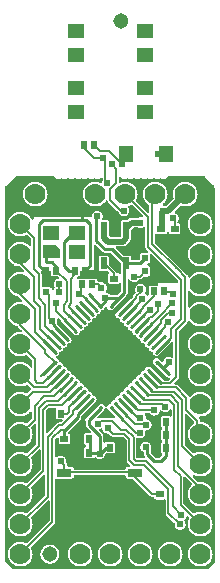
<source format=gtl>
G04 Layer: TopLayer*
G04 EasyEDA v6.3.22, 2020-03-24T16:05:03+09:00*
G04 334177c2c5fb4733a61f24cf9fce308a,67344a67363949849f01d11c0c7cf016,10*
G04 Gerber Generator version 0.2*
G04 Scale: 100 percent, Rotated: No, Reflected: No *
G04 Dimensions in inches *
G04 leading zeros omitted , absolute positions ,2 integer and 4 decimal *
%FSLAX24Y24*%
%MOIN*%
G90*
G70D02*

%ADD11C,0.007000*%
%ADD12C,0.006000*%
%ADD13C,0.010000*%
%ADD14C,0.020000*%
%ADD15C,0.011024*%
%ADD16C,0.024000*%
%ADD17R,0.051181X0.027559*%
%ADD18R,0.023620X0.025590*%
%ADD19R,0.025590X0.023620*%
%ADD20R,0.019685X0.023622*%
%ADD21R,0.023622X0.019685*%
%ADD22R,0.021654X0.039370*%
%ADD23R,0.057087X0.045670*%
%ADD24R,0.047244X0.055118*%
%ADD25R,0.055118X0.045276*%
%ADD26C,0.051400*%
%ADD27C,0.070000*%

%LPD*%
G36*
G01X4624Y11403D02*
G01X4613Y11403D01*
G01X4607Y11402D01*
G01X4602Y11400D01*
G01X4597Y11397D01*
G01X4586Y11390D01*
G01X4562Y11380D01*
G01X4550Y11376D01*
G01X4538Y11373D01*
G01X4525Y11370D01*
G01X4512Y11369D01*
G01X4487Y11369D01*
G01X4474Y11370D01*
G01X4448Y11376D01*
G01X4436Y11380D01*
G01X4424Y11385D01*
G01X4419Y11387D01*
G01X4413Y11388D01*
G01X4408Y11389D01*
G01X4296Y11388D01*
G01X4290Y11388D01*
G01X4284Y11387D01*
G01X4278Y11384D01*
G01X4273Y11381D01*
G01X4268Y11377D01*
G01X4210Y11319D01*
G01X4207Y11313D01*
G01X4203Y11301D01*
G01X4203Y11173D01*
G01X4201Y11157D01*
G01X4195Y11141D01*
G01X4195Y11043D01*
G01X4193Y11021D01*
G01X4191Y11009D01*
G01X4188Y10998D01*
G01X4184Y10987D01*
G01X4180Y10977D01*
G01X4175Y10966D01*
G01X4169Y10956D01*
G01X4155Y10938D01*
G01X4015Y10798D01*
G01X3997Y10784D01*
G01X3987Y10778D01*
G01X3976Y10773D01*
G01X3966Y10769D01*
G01X3955Y10765D01*
G01X3944Y10762D01*
G01X3932Y10760D01*
G01X3910Y10758D01*
G01X3717Y10759D01*
G01X3711Y10758D01*
G01X3706Y10757D01*
G01X3700Y10755D01*
G01X3695Y10752D01*
G01X3691Y10749D01*
G01X3687Y10745D01*
G01X3683Y10740D01*
G01X3679Y10730D01*
G01X3677Y10724D01*
G01X3677Y10719D01*
G01X3678Y10712D01*
G01X3679Y10706D01*
G01X3681Y10700D01*
G01X3689Y10690D01*
G01X3925Y10454D01*
G01X3931Y10451D01*
G01X3936Y10449D01*
G01X3942Y10447D01*
G01X4142Y10447D01*
G01X4156Y10445D01*
G01X4163Y10443D01*
G01X4170Y10440D01*
G01X4176Y10436D01*
G01X4182Y10431D01*
G01X4187Y10426D01*
G01X4192Y10420D01*
G01X4196Y10414D01*
G01X4199Y10407D01*
G01X4201Y10400D01*
G01X4203Y10386D01*
G01X4203Y10334D01*
G01X4204Y10329D01*
G01X4206Y10323D01*
G01X4209Y10318D01*
G01X4221Y10306D01*
G01X4226Y10304D01*
G01X4232Y10302D01*
G01X4237Y10300D01*
G01X4426Y10300D01*
G01X4438Y10304D01*
G01X4448Y10312D01*
G01X4488Y10352D01*
G01X4496Y10362D01*
G01X4500Y10374D01*
G01X4500Y10484D01*
G01X4501Y10492D01*
G01X4502Y10499D01*
G01X4504Y10506D01*
G01X4507Y10512D01*
G01X4511Y10519D01*
G01X4515Y10525D01*
G01X4521Y10530D01*
G01X4526Y10534D01*
G01X4533Y10538D01*
G01X4539Y10541D01*
G01X4546Y10543D01*
G01X4554Y10545D01*
G01X4729Y10545D01*
G01X4734Y10546D01*
G01X4740Y10547D01*
G01X4750Y10551D01*
G01X4755Y10555D01*
G01X4759Y10559D01*
G01X4765Y10569D01*
G01X4767Y10574D01*
G01X4768Y10579D01*
G01X4769Y10585D01*
G01X4768Y10591D01*
G01X4767Y10598D01*
G01X4764Y10603D01*
G01X4761Y10609D01*
G01X4685Y10685D01*
G01X4679Y10692D01*
G01X4674Y10699D01*
G01X4669Y10707D01*
G01X4665Y10715D01*
G01X4662Y10723D01*
G01X4660Y10732D01*
G01X4659Y10741D01*
G01X4659Y11363D01*
G01X4657Y11375D01*
G01X4655Y11380D01*
G01X4652Y11385D01*
G01X4649Y11389D01*
G01X4645Y11394D01*
G01X4635Y11400D01*
G01X4630Y11402D01*
G01X4624Y11403D01*
G37*

%LPD*%
G36*
G01X1477Y9950D02*
G01X1223Y9950D01*
G01X1218Y9949D01*
G01X1212Y9948D01*
G01X1207Y9946D01*
G01X1197Y9940D01*
G01X1193Y9936D01*
G01X1187Y9926D01*
G01X1185Y9921D01*
G01X1184Y9915D01*
G01X1183Y9910D01*
G01X1184Y9903D01*
G01X1185Y9897D01*
G01X1188Y9891D01*
G01X1192Y9885D01*
G01X1196Y9878D01*
G01X1201Y9871D01*
G01X1207Y9855D01*
G01X1209Y9846D01*
G01X1210Y9838D01*
G01X1211Y9829D01*
G01X1210Y9429D01*
G01X1211Y9423D01*
G01X1212Y9418D01*
G01X1214Y9412D01*
G01X1217Y9407D01*
G01X1220Y9403D01*
G01X1224Y9399D01*
G01X1229Y9395D01*
G01X1234Y9392D01*
G01X1239Y9390D01*
G01X1245Y9389D01*
G01X1491Y9389D01*
G01X1499Y9388D01*
G01X1506Y9387D01*
G01X1513Y9385D01*
G01X1520Y9382D01*
G01X1526Y9378D01*
G01X1532Y9373D01*
G01X1537Y9368D01*
G01X1542Y9362D01*
G01X1545Y9356D01*
G01X1551Y9342D01*
G01X1552Y9336D01*
G01X1558Y9326D01*
G01X1562Y9321D01*
G01X1572Y9315D01*
G01X1578Y9312D01*
G01X1584Y9311D01*
G01X1595Y9311D01*
G01X1601Y9312D01*
G01X1607Y9315D01*
G01X1617Y9321D01*
G01X1621Y9326D01*
G01X1627Y9336D01*
G01X1628Y9342D01*
G01X1631Y9350D01*
G01X1635Y9358D01*
G01X1640Y9365D01*
G01X1646Y9377D01*
G01X1648Y9389D01*
G01X1647Y9396D01*
G01X1645Y9403D01*
G01X1643Y9409D01*
G01X1636Y9421D01*
G01X1631Y9434D01*
G01X1626Y9446D01*
G01X1623Y9459D01*
G01X1621Y9473D01*
G01X1619Y9486D01*
G01X1618Y9500D01*
G01X1620Y9524D01*
G01X1622Y9537D01*
G01X1625Y9549D01*
G01X1629Y9561D01*
G01X1639Y9583D01*
G01X1645Y9594D01*
G01X1652Y9605D01*
G01X1660Y9614D01*
G01X1668Y9624D01*
G01X1677Y9633D01*
G01X1686Y9641D01*
G01X1696Y9648D01*
G01X1707Y9655D01*
G01X1718Y9661D01*
G01X1740Y9671D01*
G01X1752Y9674D01*
G01X1758Y9676D01*
G01X1768Y9682D01*
G01X1772Y9686D01*
G01X1778Y9696D01*
G01X1780Y9701D01*
G01X1782Y9707D01*
G01X1782Y9713D01*
G01X1780Y9725D01*
G01X1778Y9731D01*
G01X1770Y9741D01*
G01X1758Y9753D01*
G01X1746Y9759D01*
G01X1734Y9761D01*
G01X1571Y9761D01*
G01X1564Y9762D01*
G01X1550Y9768D01*
G01X1544Y9771D01*
G01X1538Y9776D01*
G01X1533Y9781D01*
G01X1528Y9787D01*
G01X1524Y9793D01*
G01X1521Y9800D01*
G01X1519Y9807D01*
G01X1518Y9814D01*
G01X1517Y9822D01*
G01X1517Y9915D01*
G01X1516Y9921D01*
G01X1514Y9926D01*
G01X1508Y9936D01*
G01X1504Y9940D01*
G01X1494Y9946D01*
G01X1489Y9948D01*
G01X1477Y9950D01*
G37*

%LPD*%
G36*
G01X2990Y10816D02*
G01X2984Y10816D01*
G01X2978Y10814D01*
G01X2968Y10810D01*
G01X2963Y10806D01*
G01X2959Y10802D01*
G01X2956Y10798D01*
G01X2953Y10793D01*
G01X2951Y10787D01*
G01X2950Y10782D01*
G01X2950Y9950D01*
G01X2532Y9950D01*
G01X2520Y9948D01*
G01X2515Y9946D01*
G01X2505Y9940D01*
G01X2501Y9936D01*
G01X2495Y9926D01*
G01X2493Y9921D01*
G01X2492Y9915D01*
G01X2492Y9822D01*
G01X2491Y9814D01*
G01X2490Y9807D01*
G01X2488Y9800D01*
G01X2485Y9793D01*
G01X2481Y9787D01*
G01X2476Y9781D01*
G01X2471Y9776D01*
G01X2465Y9771D01*
G01X2459Y9768D01*
G01X2445Y9762D01*
G01X2438Y9761D01*
G01X2427Y9761D01*
G01X2415Y9759D01*
G01X2410Y9757D01*
G01X2404Y9754D01*
G01X2396Y9746D01*
G01X2392Y9741D01*
G01X2390Y9738D01*
G01X2386Y9728D01*
G01X2384Y9716D01*
G01X2385Y9711D01*
G01X2386Y9705D01*
G01X2388Y9700D01*
G01X2394Y9690D01*
G01X2398Y9686D01*
G01X2408Y9680D01*
G01X2413Y9678D01*
G01X2418Y9677D01*
G01X2424Y9676D01*
G01X2432Y9677D01*
G01X2444Y9678D01*
G01X2688Y9678D01*
G01X2696Y9676D01*
G01X2703Y9674D01*
G01X2710Y9671D01*
G01X2716Y9668D01*
G01X2723Y9666D01*
G01X2736Y9666D01*
G01X2743Y9668D01*
G01X2749Y9671D01*
G01X2756Y9674D01*
G01X2763Y9676D01*
G01X2771Y9678D01*
G01X3022Y9678D01*
G01X3029Y9677D01*
G01X3036Y9675D01*
G01X3043Y9672D01*
G01X3049Y9668D01*
G01X3055Y9663D01*
G01X3060Y9658D01*
G01X3064Y9653D01*
G01X3068Y9647D01*
G01X3074Y9633D01*
G01X3076Y9619D01*
G01X3076Y9613D01*
G01X3077Y9607D01*
G01X3080Y9602D01*
G01X3082Y9597D01*
G01X3090Y9589D01*
G01X3095Y9585D01*
G01X3105Y9581D01*
G01X3111Y9580D01*
G01X3119Y9578D01*
G01X3128Y9576D01*
G01X3136Y9573D01*
G01X3144Y9569D01*
G01X3151Y9565D01*
G01X3156Y9562D01*
G01X3162Y9559D01*
G01X3168Y9558D01*
G01X3180Y9558D01*
G01X3195Y9560D01*
G01X3209Y9561D01*
G01X3222Y9560D01*
G01X3234Y9559D01*
G01X3246Y9557D01*
G01X3258Y9554D01*
G01X3282Y9546D01*
G01X3304Y9534D01*
G01X3324Y9520D01*
G01X3333Y9512D01*
G01X3342Y9503D01*
G01X3350Y9494D01*
G01X3364Y9474D01*
G01X3376Y9452D01*
G01X3384Y9428D01*
G01X3387Y9416D01*
G01X3389Y9404D01*
G01X3390Y9392D01*
G01X3391Y9379D01*
G01X3389Y9355D01*
G01X3387Y9343D01*
G01X3384Y9332D01*
G01X3380Y9320D01*
G01X3376Y9309D01*
G01X3371Y9298D01*
G01X3365Y9287D01*
G01X3356Y9272D01*
G01X3353Y9266D01*
G01X3352Y9260D01*
G01X3352Y9248D01*
G01X3353Y9243D01*
G01X3355Y9237D01*
G01X3358Y9232D01*
G01X3362Y9227D01*
G01X3366Y9223D01*
G01X3371Y9220D01*
G01X3377Y9217D01*
G01X3382Y9215D01*
G01X3395Y9212D01*
G01X3419Y9202D01*
G01X3431Y9196D01*
G01X3442Y9189D01*
G01X3452Y9181D01*
G01X3472Y9163D01*
G01X3482Y9155D01*
G01X3494Y9151D01*
G01X3501Y9150D01*
G01X3727Y9150D01*
G01X3739Y9152D01*
G01X3745Y9155D01*
G01X3750Y9158D01*
G01X3755Y9162D01*
G01X3847Y9254D01*
G01X3851Y9259D01*
G01X3854Y9264D01*
G01X3857Y9270D01*
G01X3859Y9282D01*
G01X3859Y9497D01*
G01X3858Y9502D01*
G01X3857Y9508D01*
G01X3855Y9513D01*
G01X3849Y9523D01*
G01X3845Y9527D01*
G01X3835Y9533D01*
G01X3830Y9535D01*
G01X3824Y9536D01*
G01X3819Y9537D01*
G01X3812Y9536D01*
G01X3806Y9535D01*
G01X3800Y9532D01*
G01X3795Y9529D01*
G01X3790Y9525D01*
G01X3778Y9515D01*
G01X3771Y9512D01*
G01X3763Y9509D01*
G01X3747Y9507D01*
G01X3492Y9507D01*
G01X3484Y9508D01*
G01X3477Y9509D01*
G01X3470Y9511D01*
G01X3463Y9514D01*
G01X3457Y9518D01*
G01X3451Y9523D01*
G01X3446Y9528D01*
G01X3441Y9534D01*
G01X3438Y9540D01*
G01X3432Y9554D01*
G01X3431Y9561D01*
G01X3431Y9812D01*
G01X3432Y9819D01*
G01X3435Y9827D01*
G01X3438Y9833D01*
G01X3442Y9840D01*
G01X3446Y9846D01*
G01X3450Y9850D01*
G01X3453Y9855D01*
G01X3455Y9861D01*
G01X3456Y9867D01*
G01X3457Y9872D01*
G01X3456Y9879D01*
G01X3455Y9885D01*
G01X3452Y9891D01*
G01X3449Y9896D01*
G01X3445Y9901D01*
G01X3426Y9919D01*
G01X3421Y9924D01*
G01X3416Y9927D01*
G01X3404Y9931D01*
G01X3177Y9931D01*
G01X3163Y9933D01*
G01X3156Y9935D01*
G01X3149Y9938D01*
G01X3137Y9946D01*
G01X3132Y9952D01*
G01X3127Y9957D01*
G01X3123Y9964D01*
G01X3120Y9970D01*
G01X3118Y9978D01*
G01X3116Y9992D01*
G01X3116Y10386D01*
G01X3118Y10400D01*
G01X3120Y10407D01*
G01X3123Y10414D01*
G01X3127Y10420D01*
G01X3132Y10426D01*
G01X3137Y10431D01*
G01X3143Y10436D01*
G01X3149Y10440D01*
G01X3156Y10443D01*
G01X3163Y10445D01*
G01X3177Y10447D01*
G01X3394Y10447D01*
G01X3408Y10445D01*
G01X3415Y10443D01*
G01X3422Y10440D01*
G01X3428Y10436D01*
G01X3434Y10431D01*
G01X3439Y10426D01*
G01X3444Y10420D01*
G01X3448Y10414D01*
G01X3451Y10407D01*
G01X3453Y10400D01*
G01X3455Y10386D01*
G01X3455Y10159D01*
G01X3459Y10147D01*
G01X3462Y10141D01*
G01X3690Y9913D01*
G01X3695Y9906D01*
G01X3700Y9898D01*
G01X3703Y9890D01*
G01X3709Y9880D01*
G01X3714Y9876D01*
G01X3718Y9872D01*
G01X3723Y9869D01*
G01X3729Y9867D01*
G01X3734Y9866D01*
G01X3747Y9866D01*
G01X3763Y9864D01*
G01X3771Y9861D01*
G01X3778Y9858D01*
G01X3790Y9848D01*
G01X3795Y9844D01*
G01X3800Y9841D01*
G01X3806Y9838D01*
G01X3812Y9837D01*
G01X3819Y9836D01*
G01X3824Y9837D01*
G01X3830Y9838D01*
G01X3835Y9840D01*
G01X3845Y9846D01*
G01X3849Y9850D01*
G01X3855Y9860D01*
G01X3857Y9865D01*
G01X3858Y9871D01*
G01X3859Y9876D01*
G01X3859Y10190D01*
G01X3857Y10202D01*
G01X3854Y10208D01*
G01X3851Y10213D01*
G01X3847Y10218D01*
G01X3528Y10537D01*
G01X3523Y10541D01*
G01X3518Y10544D01*
G01X3512Y10547D01*
G01X3500Y10549D01*
G01X3310Y10549D01*
G01X3300Y10550D01*
G01X3291Y10552D01*
G01X3282Y10555D01*
G01X3264Y10563D01*
G01X3256Y10569D01*
G01X3248Y10574D01*
G01X3018Y10804D01*
G01X3008Y10812D01*
G01X3002Y10814D01*
G01X2990Y10816D01*
G37*

%LPD*%
G36*
G01X1653Y5369D02*
G01X1464Y5369D01*
G01X1458Y5368D01*
G01X1451Y5367D01*
G01X1446Y5364D01*
G01X1440Y5361D01*
G01X1435Y5357D01*
G01X1372Y5294D01*
G01X1368Y5289D01*
G01X1365Y5283D01*
G01X1362Y5278D01*
G01X1361Y5271D01*
G01X1361Y5265D01*
G01X1360Y4586D01*
G01X1362Y4574D01*
G01X1364Y4569D01*
G01X1367Y4564D01*
G01X1370Y4560D01*
G01X1374Y4556D01*
G01X1379Y4552D01*
G01X1384Y4549D01*
G01X1389Y4547D01*
G01X1395Y4546D01*
G01X1407Y4546D01*
G01X1419Y4550D01*
G01X1424Y4553D01*
G01X1429Y4557D01*
G01X1735Y4864D01*
G01X1742Y4870D01*
G01X1749Y4875D01*
G01X1757Y4880D01*
G01X1765Y4884D01*
G01X1773Y4887D01*
G01X1782Y4889D01*
G01X1791Y4890D01*
G01X1855Y4890D01*
G01X1861Y4891D01*
G01X1868Y4892D01*
G01X1873Y4895D01*
G01X1879Y4898D01*
G01X1884Y4902D01*
G01X1904Y4922D01*
G01X1908Y4927D01*
G01X1911Y4932D01*
G01X1915Y4944D01*
G01X1915Y4956D01*
G01X1914Y4962D01*
G01X1912Y4967D01*
G01X1906Y4977D01*
G01X1902Y4981D01*
G01X1892Y4987D01*
G01X1887Y4989D01*
G01X1875Y4991D01*
G01X1744Y4991D01*
G01X1737Y4992D01*
G01X1723Y4998D01*
G01X1717Y5001D01*
G01X1711Y5006D01*
G01X1706Y5011D01*
G01X1701Y5017D01*
G01X1697Y5023D01*
G01X1694Y5030D01*
G01X1692Y5037D01*
G01X1691Y5044D01*
G01X1690Y5052D01*
G01X1690Y5307D01*
G01X1692Y5320D01*
G01X1693Y5329D01*
G01X1692Y5334D01*
G01X1691Y5340D01*
G01X1689Y5345D01*
G01X1683Y5355D01*
G01X1679Y5359D01*
G01X1669Y5365D01*
G01X1664Y5367D01*
G01X1658Y5368D01*
G01X1653Y5369D01*
G37*

%LPD*%
G36*
G01X5520Y5328D02*
G01X5508Y5330D01*
G01X5496Y5328D01*
G01X5490Y5325D01*
G01X5485Y5322D01*
G01X5480Y5318D01*
G01X5476Y5313D01*
G01X5469Y5304D01*
G01X5460Y5295D01*
G01X5452Y5286D01*
G01X5443Y5278D01*
G01X5433Y5271D01*
G01X5422Y5264D01*
G01X5412Y5258D01*
G01X5401Y5253D01*
G01X5389Y5249D01*
G01X5378Y5245D01*
G01X5366Y5242D01*
G01X5354Y5240D01*
G01X5330Y5238D01*
G01X5304Y5240D01*
G01X5291Y5243D01*
G01X5279Y5246D01*
G01X5267Y5250D01*
G01X5243Y5260D01*
G01X5221Y5274D01*
G01X5211Y5282D01*
G01X5207Y5286D01*
G01X5197Y5290D01*
G01X5191Y5292D01*
G01X5179Y5292D01*
G01X5173Y5290D01*
G01X5168Y5288D01*
G01X5163Y5285D01*
G01X5158Y5281D01*
G01X5154Y5277D01*
G01X5151Y5272D01*
G01X5148Y5266D01*
G01X5146Y5261D01*
G01X5143Y5249D01*
G01X5139Y5237D01*
G01X5135Y5226D01*
G01X5123Y5204D01*
G01X5117Y5194D01*
G01X5109Y5184D01*
G01X5101Y5175D01*
G01X5092Y5166D01*
G01X5083Y5158D01*
G01X5063Y5144D01*
G01X5052Y5138D01*
G01X5041Y5133D01*
G01X5030Y5129D01*
G01X5018Y5125D01*
G01X5006Y5122D01*
G01X4994Y5120D01*
G01X4982Y5119D01*
G01X4957Y5119D01*
G01X4945Y5120D01*
G01X4933Y5122D01*
G01X4922Y5125D01*
G01X4910Y5129D01*
G01X4899Y5133D01*
G01X4888Y5138D01*
G01X4877Y5144D01*
G01X4867Y5150D01*
G01X4857Y5157D01*
G01X4848Y5165D01*
G01X4839Y5174D01*
G01X4831Y5183D01*
G01X4824Y5192D01*
G01X4820Y5197D01*
G01X4815Y5201D01*
G01X4810Y5204D01*
G01X4804Y5207D01*
G01X4792Y5209D01*
G01X4686Y5209D01*
G01X4674Y5207D01*
G01X4669Y5205D01*
G01X4664Y5202D01*
G01X4660Y5199D01*
G01X4655Y5195D01*
G01X4649Y5185D01*
G01X4647Y5180D01*
G01X4646Y5174D01*
G01X4646Y5163D01*
G01X4647Y5157D01*
G01X4649Y5152D01*
G01X4652Y5147D01*
G01X4659Y5136D01*
G01X4669Y5112D01*
G01X4673Y5100D01*
G01X4676Y5088D01*
G01X4679Y5075D01*
G01X4680Y5062D01*
G01X4680Y5024D01*
G01X4681Y5018D01*
G01X4683Y5012D01*
G01X4686Y5007D01*
G01X4694Y4999D01*
G01X4699Y4995D01*
G01X4705Y4993D01*
G01X4710Y4991D01*
G01X4740Y4986D01*
G01X4752Y4983D01*
G01X4763Y4979D01*
G01X4775Y4974D01*
G01X4785Y4969D01*
G01X4796Y4963D01*
G01X4806Y4956D01*
G01X4816Y4948D01*
G01X4825Y4940D01*
G01X4833Y4932D01*
G01X4841Y4922D01*
G01X4855Y4902D01*
G01X4861Y4892D01*
G01X4866Y4881D01*
G01X4870Y4869D01*
G01X4874Y4858D01*
G01X4877Y4846D01*
G01X4879Y4834D01*
G01X4880Y4822D01*
G01X4880Y4797D01*
G01X4879Y4785D01*
G01X4877Y4773D01*
G01X4874Y4762D01*
G01X4870Y4750D01*
G01X4866Y4739D01*
G01X4861Y4728D01*
G01X4855Y4717D01*
G01X4849Y4707D01*
G01X4842Y4697D01*
G01X4834Y4688D01*
G01X4825Y4679D01*
G01X4816Y4671D01*
G01X4807Y4664D01*
G01X4797Y4657D01*
G01X4787Y4651D01*
G01X4776Y4645D01*
G01X4765Y4641D01*
G01X4753Y4637D01*
G01X4742Y4633D01*
G01X4718Y4629D01*
G01X4706Y4629D01*
G01X4700Y4628D01*
G01X4688Y4624D01*
G01X4683Y4621D01*
G01X4674Y4612D01*
G01X4671Y4606D01*
G01X4669Y4601D01*
G01X4667Y4595D01*
G01X4667Y4589D01*
G01X4668Y4582D01*
G01X4670Y4566D01*
G01X4671Y4550D01*
G01X4670Y4537D01*
G01X4669Y4525D01*
G01X4667Y4513D01*
G01X4664Y4501D01*
G01X4656Y4477D01*
G01X4644Y4455D01*
G01X4630Y4435D01*
G01X4622Y4426D01*
G01X4613Y4417D01*
G01X4604Y4409D01*
G01X4584Y4395D01*
G01X4562Y4383D01*
G01X4538Y4375D01*
G01X4526Y4372D01*
G01X4514Y4370D01*
G01X4502Y4369D01*
G01X4476Y4369D01*
G01X4463Y4370D01*
G01X4437Y4376D01*
G01X4425Y4380D01*
G01X4418Y4382D01*
G01X4411Y4383D01*
G01X4405Y4383D01*
G01X4399Y4381D01*
G01X4389Y4377D01*
G01X4384Y4373D01*
G01X4380Y4369D01*
G01X4377Y4365D01*
G01X4374Y4360D01*
G01X4372Y4354D01*
G01X4371Y4349D01*
G01X4371Y3735D01*
G01X4372Y3729D01*
G01X4374Y3724D01*
G01X4380Y3714D01*
G01X4384Y3710D01*
G01X4394Y3704D01*
G01X4399Y3702D01*
G01X4405Y3701D01*
G01X4623Y3701D01*
G01X4629Y3702D01*
G01X4634Y3704D01*
G01X4644Y3710D01*
G01X4648Y3714D01*
G01X4654Y3724D01*
G01X4656Y3729D01*
G01X4657Y3735D01*
G01X4657Y3747D01*
G01X4656Y3753D01*
G01X4653Y3759D01*
G01X4650Y3764D01*
G01X4644Y3772D01*
G01X4636Y3790D01*
G01X4630Y3810D01*
G01X4628Y3830D01*
G01X4628Y3874D01*
G01X4627Y3879D01*
G01X4625Y3885D01*
G01X4622Y3890D01*
G01X4619Y3894D01*
G01X4615Y3898D01*
G01X4610Y3902D01*
G01X4605Y3905D01*
G01X4594Y3910D01*
G01X4583Y3916D01*
G01X4573Y3923D01*
G01X4564Y3930D01*
G01X4555Y3939D01*
G01X4546Y3947D01*
G01X4538Y3956D01*
G01X4531Y3966D01*
G01X4524Y3977D01*
G01X4518Y3987D01*
G01X4513Y3998D01*
G01X4509Y4010D01*
G01X4505Y4021D01*
G01X4502Y4033D01*
G01X4500Y4045D01*
G01X4499Y4057D01*
G01X4499Y4082D01*
G01X4500Y4094D01*
G01X4502Y4106D01*
G01X4505Y4118D01*
G01X4513Y4142D01*
G01X4525Y4164D01*
G01X4539Y4184D01*
G01X4547Y4193D01*
G01X4556Y4202D01*
G01X4565Y4210D01*
G01X4585Y4224D01*
G01X4607Y4236D01*
G01X4631Y4244D01*
G01X4643Y4247D01*
G01X4655Y4249D01*
G01X4667Y4250D01*
G01X4680Y4251D01*
G01X4704Y4249D01*
G01X4716Y4247D01*
G01X4728Y4244D01*
G01X4752Y4236D01*
G01X4774Y4224D01*
G01X4794Y4210D01*
G01X4803Y4202D01*
G01X4812Y4193D01*
G01X4820Y4184D01*
G01X4834Y4164D01*
G01X4846Y4142D01*
G01X4854Y4118D01*
G01X4857Y4106D01*
G01X4859Y4094D01*
G01X4861Y4070D01*
G01X4860Y4056D01*
G01X4858Y4042D01*
G01X4856Y4029D01*
G01X4852Y4016D01*
G01X4850Y4004D01*
G01X4850Y3892D01*
G01X4852Y3880D01*
G01X4855Y3874D01*
G01X4858Y3869D01*
G01X4862Y3864D01*
G01X5004Y3722D01*
G01X5009Y3718D01*
G01X5014Y3715D01*
G01X5020Y3712D01*
G01X5026Y3711D01*
G01X5123Y3711D01*
G01X5129Y3712D01*
G01X5135Y3715D01*
G01X5140Y3718D01*
G01X5145Y3722D01*
G01X5223Y3800D01*
G01X5227Y3805D01*
G01X5230Y3810D01*
G01X5233Y3816D01*
G01X5235Y3828D01*
G01X5234Y3835D01*
G01X5230Y3847D01*
G01X5222Y3857D01*
G01X5217Y3861D01*
G01X5211Y3866D01*
G01X5206Y3871D01*
G01X5201Y3877D01*
G01X5197Y3883D01*
G01X5194Y3890D01*
G01X5192Y3897D01*
G01X5191Y3904D01*
G01X5190Y3912D01*
G01X5190Y4167D01*
G01X5192Y4181D01*
G01X5194Y4188D01*
G01X5197Y4195D01*
G01X5200Y4201D01*
G01X5204Y4206D01*
G01X5209Y4212D01*
G01X5221Y4220D01*
G01X5225Y4223D01*
G01X5230Y4227D01*
G01X5236Y4237D01*
G01X5239Y4243D01*
G01X5240Y4249D01*
G01X5240Y4260D01*
G01X5239Y4266D01*
G01X5236Y4272D01*
G01X5230Y4282D01*
G01X5225Y4286D01*
G01X5221Y4289D01*
G01X5209Y4297D01*
G01X5204Y4303D01*
G01X5200Y4308D01*
G01X5197Y4314D01*
G01X5194Y4321D01*
G01X5192Y4328D01*
G01X5190Y4342D01*
G01X5190Y4597D01*
G01X5192Y4613D01*
G01X5198Y4627D01*
G01X5202Y4634D01*
G01X5207Y4640D01*
G01X5213Y4645D01*
G01X5220Y4649D01*
G01X5224Y4653D01*
G01X5229Y4657D01*
G01X5235Y4667D01*
G01X5237Y4672D01*
G01X5239Y4684D01*
G01X5237Y4696D01*
G01X5235Y4701D01*
G01X5232Y4706D01*
G01X5228Y4711D01*
G01X5223Y4715D01*
G01X5218Y4718D01*
G01X5212Y4722D01*
G01X5202Y4732D01*
G01X5194Y4744D01*
G01X5191Y4751D01*
G01X5189Y4757D01*
G01X5188Y4764D01*
G01X5187Y4772D01*
G01X5187Y5027D01*
G01X5188Y5035D01*
G01X5189Y5042D01*
G01X5191Y5049D01*
G01X5194Y5056D01*
G01X5198Y5062D01*
G01X5203Y5068D01*
G01X5208Y5073D01*
G01X5214Y5078D01*
G01X5220Y5081D01*
G01X5234Y5087D01*
G01X5241Y5088D01*
G01X5492Y5088D01*
G01X5499Y5087D01*
G01X5508Y5086D01*
G01X5514Y5086D01*
G01X5520Y5087D01*
G01X5525Y5089D01*
G01X5535Y5095D01*
G01X5539Y5099D01*
G01X5545Y5109D01*
G01X5547Y5114D01*
G01X5548Y5120D01*
G01X5548Y5296D01*
G01X5547Y5301D01*
G01X5545Y5306D01*
G01X5539Y5316D01*
G01X5535Y5320D01*
G01X5530Y5324D01*
G01X5520Y5328D01*
G37*

%LPD*%
G36*
G01X4871Y10493D02*
G01X4859Y10495D01*
G01X4853Y10494D01*
G01X4848Y10493D01*
G01X4842Y10491D01*
G01X4837Y10488D01*
G01X4833Y10485D01*
G01X4829Y10481D01*
G01X4825Y10476D01*
G01X4819Y10461D01*
G01X4819Y10248D01*
G01X4818Y10240D01*
G01X4817Y10233D01*
G01X4815Y10226D01*
G01X4812Y10219D01*
G01X4808Y10213D01*
G01X4803Y10207D01*
G01X4798Y10202D01*
G01X4792Y10197D01*
G01X4786Y10194D01*
G01X4772Y10188D01*
G01X4766Y10187D01*
G01X4756Y10181D01*
G01X4751Y10177D01*
G01X4745Y10167D01*
G01X4742Y10161D01*
G01X4741Y10155D01*
G01X4741Y10144D01*
G01X4742Y10138D01*
G01X4745Y10132D01*
G01X4751Y10122D01*
G01X4756Y10118D01*
G01X4766Y10112D01*
G01X4772Y10111D01*
G01X4786Y10105D01*
G01X4792Y10102D01*
G01X4798Y10097D01*
G01X4803Y10092D01*
G01X4808Y10086D01*
G01X4812Y10080D01*
G01X4815Y10073D01*
G01X4817Y10066D01*
G01X4818Y10059D01*
G01X4819Y10051D01*
G01X4819Y9815D01*
G01X4818Y9807D01*
G01X4817Y9800D01*
G01X4815Y9793D01*
G01X4812Y9787D01*
G01X4808Y9780D01*
G01X4804Y9774D01*
G01X4798Y9769D01*
G01X4793Y9765D01*
G01X4786Y9761D01*
G01X4780Y9758D01*
G01X4773Y9756D01*
G01X4765Y9754D01*
G01X4626Y9754D01*
G01X4619Y9753D01*
G01X4613Y9752D01*
G01X4607Y9749D01*
G01X4602Y9746D01*
G01X4597Y9742D01*
G01X4534Y9679D01*
G01X4527Y9674D01*
G01X4519Y9669D01*
G01X4495Y9660D01*
G01X4486Y9659D01*
G01X4477Y9659D01*
G01X4471Y9658D01*
G01X4459Y9654D01*
G01X4454Y9651D01*
G01X4449Y9647D01*
G01X4445Y9642D01*
G01X4438Y9633D01*
G01X4430Y9624D01*
G01X4421Y9615D01*
G01X4412Y9607D01*
G01X4402Y9600D01*
G01X4392Y9594D01*
G01X4381Y9588D01*
G01X4370Y9583D01*
G01X4359Y9579D01*
G01X4347Y9575D01*
G01X4336Y9572D01*
G01X4324Y9570D01*
G01X4312Y9569D01*
G01X4287Y9569D01*
G01X4275Y9570D01*
G01X4263Y9572D01*
G01X4251Y9575D01*
G01X4240Y9579D01*
G01X4228Y9583D01*
G01X4217Y9588D01*
G01X4207Y9594D01*
G01X4196Y9601D01*
G01X4186Y9608D01*
G01X4177Y9616D01*
G01X4169Y9625D01*
G01X4160Y9634D01*
G01X4153Y9643D01*
G01X4149Y9648D01*
G01X4139Y9656D01*
G01X4133Y9658D01*
G01X4121Y9660D01*
G01X4109Y9658D01*
G01X4099Y9654D01*
G01X4094Y9650D01*
G01X4090Y9646D01*
G01X4087Y9642D01*
G01X4084Y9637D01*
G01X4082Y9631D01*
G01X4081Y9626D01*
G01X4080Y9620D01*
G01X4080Y9210D01*
G01X4079Y9200D01*
G01X4077Y9191D01*
G01X4074Y9182D01*
G01X4066Y9164D01*
G01X4060Y9156D01*
G01X4055Y9148D01*
G01X4048Y9141D01*
G01X4043Y9135D01*
G01X4039Y9128D01*
G01X4034Y9118D01*
G01X4029Y9109D01*
G01X4022Y9100D01*
G01X4014Y9091D01*
G01X3593Y8669D01*
G01X3585Y8663D01*
G01X3577Y8656D01*
G01X3559Y8646D01*
G01X3550Y8642D01*
G01X3540Y8639D01*
G01X3531Y8637D01*
G01X3521Y8636D01*
G01X3510Y8635D01*
G01X3490Y8637D01*
G01X3480Y8639D01*
G01X3471Y8643D01*
G01X3461Y8646D01*
G01X3452Y8651D01*
G01X3436Y8663D01*
G01X3428Y8670D01*
G01X3421Y8677D01*
G01X3415Y8685D01*
G01X3405Y8703D01*
G01X3401Y8712D01*
G01X3398Y8722D01*
G01X3396Y8727D01*
G01X3394Y8733D01*
G01X3382Y8745D01*
G01X3376Y8748D01*
G01X3371Y8750D01*
G01X3359Y8752D01*
G01X3354Y8751D01*
G01X3348Y8750D01*
G01X3343Y8748D01*
G01X3337Y8745D01*
G01X3329Y8737D01*
G01X3325Y8732D01*
G01X3321Y8722D01*
G01X3318Y8712D01*
G01X3314Y8703D01*
G01X3309Y8694D01*
G01X3304Y8686D01*
G01X3298Y8678D01*
G01X3291Y8670D01*
G01X3284Y8663D01*
G01X3276Y8657D01*
G01X3268Y8652D01*
G01X3259Y8647D01*
G01X3250Y8643D01*
G01X3240Y8640D01*
G01X3230Y8638D01*
G01X3221Y8636D01*
G01X3215Y8635D01*
G01X3209Y8633D01*
G01X3203Y8630D01*
G01X3199Y8627D01*
G01X3194Y8622D01*
G01X3188Y8612D01*
G01X3186Y8606D01*
G01X3185Y8600D01*
G01X3183Y8591D01*
G01X3181Y8581D01*
G01X3178Y8572D01*
G01X3174Y8562D01*
G01X3170Y8554D01*
G01X3164Y8545D01*
G01X3158Y8538D01*
G01X3151Y8530D01*
G01X3144Y8524D01*
G01X3136Y8517D01*
G01X3128Y8512D01*
G01X3119Y8507D01*
G01X3101Y8501D01*
G01X3091Y8498D01*
G01X3081Y8497D01*
G01X3075Y8496D01*
G01X3070Y8494D01*
G01X3064Y8491D01*
G01X3059Y8487D01*
G01X3055Y8483D01*
G01X3049Y8473D01*
G01X3047Y8467D01*
G01X3046Y8461D01*
G01X3044Y8451D01*
G01X3042Y8442D01*
G01X3039Y8432D01*
G01X3035Y8423D01*
G01X3030Y8415D01*
G01X3025Y8406D01*
G01X3019Y8398D01*
G01X3005Y8384D01*
G01X2997Y8378D01*
G01X2989Y8373D01*
G01X2980Y8368D01*
G01X2971Y8365D01*
G01X2962Y8361D01*
G01X2952Y8359D01*
G01X2942Y8358D01*
G01X2936Y8357D01*
G01X2930Y8355D01*
G01X2925Y8352D01*
G01X2920Y8348D01*
G01X2916Y8344D01*
G01X2912Y8339D01*
G01X2910Y8334D01*
G01X2906Y8322D01*
G01X2905Y8312D01*
G01X2903Y8303D01*
G01X2900Y8293D01*
G01X2896Y8284D01*
G01X2891Y8275D01*
G01X2886Y8267D01*
G01X2880Y8259D01*
G01X2866Y8245D01*
G01X2858Y8239D01*
G01X2850Y8234D01*
G01X2841Y8229D01*
G01X2832Y8225D01*
G01X2822Y8222D01*
G01X2813Y8220D01*
G01X2803Y8218D01*
G01X2797Y8217D01*
G01X2791Y8215D01*
G01X2786Y8213D01*
G01X2781Y8209D01*
G01X2777Y8205D01*
G01X2773Y8200D01*
G01X2770Y8194D01*
G01X2768Y8189D01*
G01X2767Y8183D01*
G01X2766Y8173D01*
G01X2764Y8163D01*
G01X2761Y8154D01*
G01X2757Y8145D01*
G01X2752Y8136D01*
G01X2747Y8128D01*
G01X2741Y8120D01*
G01X2727Y8106D01*
G01X2719Y8100D01*
G01X2710Y8095D01*
G01X2702Y8090D01*
G01X2693Y8086D01*
G01X2683Y8083D01*
G01X2674Y8081D01*
G01X2664Y8079D01*
G01X2658Y8078D01*
G01X2652Y8076D01*
G01X2642Y8070D01*
G01X2638Y8066D01*
G01X2634Y8061D01*
G01X2631Y8055D01*
G01X2629Y8050D01*
G01X2628Y8044D01*
G01X2627Y8034D01*
G01X2624Y8024D01*
G01X2621Y8015D01*
G01X2613Y7997D01*
G01X2595Y7973D01*
G01X2587Y7967D01*
G01X2580Y7961D01*
G01X2571Y7955D01*
G01X2563Y7951D01*
G01X2553Y7947D01*
G01X2544Y7944D01*
G01X2534Y7941D01*
G01X2525Y7940D01*
G01X2519Y7939D01*
G01X2513Y7937D01*
G01X2503Y7931D01*
G01X2498Y7926D01*
G01X2492Y7916D01*
G01X2490Y7910D01*
G01X2489Y7904D01*
G01X2487Y7894D01*
G01X2485Y7885D01*
G01X2482Y7875D01*
G01X2478Y7866D01*
G01X2473Y7857D01*
G01X2468Y7849D01*
G01X2462Y7841D01*
G01X2455Y7834D01*
G01X2447Y7827D01*
G01X2431Y7815D01*
G01X2413Y7807D01*
G01X2403Y7804D01*
G01X2393Y7802D01*
G01X2373Y7800D01*
G01X2353Y7802D01*
G01X2343Y7804D01*
G01X2334Y7807D01*
G01X2324Y7811D01*
G01X2315Y7816D01*
G01X2307Y7821D01*
G01X2299Y7827D01*
G01X2291Y7834D01*
G01X1869Y8256D01*
G01X1862Y8264D01*
G01X1855Y8273D01*
G01X1849Y8283D01*
G01X1845Y8293D01*
G01X1841Y8304D01*
G01X1838Y8314D01*
G01X1836Y8320D01*
G01X1834Y8325D01*
G01X1831Y8330D01*
G01X1803Y8358D01*
G01X1793Y8366D01*
G01X1781Y8370D01*
G01X1769Y8370D01*
G01X1763Y8368D01*
G01X1753Y8364D01*
G01X1748Y8360D01*
G01X1744Y8356D01*
G01X1741Y8352D01*
G01X1738Y8347D01*
G01X1736Y8341D01*
G01X1735Y8336D01*
G01X1735Y8330D01*
G01X1736Y8321D01*
G01X1740Y8293D01*
G01X1741Y8280D01*
G01X1740Y8267D01*
G01X1739Y8255D01*
G01X1737Y8242D01*
G01X1734Y8230D01*
G01X1730Y8218D01*
G01X1725Y8207D01*
G01X1723Y8199D01*
G01X1722Y8191D01*
G01X1722Y8184D01*
G01X1724Y8178D01*
G01X1726Y8173D01*
G01X1730Y8167D01*
G01X1734Y8162D01*
G01X1742Y8154D01*
G01X1746Y8151D01*
G01X2184Y7713D01*
G01X2190Y7705D01*
G01X2196Y7696D01*
G01X2204Y7678D01*
G01X2207Y7668D01*
G01X2211Y7648D01*
G01X2211Y7628D01*
G01X2207Y7608D01*
G01X2204Y7599D01*
G01X2201Y7589D01*
G01X2196Y7581D01*
G01X2191Y7572D01*
G01X2185Y7564D01*
G01X2171Y7550D01*
G01X2163Y7544D01*
G01X2154Y7538D01*
G01X2145Y7533D01*
G01X2136Y7529D01*
G01X2127Y7526D01*
G01X2117Y7524D01*
G01X2107Y7523D01*
G01X2095Y7519D01*
G01X2090Y7517D01*
G01X2085Y7513D01*
G01X2081Y7509D01*
G01X2077Y7504D01*
G01X2074Y7499D01*
G01X2072Y7493D01*
G01X2071Y7487D01*
G01X2070Y7477D01*
G01X2068Y7467D01*
G01X2064Y7458D01*
G01X2061Y7449D01*
G01X2056Y7440D01*
G01X2051Y7432D01*
G01X2045Y7424D01*
G01X2031Y7410D01*
G01X2023Y7404D01*
G01X2014Y7399D01*
G01X2006Y7394D01*
G01X1997Y7390D01*
G01X1987Y7387D01*
G01X1978Y7385D01*
G01X1968Y7383D01*
G01X1962Y7382D01*
G01X1956Y7380D01*
G01X1946Y7374D01*
G01X1942Y7370D01*
G01X1938Y7365D01*
G01X1935Y7359D01*
G01X1933Y7354D01*
G01X1932Y7348D01*
G01X1931Y7338D01*
G01X1928Y7328D01*
G01X1922Y7310D01*
G01X1917Y7301D01*
G01X1912Y7293D01*
G01X1905Y7285D01*
G01X1899Y7277D01*
G01X1891Y7271D01*
G01X1884Y7265D01*
G01X1875Y7259D01*
G01X1867Y7255D01*
G01X1857Y7251D01*
G01X1848Y7248D01*
G01X1838Y7246D01*
G01X1829Y7244D01*
G01X1823Y7243D01*
G01X1817Y7241D01*
G01X1807Y7235D01*
G01X1802Y7230D01*
G01X1799Y7226D01*
G01X1796Y7220D01*
G01X1794Y7214D01*
G01X1793Y7208D01*
G01X1791Y7199D01*
G01X1789Y7189D01*
G01X1786Y7179D01*
G01X1782Y7170D01*
G01X1777Y7161D01*
G01X1772Y7153D01*
G01X1766Y7145D01*
G01X1759Y7138D01*
G01X1751Y7131D01*
G01X1743Y7125D01*
G01X1735Y7120D01*
G01X1726Y7115D01*
G01X1717Y7111D01*
G01X1707Y7108D01*
G01X1702Y7106D01*
G01X1696Y7104D01*
G01X1684Y7092D01*
G01X1681Y7086D01*
G01X1679Y7081D01*
G01X1677Y7069D01*
G01X1678Y7064D01*
G01X1679Y7058D01*
G01X1681Y7053D01*
G01X1684Y7047D01*
G01X1692Y7039D01*
G01X1697Y7035D01*
G01X1707Y7031D01*
G01X1717Y7028D01*
G01X1726Y7024D01*
G01X1735Y7019D01*
G01X1743Y7014D01*
G01X1751Y7008D01*
G01X1759Y7001D01*
G01X1766Y6994D01*
G01X1772Y6986D01*
G01X1777Y6978D01*
G01X1782Y6969D01*
G01X1786Y6960D01*
G01X1789Y6950D01*
G01X1794Y6925D01*
G01X1796Y6919D01*
G01X1799Y6913D01*
G01X1802Y6909D01*
G01X1807Y6904D01*
G01X1817Y6898D01*
G01X1823Y6896D01*
G01X1829Y6895D01*
G01X1838Y6893D01*
G01X1848Y6891D01*
G01X1857Y6888D01*
G01X1867Y6884D01*
G01X1875Y6880D01*
G01X1884Y6874D01*
G01X1891Y6868D01*
G01X1899Y6861D01*
G01X1905Y6854D01*
G01X1912Y6846D01*
G01X1917Y6838D01*
G01X1925Y6820D01*
G01X1928Y6811D01*
G01X1931Y6801D01*
G01X1932Y6791D01*
G01X1933Y6785D01*
G01X1935Y6780D01*
G01X1938Y6774D01*
G01X1942Y6769D01*
G01X1946Y6765D01*
G01X1956Y6759D01*
G01X1962Y6757D01*
G01X1968Y6756D01*
G01X1978Y6754D01*
G01X1987Y6752D01*
G01X1997Y6749D01*
G01X2006Y6745D01*
G01X2015Y6740D01*
G01X2023Y6735D01*
G01X2031Y6729D01*
G01X2045Y6715D01*
G01X2051Y6707D01*
G01X2056Y6699D01*
G01X2061Y6690D01*
G01X2065Y6681D01*
G01X2068Y6672D01*
G01X2070Y6662D01*
G01X2071Y6652D01*
G01X2072Y6646D01*
G01X2074Y6640D01*
G01X2077Y6635D01*
G01X2081Y6630D01*
G01X2085Y6626D01*
G01X2090Y6622D01*
G01X2095Y6619D01*
G01X2101Y6618D01*
G01X2107Y6616D01*
G01X2117Y6615D01*
G01X2126Y6613D01*
G01X2136Y6610D01*
G01X2145Y6606D01*
G01X2154Y6601D01*
G01X2162Y6596D01*
G01X2170Y6590D01*
G01X2184Y6576D01*
G01X2190Y6568D01*
G01X2195Y6560D01*
G01X2200Y6551D01*
G01X2204Y6542D01*
G01X2207Y6532D01*
G01X2209Y6523D01*
G01X2211Y6513D01*
G01X2212Y6507D01*
G01X2214Y6501D01*
G01X2216Y6496D01*
G01X2220Y6491D01*
G01X2224Y6487D01*
G01X2229Y6483D01*
G01X2235Y6480D01*
G01X2240Y6478D01*
G01X2246Y6477D01*
G01X2256Y6476D01*
G01X2266Y6474D01*
G01X2275Y6471D01*
G01X2284Y6467D01*
G01X2293Y6462D01*
G01X2301Y6457D01*
G01X2309Y6451D01*
G01X2323Y6437D01*
G01X2329Y6429D01*
G01X2334Y6420D01*
G01X2339Y6412D01*
G01X2343Y6403D01*
G01X2346Y6393D01*
G01X2348Y6384D01*
G01X2350Y6374D01*
G01X2351Y6368D01*
G01X2353Y6362D01*
G01X2359Y6352D01*
G01X2363Y6348D01*
G01X2368Y6344D01*
G01X2374Y6341D01*
G01X2379Y6339D01*
G01X2385Y6338D01*
G01X2395Y6337D01*
G01X2405Y6334D01*
G01X2414Y6331D01*
G01X2432Y6323D01*
G01X2456Y6305D01*
G01X2462Y6297D01*
G01X2468Y6290D01*
G01X2474Y6281D01*
G01X2478Y6273D01*
G01X2482Y6263D01*
G01X2485Y6254D01*
G01X2488Y6244D01*
G01X2489Y6235D01*
G01X2490Y6229D01*
G01X2492Y6223D01*
G01X2498Y6213D01*
G01X2503Y6208D01*
G01X2513Y6202D01*
G01X2519Y6200D01*
G01X2525Y6199D01*
G01X2534Y6197D01*
G01X2544Y6195D01*
G01X2553Y6192D01*
G01X2563Y6188D01*
G01X2571Y6184D01*
G01X2580Y6178D01*
G01X2587Y6172D01*
G01X2595Y6165D01*
G01X2601Y6158D01*
G01X2613Y6142D01*
G01X2621Y6124D01*
G01X2624Y6115D01*
G01X2627Y6105D01*
G01X2628Y6095D01*
G01X2629Y6089D01*
G01X2631Y6084D01*
G01X2634Y6078D01*
G01X2637Y6073D01*
G01X2642Y6069D01*
G01X2652Y6063D01*
G01X2658Y6061D01*
G01X2664Y6060D01*
G01X2674Y6058D01*
G01X2683Y6056D01*
G01X2693Y6053D01*
G01X2702Y6049D01*
G01X2710Y6044D01*
G01X2719Y6039D01*
G01X2727Y6033D01*
G01X2741Y6019D01*
G01X2747Y6011D01*
G01X2752Y6003D01*
G01X2757Y5994D01*
G01X2761Y5985D01*
G01X2764Y5976D01*
G01X2766Y5966D01*
G01X2767Y5956D01*
G01X2768Y5950D01*
G01X2770Y5944D01*
G01X2773Y5939D01*
G01X2777Y5934D01*
G01X2781Y5930D01*
G01X2786Y5926D01*
G01X2791Y5924D01*
G01X2797Y5922D01*
G01X2803Y5921D01*
G01X2813Y5919D01*
G01X2822Y5917D01*
G01X2832Y5914D01*
G01X2841Y5910D01*
G01X2850Y5905D01*
G01X2858Y5900D01*
G01X2866Y5894D01*
G01X2880Y5880D01*
G01X2886Y5872D01*
G01X2891Y5864D01*
G01X2896Y5855D01*
G01X2900Y5846D01*
G01X2903Y5836D01*
G01X2905Y5827D01*
G01X2906Y5817D01*
G01X2907Y5811D01*
G01X2909Y5805D01*
G01X2912Y5800D01*
G01X2916Y5795D01*
G01X2920Y5791D01*
G01X2925Y5787D01*
G01X2930Y5784D01*
G01X2936Y5782D01*
G01X2942Y5781D01*
G01X2952Y5780D01*
G01X2962Y5778D01*
G01X2971Y5774D01*
G01X2981Y5770D01*
G01X2989Y5766D01*
G01X2998Y5760D01*
G01X3006Y5754D01*
G01X3020Y5740D01*
G01X3026Y5732D01*
G01X3036Y5714D01*
G01X3042Y5696D01*
G01X3045Y5686D01*
G01X3046Y5676D01*
G01X3046Y5656D01*
G01X3045Y5646D01*
G01X3039Y5626D01*
G01X3031Y5608D01*
G01X3025Y5599D01*
G01X3019Y5591D01*
G01X2583Y5155D01*
G01X2575Y5149D01*
G01X2566Y5143D01*
G01X2558Y5137D01*
G01X2552Y5131D01*
G01X2548Y5126D01*
G01X2545Y5121D01*
G01X2542Y5115D01*
G01X2541Y5109D01*
G01X2541Y5069D01*
G01X2540Y5060D01*
G01X2539Y5050D01*
G01X2537Y5041D01*
G01X2534Y5032D01*
G01X2526Y5014D01*
G01X2520Y5006D01*
G01X2515Y4998D01*
G01X2095Y4578D01*
G01X2092Y4572D01*
G01X2088Y4560D01*
G01X2088Y4548D01*
G01X2092Y4536D01*
G01X2095Y4530D01*
G01X2104Y4521D01*
G01X2110Y4518D01*
G01X2116Y4516D01*
G01X2128Y4510D01*
G01X2140Y4502D01*
G01X2144Y4496D01*
G01X2149Y4491D01*
G01X2152Y4485D01*
G01X2155Y4478D01*
G01X2157Y4472D01*
G01X2158Y4465D01*
G01X2158Y4214D01*
G01X2157Y4207D01*
G01X2151Y4193D01*
G01X2148Y4187D01*
G01X2143Y4181D01*
G01X2138Y4176D01*
G01X2132Y4171D01*
G01X2126Y4167D01*
G01X2119Y4164D01*
G01X2112Y4162D01*
G01X2105Y4161D01*
G01X2097Y4160D01*
G01X1842Y4160D01*
G01X1834Y4161D01*
G01X1827Y4162D01*
G01X1820Y4164D01*
G01X1813Y4167D01*
G01X1807Y4171D01*
G01X1801Y4176D01*
G01X1796Y4181D01*
G01X1791Y4187D01*
G01X1788Y4193D01*
G01X1782Y4207D01*
G01X1781Y4214D01*
G01X1781Y4345D01*
G01X1779Y4357D01*
G01X1777Y4362D01*
G01X1771Y4372D01*
G01X1767Y4376D01*
G01X1757Y4382D01*
G01X1752Y4384D01*
G01X1746Y4385D01*
G01X1734Y4385D01*
G01X1722Y4381D01*
G01X1717Y4378D01*
G01X1712Y4374D01*
G01X1672Y4334D01*
G01X1668Y4329D01*
G01X1665Y4323D01*
G01X1662Y4318D01*
G01X1661Y4312D01*
G01X1661Y4305D01*
G01X1660Y3763D01*
G01X1662Y3751D01*
G01X1664Y3746D01*
G01X1667Y3741D01*
G01X1670Y3737D01*
G01X1674Y3732D01*
G01X1684Y3726D01*
G01X1689Y3724D01*
G01X1695Y3723D01*
G01X1706Y3723D01*
G01X1712Y3724D01*
G01X1718Y3727D01*
G01X1723Y3730D01*
G01X1727Y3733D01*
G01X1737Y3741D01*
G01X1746Y3748D01*
G01X1757Y3755D01*
G01X1767Y3761D01*
G01X1778Y3766D01*
G01X1790Y3770D01*
G01X1801Y3774D01*
G01X1813Y3777D01*
G01X1825Y3779D01*
G01X1837Y3780D01*
G01X1862Y3780D01*
G01X1874Y3779D01*
G01X1886Y3777D01*
G01X1898Y3774D01*
G01X1922Y3766D01*
G01X1944Y3754D01*
G01X1964Y3740D01*
G01X1973Y3732D01*
G01X1982Y3723D01*
G01X1990Y3714D01*
G01X2004Y3694D01*
G01X2016Y3672D01*
G01X2024Y3648D01*
G01X2027Y3636D01*
G01X2029Y3624D01*
G01X2030Y3612D01*
G01X2030Y3586D01*
G01X2028Y3572D01*
G01X2028Y3560D01*
G01X2030Y3555D01*
G01X2031Y3549D01*
G01X2034Y3544D01*
G01X2038Y3540D01*
G01X2043Y3532D01*
G01X2048Y3525D01*
G01X2052Y3516D01*
G01X2055Y3508D01*
G01X2058Y3499D01*
G01X2059Y3490D01*
G01X2059Y3457D01*
G01X2060Y3451D01*
G01X2061Y3446D01*
G01X2063Y3440D01*
G01X2066Y3435D01*
G01X2069Y3431D01*
G01X2073Y3427D01*
G01X2078Y3423D01*
G01X2083Y3420D01*
G01X2088Y3418D01*
G01X2094Y3417D01*
G01X2224Y3417D01*
G01X2232Y3416D01*
G01X2239Y3415D01*
G01X2246Y3413D01*
G01X2252Y3410D01*
G01X2264Y3402D01*
G01X2269Y3397D01*
G01X2274Y3391D01*
G01X2278Y3385D01*
G01X2281Y3379D01*
G01X2285Y3365D01*
G01X2285Y3358D01*
G01X2286Y3352D01*
G01X2290Y3340D01*
G01X2293Y3335D01*
G01X2297Y3330D01*
G01X2302Y3326D01*
G01X2307Y3323D01*
G01X2319Y3319D01*
G01X3980Y3319D01*
G01X3992Y3323D01*
G01X3997Y3326D01*
G01X4002Y3330D01*
G01X4006Y3335D01*
G01X4009Y3340D01*
G01X4013Y3352D01*
G01X4014Y3358D01*
G01X4014Y3365D01*
G01X4018Y3379D01*
G01X4021Y3385D01*
G01X4025Y3391D01*
G01X4030Y3397D01*
G01X4035Y3402D01*
G01X4047Y3410D01*
G01X4053Y3413D01*
G01X4060Y3415D01*
G01X4067Y3416D01*
G01X4075Y3417D01*
G01X4133Y3417D01*
G01X4138Y3418D01*
G01X4144Y3420D01*
G01X4149Y3423D01*
G01X4161Y3435D01*
G01X4163Y3440D01*
G01X4165Y3446D01*
G01X4167Y3451D01*
G01X4167Y3457D01*
G01X4165Y3469D01*
G01X4163Y3475D01*
G01X4155Y3485D01*
G01X4075Y3565D01*
G01X4069Y3572D01*
G01X4064Y3579D01*
G01X4059Y3587D01*
G01X4055Y3595D01*
G01X4052Y3603D01*
G01X4050Y3612D01*
G01X4049Y3621D01*
G01X4048Y3629D01*
G01X4048Y4281D01*
G01X4047Y4288D01*
G01X4044Y4293D01*
G01X4041Y4299D01*
G01X4037Y4304D01*
G01X3944Y4397D01*
G01X3939Y4401D01*
G01X3933Y4404D01*
G01X3928Y4407D01*
G01X3921Y4408D01*
G01X3915Y4409D01*
G01X3591Y4409D01*
G01X3582Y4410D01*
G01X3573Y4412D01*
G01X3565Y4415D01*
G01X3557Y4419D01*
G01X3549Y4424D01*
G01X3542Y4429D01*
G01X3535Y4435D01*
G01X3463Y4507D01*
G01X3453Y4515D01*
G01X3441Y4519D01*
G01X3407Y4519D01*
G01X3394Y4520D01*
G01X3382Y4523D01*
G01X3369Y4526D01*
G01X3345Y4534D01*
G01X3323Y4546D01*
G01X3313Y4553D01*
G01X3303Y4561D01*
G01X3297Y4565D01*
G01X3291Y4568D01*
G01X3284Y4570D01*
G01X3277Y4571D01*
G01X3275Y4571D01*
G01X3276Y4577D01*
G01X3274Y4589D01*
G01X3272Y4594D01*
G01X3269Y4599D01*
G01X3255Y4623D01*
G01X3250Y4636D01*
G01X3246Y4649D01*
G01X3242Y4663D01*
G01X3241Y4668D01*
G01X3238Y4674D01*
G01X3235Y4679D01*
G01X3231Y4683D01*
G01X3226Y4687D01*
G01X3221Y4690D01*
G01X3209Y4694D01*
G01X3197Y4694D01*
G01X3190Y4692D01*
G01X3184Y4690D01*
G01X3172Y4684D01*
G01X3159Y4678D01*
G01X3153Y4676D01*
G01X3148Y4673D01*
G01X3143Y4669D01*
G01X3139Y4664D01*
G01X3136Y4659D01*
G01X3132Y4647D01*
G01X3132Y4634D01*
G01X3134Y4628D01*
G01X3136Y4623D01*
G01X3140Y4617D01*
G01X3144Y4612D01*
G01X3207Y4549D01*
G01X3217Y4541D01*
G01X3229Y4537D01*
G01X3237Y4537D01*
G01X3237Y4525D01*
G01X3238Y4520D01*
G01X3240Y4514D01*
G01X3243Y4509D01*
G01X3253Y4491D01*
G01X3256Y4481D01*
G01X3259Y4470D01*
G01X3260Y4460D01*
G01X3261Y4449D01*
G01X3260Y4258D01*
G01X3261Y4252D01*
G01X3262Y4247D01*
G01X3264Y4241D01*
G01X3267Y4236D01*
G01X3270Y4232D01*
G01X3274Y4228D01*
G01X3279Y4224D01*
G01X3289Y4220D01*
G01X3295Y4218D01*
G01X3307Y4218D01*
G01X3313Y4220D01*
G01X3325Y4226D01*
G01X3331Y4230D01*
G01X3338Y4234D01*
G01X3354Y4238D01*
G01X3605Y4238D01*
G01X3612Y4237D01*
G01X3626Y4231D01*
G01X3632Y4228D01*
G01X3638Y4223D01*
G01X3643Y4218D01*
G01X3648Y4212D01*
G01X3652Y4206D01*
G01X3655Y4199D01*
G01X3657Y4192D01*
G01X3658Y4185D01*
G01X3659Y4177D01*
G01X3659Y3922D01*
G01X3658Y3914D01*
G01X3657Y3907D01*
G01X3655Y3900D01*
G01X3652Y3893D01*
G01X3648Y3887D01*
G01X3643Y3881D01*
G01X3638Y3876D01*
G01X3632Y3871D01*
G01X3626Y3868D01*
G01X3612Y3862D01*
G01X3605Y3861D01*
G01X3369Y3861D01*
G01X3357Y3859D01*
G01X3352Y3857D01*
G01X3342Y3851D01*
G01X3338Y3847D01*
G01X3332Y3837D01*
G01X3330Y3831D01*
G01X3329Y3826D01*
G01X3327Y3814D01*
G01X3324Y3802D01*
G01X3316Y3778D01*
G01X3311Y3767D01*
G01X3305Y3756D01*
G01X3298Y3746D01*
G01X3282Y3726D01*
G01X3273Y3718D01*
G01X3264Y3709D01*
G01X3244Y3695D01*
G01X3233Y3689D01*
G01X3222Y3684D01*
G01X3210Y3679D01*
G01X3199Y3675D01*
G01X3186Y3672D01*
G01X3174Y3670D01*
G01X3162Y3669D01*
G01X3136Y3669D01*
G01X3123Y3670D01*
G01X3110Y3673D01*
G01X3098Y3676D01*
G01X3085Y3680D01*
G01X3073Y3685D01*
G01X3061Y3691D01*
G01X3050Y3698D01*
G01X3040Y3706D01*
G01X3029Y3714D01*
G01X3025Y3718D01*
G01X3020Y3720D01*
G01X3014Y3723D01*
G01X3009Y3724D01*
G01X2996Y3724D01*
G01X2990Y3722D01*
G01X2983Y3719D01*
G01X2973Y3711D01*
G01X2968Y3706D01*
G01X2962Y3701D01*
G01X2956Y3697D01*
G01X2949Y3695D01*
G01X2942Y3692D01*
G01X2935Y3691D01*
G01X2684Y3691D01*
G01X2677Y3692D01*
G01X2663Y3698D01*
G01X2657Y3701D01*
G01X2651Y3706D01*
G01X2646Y3711D01*
G01X2641Y3717D01*
G01X2637Y3723D01*
G01X2634Y3730D01*
G01X2632Y3737D01*
G01X2631Y3744D01*
G01X2630Y3752D01*
G01X2630Y4007D01*
G01X2631Y4015D01*
G01X2632Y4022D01*
G01X2635Y4030D01*
G01X2638Y4036D01*
G01X2642Y4043D01*
G01X2646Y4049D01*
G01X2652Y4054D01*
G01X2658Y4058D01*
G01X2665Y4062D01*
G01X2672Y4065D01*
G01X2682Y4071D01*
G01X2687Y4075D01*
G01X2691Y4080D01*
G01X2694Y4085D01*
G01X2697Y4091D01*
G01X2699Y4103D01*
G01X2699Y4116D01*
G01X2697Y4128D01*
G01X2694Y4134D01*
G01X2691Y4139D01*
G01X2687Y4144D01*
G01X2682Y4148D01*
G01X2672Y4154D01*
G01X2665Y4157D01*
G01X2658Y4161D01*
G01X2652Y4165D01*
G01X2646Y4170D01*
G01X2642Y4176D01*
G01X2638Y4183D01*
G01X2635Y4189D01*
G01X2632Y4197D01*
G01X2631Y4204D01*
G01X2630Y4212D01*
G01X2630Y4467D01*
G01X2631Y4475D01*
G01X2632Y4482D01*
G01X2634Y4489D01*
G01X2637Y4496D01*
G01X2641Y4502D01*
G01X2646Y4508D01*
G01X2651Y4513D01*
G01X2657Y4518D01*
G01X2663Y4521D01*
G01X2677Y4527D01*
G01X2684Y4528D01*
G01X2817Y4528D01*
G01X2823Y4529D01*
G01X2828Y4530D01*
G01X2834Y4532D01*
G01X2839Y4535D01*
G01X2843Y4538D01*
G01X2847Y4542D01*
G01X2851Y4547D01*
G01X2855Y4557D01*
G01X2857Y4563D01*
G01X2857Y4575D01*
G01X2853Y4587D01*
G01X2845Y4597D01*
G01X2714Y4728D01*
G01X2709Y4736D01*
G01X2703Y4744D01*
G01X2695Y4762D01*
G01X2692Y4771D01*
G01X2690Y4780D01*
G01X2689Y4790D01*
G01X2688Y4799D01*
G01X2688Y4899D01*
G01X2684Y4911D01*
G01X2679Y4922D01*
G01X2675Y4932D01*
G01X2671Y4954D01*
G01X2671Y4976D01*
G01X2672Y4986D01*
G01X2674Y4996D01*
G01X2678Y5005D01*
G01X2681Y5015D01*
G01X2686Y5024D01*
G01X2698Y5040D01*
G01X2705Y5048D01*
G01X3126Y5470D01*
G01X3134Y5476D01*
G01X3142Y5483D01*
G01X3160Y5493D01*
G01X3169Y5497D01*
G01X3179Y5500D01*
G01X3188Y5502D01*
G01X3198Y5503D01*
G01X3209Y5504D01*
G01X3229Y5502D01*
G01X3239Y5500D01*
G01X3248Y5497D01*
G01X3258Y5493D01*
G01X3267Y5488D01*
G01X3283Y5476D01*
G01X3291Y5469D01*
G01X3298Y5462D01*
G01X3304Y5454D01*
G01X3314Y5436D01*
G01X3318Y5427D01*
G01X3321Y5417D01*
G01X3323Y5411D01*
G01X3326Y5406D01*
G01X3330Y5401D01*
G01X3334Y5397D01*
G01X3339Y5393D01*
G01X3345Y5390D01*
G01X3350Y5388D01*
G01X3357Y5387D01*
G01X3350Y5386D01*
G01X3345Y5385D01*
G01X3339Y5382D01*
G01X3334Y5378D01*
G01X3330Y5374D01*
G01X3326Y5369D01*
G01X3323Y5364D01*
G01X3321Y5358D01*
G01X3318Y5348D01*
G01X3314Y5339D01*
G01X3304Y5321D01*
G01X3298Y5313D01*
G01X3291Y5305D01*
G01X3080Y5094D01*
G01X3076Y5088D01*
G01X3074Y5083D01*
G01X3073Y5076D01*
G01X3072Y5070D01*
G01X3074Y5058D01*
G01X3076Y5053D01*
G01X3079Y5047D01*
G01X3087Y5039D01*
G01X3093Y5035D01*
G01X3098Y5033D01*
G01X3104Y5031D01*
G01X3110Y5030D01*
G01X3133Y5027D01*
G01X3147Y5027D01*
G01X3159Y5031D01*
G01X3168Y5035D01*
G01X3179Y5038D01*
G01X3189Y5040D01*
G01X3559Y5040D01*
G01X3568Y5039D01*
G01X3577Y5036D01*
G01X3585Y5033D01*
G01X3594Y5029D01*
G01X3600Y5026D01*
G01X3606Y5025D01*
G01X3613Y5024D01*
G01X3619Y5024D01*
G01X3624Y5026D01*
G01X3630Y5028D01*
G01X3635Y5030D01*
G01X3647Y5042D01*
G01X3649Y5047D01*
G01X3651Y5053D01*
G01X3653Y5058D01*
G01X3653Y5064D01*
G01X3651Y5076D01*
G01X3649Y5082D01*
G01X3645Y5088D01*
G01X3428Y5305D01*
G01X3421Y5313D01*
G01X3415Y5321D01*
G01X3405Y5339D01*
G01X3401Y5348D01*
G01X3398Y5358D01*
G01X3396Y5364D01*
G01X3390Y5374D01*
G01X3380Y5382D01*
G01X3374Y5385D01*
G01X3369Y5386D01*
G01X3362Y5387D01*
G01X3369Y5388D01*
G01X3374Y5390D01*
G01X3380Y5393D01*
G01X3390Y5401D01*
G01X3396Y5411D01*
G01X3398Y5417D01*
G01X3401Y5427D01*
G01X3405Y5436D01*
G01X3410Y5445D01*
G01X3415Y5453D01*
G01X3421Y5461D01*
G01X3428Y5469D01*
G01X3435Y5476D01*
G01X3443Y5482D01*
G01X3451Y5487D01*
G01X3460Y5492D01*
G01X3469Y5496D01*
G01X3479Y5499D01*
G01X3489Y5501D01*
G01X3498Y5503D01*
G01X3504Y5504D01*
G01X3510Y5506D01*
G01X3516Y5509D01*
G01X3520Y5512D01*
G01X3525Y5517D01*
G01X3531Y5527D01*
G01X3533Y5533D01*
G01X3534Y5539D01*
G01X3536Y5548D01*
G01X3538Y5558D01*
G01X3541Y5567D01*
G01X3545Y5577D01*
G01X3549Y5585D01*
G01X3555Y5594D01*
G01X3561Y5601D01*
G01X3567Y5609D01*
G01X3575Y5615D01*
G01X3583Y5622D01*
G01X3591Y5627D01*
G01X3600Y5632D01*
G01X3618Y5638D01*
G01X3628Y5641D01*
G01X3638Y5642D01*
G01X3644Y5643D01*
G01X3649Y5645D01*
G01X3655Y5648D01*
G01X3660Y5652D01*
G01X3664Y5656D01*
G01X3670Y5666D01*
G01X3672Y5672D01*
G01X3673Y5678D01*
G01X3675Y5688D01*
G01X3677Y5697D01*
G01X3680Y5707D01*
G01X3684Y5716D01*
G01X3689Y5725D01*
G01X3694Y5733D01*
G01X3700Y5741D01*
G01X3714Y5755D01*
G01X3722Y5761D01*
G01X3730Y5766D01*
G01X3739Y5771D01*
G01X3748Y5775D01*
G01X3757Y5778D01*
G01X3767Y5780D01*
G01X3777Y5781D01*
G01X3783Y5782D01*
G01X3789Y5784D01*
G01X3794Y5787D01*
G01X3799Y5791D01*
G01X3803Y5795D01*
G01X3807Y5800D01*
G01X3809Y5805D01*
G01X3813Y5817D01*
G01X3814Y5827D01*
G01X3816Y5836D01*
G01X3819Y5846D01*
G01X3823Y5855D01*
G01X3828Y5864D01*
G01X3833Y5872D01*
G01X3839Y5880D01*
G01X3853Y5894D01*
G01X3861Y5900D01*
G01X3869Y5905D01*
G01X3878Y5910D01*
G01X3887Y5914D01*
G01X3897Y5917D01*
G01X3906Y5919D01*
G01X3916Y5921D01*
G01X3922Y5922D01*
G01X3928Y5924D01*
G01X3933Y5926D01*
G01X3938Y5930D01*
G01X3942Y5934D01*
G01X3946Y5939D01*
G01X3949Y5945D01*
G01X3951Y5950D01*
G01X3952Y5956D01*
G01X3953Y5966D01*
G01X3955Y5976D01*
G01X3958Y5985D01*
G01X3962Y5994D01*
G01X3967Y6003D01*
G01X3972Y6011D01*
G01X3978Y6019D01*
G01X3992Y6033D01*
G01X4000Y6039D01*
G01X4009Y6044D01*
G01X4017Y6049D01*
G01X4026Y6053D01*
G01X4036Y6056D01*
G01X4045Y6058D01*
G01X4055Y6060D01*
G01X4061Y6061D01*
G01X4067Y6063D01*
G01X4077Y6069D01*
G01X4081Y6073D01*
G01X4085Y6078D01*
G01X4088Y6084D01*
G01X4090Y6089D01*
G01X4091Y6095D01*
G01X4092Y6105D01*
G01X4095Y6115D01*
G01X4098Y6124D01*
G01X4106Y6142D01*
G01X4124Y6166D01*
G01X4132Y6172D01*
G01X4139Y6178D01*
G01X4148Y6184D01*
G01X4156Y6188D01*
G01X4166Y6192D01*
G01X4175Y6195D01*
G01X4185Y6198D01*
G01X4194Y6199D01*
G01X4200Y6200D01*
G01X4206Y6202D01*
G01X4216Y6208D01*
G01X4221Y6213D01*
G01X4227Y6223D01*
G01X4229Y6229D01*
G01X4230Y6235D01*
G01X4231Y6244D01*
G01X4234Y6254D01*
G01X4237Y6263D01*
G01X4241Y6273D01*
G01X4245Y6281D01*
G01X4251Y6290D01*
G01X4257Y6297D01*
G01X4263Y6305D01*
G01X4287Y6323D01*
G01X4305Y6331D01*
G01X4314Y6334D01*
G01X4324Y6337D01*
G01X4334Y6338D01*
G01X4340Y6339D01*
G01X4345Y6341D01*
G01X4351Y6344D01*
G01X4356Y6348D01*
G01X4360Y6352D01*
G01X4366Y6362D01*
G01X4368Y6368D01*
G01X4369Y6374D01*
G01X4371Y6384D01*
G01X4373Y6393D01*
G01X4376Y6403D01*
G01X4380Y6412D01*
G01X4385Y6420D01*
G01X4390Y6429D01*
G01X4396Y6437D01*
G01X4410Y6451D01*
G01X4418Y6457D01*
G01X4426Y6462D01*
G01X4435Y6467D01*
G01X4444Y6471D01*
G01X4453Y6474D01*
G01X4463Y6476D01*
G01X4473Y6477D01*
G01X4479Y6478D01*
G01X4484Y6480D01*
G01X4490Y6483D01*
G01X4495Y6487D01*
G01X4499Y6491D01*
G01X4503Y6496D01*
G01X4505Y6501D01*
G01X4507Y6507D01*
G01X4508Y6513D01*
G01X4510Y6523D01*
G01X4512Y6532D01*
G01X4515Y6542D01*
G01X4519Y6551D01*
G01X4524Y6560D01*
G01X4529Y6568D01*
G01X4535Y6576D01*
G01X4549Y6590D01*
G01X4557Y6596D01*
G01X4565Y6601D01*
G01X4574Y6606D01*
G01X4583Y6610D01*
G01X4593Y6613D01*
G01X4602Y6615D01*
G01X4612Y6616D01*
G01X4624Y6620D01*
G01X4629Y6622D01*
G01X4634Y6626D01*
G01X4638Y6630D01*
G01X4642Y6635D01*
G01X4645Y6640D01*
G01X4647Y6646D01*
G01X4648Y6652D01*
G01X4649Y6662D01*
G01X4651Y6672D01*
G01X4655Y6681D01*
G01X4659Y6691D01*
G01X4663Y6699D01*
G01X4669Y6708D01*
G01X4675Y6716D01*
G01X4689Y6730D01*
G01X4697Y6736D01*
G01X4715Y6746D01*
G01X4733Y6752D01*
G01X4743Y6755D01*
G01X4753Y6756D01*
G01X4773Y6756D01*
G01X4783Y6755D01*
G01X4803Y6749D01*
G01X4821Y6741D01*
G01X4830Y6735D01*
G01X4838Y6729D01*
G01X5277Y6290D01*
G01X5281Y6287D01*
G01X5286Y6284D01*
G01X5292Y6282D01*
G01X5297Y6281D01*
G01X5303Y6280D01*
G01X5435Y6280D01*
G01X5441Y6281D01*
G01X5448Y6282D01*
G01X5453Y6285D01*
G01X5459Y6288D01*
G01X5464Y6292D01*
G01X5484Y6312D01*
G01X5488Y6317D01*
G01X5491Y6323D01*
G01X5493Y6328D01*
G01X5495Y6334D01*
G01X5495Y6347D01*
G01X5494Y6353D01*
G01X5491Y6358D01*
G01X5488Y6364D01*
G01X5480Y6372D01*
G01X5475Y6376D01*
G01X5469Y6378D01*
G01X5464Y6380D01*
G01X5458Y6381D01*
G01X5447Y6382D01*
G01X5436Y6384D01*
G01X5426Y6387D01*
G01X5416Y6391D01*
G01X5407Y6395D01*
G01X5389Y6407D01*
G01X5353Y6443D01*
G01X5347Y6448D01*
G01X5339Y6454D01*
G01X5331Y6461D01*
G01X5131Y6661D01*
G01X5124Y6669D01*
G01X5118Y6677D01*
G01X5113Y6683D01*
G01X4959Y6836D01*
G01X4953Y6844D01*
G01X4946Y6852D01*
G01X4936Y6870D01*
G01X4932Y6879D01*
G01X4929Y6889D01*
G01X4927Y6898D01*
G01X4926Y6908D01*
G01X4925Y6919D01*
G01X4927Y6939D01*
G01X4929Y6949D01*
G01X4932Y6958D01*
G01X4936Y6968D01*
G01X4941Y6977D01*
G01X4953Y6993D01*
G01X4960Y7001D01*
G01X4967Y7008D01*
G01X4975Y7014D01*
G01X4993Y7024D01*
G01X5002Y7028D01*
G01X5012Y7031D01*
G01X5018Y7033D01*
G01X5023Y7036D01*
G01X5028Y7040D01*
G01X5032Y7044D01*
G01X5036Y7049D01*
G01X5039Y7055D01*
G01X5041Y7060D01*
G01X5042Y7067D01*
G01X5043Y7060D01*
G01X5044Y7055D01*
G01X5047Y7049D01*
G01X5051Y7044D01*
G01X5055Y7040D01*
G01X5060Y7036D01*
G01X5065Y7033D01*
G01X5071Y7031D01*
G01X5081Y7028D01*
G01X5090Y7024D01*
G01X5108Y7014D01*
G01X5116Y7008D01*
G01X5124Y7001D01*
G01X5205Y6919D01*
G01X5210Y6915D01*
G01X5216Y6912D01*
G01X5221Y6909D01*
G01X5227Y6908D01*
G01X5234Y6907D01*
G01X5246Y6909D01*
G01X5251Y6911D01*
G01X5256Y6914D01*
G01X5261Y6918D01*
G01X5265Y6922D01*
G01X5268Y6927D01*
G01X5271Y6933D01*
G01X5273Y6939D01*
G01X5276Y6950D01*
G01X5280Y6962D01*
G01X5284Y6973D01*
G01X5296Y6995D01*
G01X5310Y7015D01*
G01X5318Y7024D01*
G01X5327Y7033D01*
G01X5336Y7041D01*
G01X5356Y7055D01*
G01X5367Y7061D01*
G01X5378Y7066D01*
G01X5389Y7070D01*
G01X5401Y7074D01*
G01X5413Y7077D01*
G01X5425Y7079D01*
G01X5437Y7080D01*
G01X5462Y7080D01*
G01X5475Y7079D01*
G01X5488Y7076D01*
G01X5500Y7073D01*
G01X5512Y7069D01*
G01X5536Y7059D01*
G01X5547Y7052D01*
G01X5552Y7049D01*
G01X5557Y7047D01*
G01X5563Y7046D01*
G01X5574Y7046D01*
G01X5580Y7047D01*
G01X5585Y7049D01*
G01X5595Y7055D01*
G01X5599Y7060D01*
G01X5602Y7064D01*
G01X5605Y7069D01*
G01X5607Y7074D01*
G01X5609Y7086D01*
G01X5609Y7527D01*
G01X5608Y7532D01*
G01X5607Y7538D01*
G01X5605Y7543D01*
G01X5599Y7553D01*
G01X5595Y7557D01*
G01X5585Y7563D01*
G01X5580Y7565D01*
G01X5574Y7566D01*
G01X5569Y7567D01*
G01X5562Y7566D01*
G01X5556Y7565D01*
G01X5550Y7562D01*
G01X5545Y7559D01*
G01X5540Y7555D01*
G01X5124Y7138D01*
G01X5116Y7131D01*
G01X5108Y7125D01*
G01X5090Y7115D01*
G01X5081Y7111D01*
G01X5071Y7108D01*
G01X5065Y7106D01*
G01X5055Y7100D01*
G01X5047Y7090D01*
G01X5044Y7084D01*
G01X5043Y7079D01*
G01X5042Y7072D01*
G01X5041Y7079D01*
G01X5039Y7084D01*
G01X5036Y7090D01*
G01X5028Y7100D01*
G01X5018Y7106D01*
G01X5012Y7108D01*
G01X5002Y7111D01*
G01X4993Y7115D01*
G01X4984Y7120D01*
G01X4976Y7125D01*
G01X4968Y7131D01*
G01X4960Y7138D01*
G01X4953Y7145D01*
G01X4947Y7153D01*
G01X4942Y7161D01*
G01X4937Y7170D01*
G01X4933Y7179D01*
G01X4930Y7189D01*
G01X4925Y7214D01*
G01X4923Y7220D01*
G01X4920Y7226D01*
G01X4917Y7230D01*
G01X4912Y7235D01*
G01X4902Y7241D01*
G01X4896Y7243D01*
G01X4890Y7244D01*
G01X4881Y7246D01*
G01X4871Y7248D01*
G01X4862Y7251D01*
G01X4852Y7255D01*
G01X4844Y7259D01*
G01X4835Y7265D01*
G01X4828Y7271D01*
G01X4820Y7278D01*
G01X4814Y7285D01*
G01X4802Y7301D01*
G01X4794Y7319D01*
G01X4791Y7328D01*
G01X4788Y7338D01*
G01X4787Y7348D01*
G01X4786Y7354D01*
G01X4784Y7359D01*
G01X4781Y7365D01*
G01X4777Y7370D01*
G01X4773Y7374D01*
G01X4763Y7380D01*
G01X4757Y7382D01*
G01X4751Y7383D01*
G01X4741Y7385D01*
G01X4732Y7387D01*
G01X4722Y7390D01*
G01X4713Y7394D01*
G01X4705Y7399D01*
G01X4696Y7404D01*
G01X4688Y7410D01*
G01X4674Y7424D01*
G01X4668Y7432D01*
G01X4663Y7440D01*
G01X4658Y7449D01*
G01X4654Y7458D01*
G01X4651Y7467D01*
G01X4649Y7477D01*
G01X4648Y7487D01*
G01X4647Y7493D01*
G01X4645Y7499D01*
G01X4642Y7504D01*
G01X4638Y7509D01*
G01X4634Y7513D01*
G01X4629Y7517D01*
G01X4624Y7519D01*
G01X4618Y7521D01*
G01X4612Y7522D01*
G01X4602Y7524D01*
G01X4593Y7526D01*
G01X4583Y7529D01*
G01X4574Y7533D01*
G01X4565Y7538D01*
G01X4557Y7543D01*
G01X4549Y7549D01*
G01X4535Y7563D01*
G01X4529Y7571D01*
G01X4524Y7579D01*
G01X4519Y7588D01*
G01X4515Y7597D01*
G01X4512Y7607D01*
G01X4510Y7616D01*
G01X4508Y7626D01*
G01X4507Y7632D01*
G01X4505Y7638D01*
G01X4503Y7643D01*
G01X4499Y7648D01*
G01X4495Y7652D01*
G01X4490Y7656D01*
G01X4484Y7659D01*
G01X4479Y7661D01*
G01X4473Y7662D01*
G01X4463Y7663D01*
G01X4453Y7665D01*
G01X4444Y7668D01*
G01X4435Y7672D01*
G01X4426Y7677D01*
G01X4418Y7682D01*
G01X4410Y7688D01*
G01X4396Y7702D01*
G01X4390Y7710D01*
G01X4385Y7719D01*
G01X4380Y7727D01*
G01X4376Y7736D01*
G01X4373Y7746D01*
G01X4371Y7755D01*
G01X4369Y7765D01*
G01X4368Y7771D01*
G01X4366Y7777D01*
G01X4360Y7787D01*
G01X4356Y7792D01*
G01X4351Y7795D01*
G01X4345Y7798D01*
G01X4340Y7800D01*
G01X4334Y7801D01*
G01X4324Y7802D01*
G01X4314Y7805D01*
G01X4305Y7808D01*
G01X4287Y7816D01*
G01X4271Y7828D01*
G01X4264Y7834D01*
G01X4257Y7842D01*
G01X4251Y7849D01*
G01X4245Y7858D01*
G01X4241Y7866D01*
G01X4237Y7876D01*
G01X4234Y7885D01*
G01X4232Y7895D01*
G01X4230Y7904D01*
G01X4229Y7910D01*
G01X4227Y7916D01*
G01X4221Y7926D01*
G01X4216Y7931D01*
G01X4206Y7937D01*
G01X4200Y7939D01*
G01X4194Y7940D01*
G01X4185Y7941D01*
G01X4175Y7944D01*
G01X4166Y7947D01*
G01X4156Y7951D01*
G01X4148Y7955D01*
G01X4139Y7961D01*
G01X4132Y7967D01*
G01X4124Y7973D01*
G01X4106Y7997D01*
G01X4098Y8015D01*
G01X4095Y8024D01*
G01X4092Y8034D01*
G01X4091Y8044D01*
G01X4090Y8050D01*
G01X4088Y8055D01*
G01X4085Y8061D01*
G01X4081Y8066D01*
G01X4077Y8070D01*
G01X4067Y8076D01*
G01X4061Y8078D01*
G01X4055Y8079D01*
G01X4045Y8081D01*
G01X4036Y8083D01*
G01X4026Y8086D01*
G01X4017Y8090D01*
G01X4009Y8095D01*
G01X4000Y8100D01*
G01X3992Y8106D01*
G01X3978Y8120D01*
G01X3972Y8128D01*
G01X3967Y8136D01*
G01X3962Y8145D01*
G01X3958Y8154D01*
G01X3955Y8163D01*
G01X3953Y8173D01*
G01X3952Y8183D01*
G01X3951Y8189D01*
G01X3949Y8195D01*
G01X3946Y8200D01*
G01X3942Y8205D01*
G01X3938Y8209D01*
G01X3933Y8213D01*
G01X3928Y8215D01*
G01X3922Y8217D01*
G01X3916Y8218D01*
G01X3906Y8220D01*
G01X3897Y8222D01*
G01X3887Y8225D01*
G01X3878Y8229D01*
G01X3869Y8234D01*
G01X3861Y8239D01*
G01X3853Y8245D01*
G01X3839Y8259D01*
G01X3833Y8267D01*
G01X3828Y8275D01*
G01X3823Y8284D01*
G01X3819Y8293D01*
G01X3816Y8303D01*
G01X3814Y8312D01*
G01X3812Y8322D01*
G01X3811Y8328D01*
G01X3809Y8334D01*
G01X3807Y8339D01*
G01X3803Y8344D01*
G01X3799Y8348D01*
G01X3794Y8352D01*
G01X3789Y8355D01*
G01X3783Y8357D01*
G01X3777Y8358D01*
G01X3767Y8359D01*
G01X3757Y8361D01*
G01X3748Y8365D01*
G01X3738Y8369D01*
G01X3730Y8373D01*
G01X3721Y8379D01*
G01X3713Y8385D01*
G01X3699Y8399D01*
G01X3693Y8407D01*
G01X3683Y8425D01*
G01X3677Y8443D01*
G01X3674Y8453D01*
G01X3673Y8463D01*
G01X3673Y8483D01*
G01X3674Y8493D01*
G01X3680Y8513D01*
G01X3688Y8531D01*
G01X3694Y8540D01*
G01X3700Y8548D01*
G01X4137Y8985D01*
G01X4155Y8997D01*
G01X4165Y9002D01*
G01X4176Y9006D01*
G01X4187Y9009D01*
G01X4192Y9010D01*
G01X4198Y9013D01*
G01X4202Y9016D01*
G01X4207Y9020D01*
G01X4251Y9064D01*
G01X4254Y9070D01*
G01X4257Y9075D01*
G01X4258Y9082D01*
G01X4259Y9088D01*
G01X4259Y9098D01*
G01X4260Y9107D01*
G01X4262Y9116D01*
G01X4265Y9124D01*
G01X4269Y9132D01*
G01X4274Y9140D01*
G01X4279Y9147D01*
G01X4285Y9154D01*
G01X4342Y9211D01*
G01X4348Y9223D01*
G01X4350Y9235D01*
G01X4348Y9247D01*
G01X4346Y9252D01*
G01X4341Y9264D01*
G01X4336Y9277D01*
G01X4330Y9303D01*
G01X4328Y9329D01*
G01X4329Y9342D01*
G01X4330Y9354D01*
G01X4332Y9366D01*
G01X4335Y9378D01*
G01X4343Y9402D01*
G01X4355Y9424D01*
G01X4369Y9444D01*
G01X4377Y9453D01*
G01X4386Y9462D01*
G01X4395Y9470D01*
G01X4415Y9484D01*
G01X4437Y9496D01*
G01X4461Y9504D01*
G01X4473Y9507D01*
G01X4485Y9509D01*
G01X4497Y9510D01*
G01X4522Y9510D01*
G01X4534Y9509D01*
G01X4546Y9507D01*
G01X4558Y9504D01*
G01X4582Y9496D01*
G01X4604Y9484D01*
G01X4624Y9470D01*
G01X4633Y9462D01*
G01X4642Y9453D01*
G01X4650Y9444D01*
G01X4664Y9424D01*
G01X4676Y9402D01*
G01X4684Y9378D01*
G01X4687Y9366D01*
G01X4689Y9354D01*
G01X4690Y9342D01*
G01X4691Y9329D01*
G01X4690Y9317D01*
G01X4689Y9304D01*
G01X4686Y9291D01*
G01X4683Y9279D01*
G01X4679Y9266D01*
G01X4674Y9254D01*
G01X4662Y9232D01*
G01X4654Y9221D01*
G01X4651Y9216D01*
G01X4648Y9210D01*
G01X4647Y9203D01*
G01X4646Y9197D01*
G01X4647Y9191D01*
G01X4648Y9186D01*
G01X4650Y9180D01*
G01X4653Y9175D01*
G01X4656Y9171D01*
G01X4661Y9167D01*
G01X4665Y9163D01*
G01X4676Y9156D01*
G01X4687Y9147D01*
G01X4697Y9138D01*
G01X4706Y9128D01*
G01X4710Y9124D01*
G01X4720Y9118D01*
G01X4725Y9116D01*
G01X4731Y9115D01*
G01X4736Y9114D01*
G01X4748Y9116D01*
G01X4753Y9118D01*
G01X4763Y9124D01*
G01X4767Y9128D01*
G01X4773Y9138D01*
G01X4775Y9143D01*
G01X4776Y9149D01*
G01X4776Y9387D01*
G01X4777Y9395D01*
G01X4778Y9402D01*
G01X4780Y9409D01*
G01X4783Y9416D01*
G01X4787Y9422D01*
G01X4792Y9428D01*
G01X4797Y9433D01*
G01X4803Y9438D01*
G01X4809Y9441D01*
G01X4823Y9447D01*
G01X4830Y9448D01*
G01X5070Y9448D01*
G01X5075Y9449D01*
G01X5081Y9450D01*
G01X5086Y9452D01*
G01X5096Y9458D01*
G01X5100Y9462D01*
G01X5106Y9472D01*
G01X5108Y9477D01*
G01X5109Y9483D01*
G01X5109Y9550D01*
G01X5719Y9549D01*
G01X5724Y9550D01*
G01X5730Y9551D01*
G01X5735Y9553D01*
G01X5745Y9559D01*
G01X5749Y9563D01*
G01X5755Y9573D01*
G01X5757Y9578D01*
G01X5758Y9584D01*
G01X5759Y9589D01*
G01X5759Y9595D01*
G01X5758Y9601D01*
G01X5757Y9608D01*
G01X5754Y9613D01*
G01X5751Y9619D01*
G01X5747Y9624D01*
G01X4887Y10483D01*
G01X4882Y10487D01*
G01X4877Y10490D01*
G01X4871Y10493D01*
G37*

%LPD*%
G36*
G01X1629Y13097D02*
G01X1617Y13099D01*
G01X366Y13098D01*
G01X360Y13098D01*
G01X354Y13097D01*
G01X348Y13094D01*
G01X343Y13091D01*
G01X338Y13087D01*
G01X12Y12761D01*
G01X8Y12756D01*
G01X5Y12751D01*
G01X2Y12745D01*
G01X1Y12739D01*
G01X1Y260D01*
G01X2Y254D01*
G01X5Y248D01*
G01X8Y243D01*
G01X12Y238D01*
G01X238Y12D01*
G01X243Y8D01*
G01X248Y5D01*
G01X254Y2D01*
G01X260Y1D01*
G01X6739Y1D01*
G01X6745Y2D01*
G01X6751Y5D01*
G01X6756Y8D01*
G01X6761Y12D01*
G01X6987Y238D01*
G01X6991Y243D01*
G01X6994Y248D01*
G01X6997Y254D01*
G01X6999Y266D01*
G01X6999Y12604D01*
G01X6997Y12614D01*
G01X6951Y12789D01*
G01X6949Y12795D01*
G01X6941Y12807D01*
G01X6661Y13087D01*
G01X6656Y13091D01*
G01X6651Y13094D01*
G01X6645Y13097D01*
G01X6639Y13098D01*
G01X5500Y13098D01*
G01X5442Y13099D01*
G01X5430Y13097D01*
G01X5424Y13094D01*
G01X5419Y13091D01*
G01X5414Y13087D01*
G01X5410Y13082D01*
G01X5407Y13077D01*
G01X5404Y13071D01*
G01X5401Y13062D01*
G01X5391Y13044D01*
G01X5379Y13028D01*
G01X5372Y13021D01*
G01X5364Y13014D01*
G01X5356Y13008D01*
G01X5347Y13003D01*
G01X5329Y12995D01*
G01X5319Y12992D01*
G01X5310Y12990D01*
G01X5290Y12988D01*
G01X5279Y12989D01*
G01X5269Y12990D01*
G01X5259Y12992D01*
G01X5250Y12995D01*
G01X5240Y12999D01*
G01X5231Y13003D01*
G01X5223Y13009D01*
G01X5214Y13015D01*
G01X5207Y13021D01*
G01X5202Y13025D01*
G01X5197Y13028D01*
G01X5191Y13030D01*
G01X5185Y13031D01*
G01X5180Y13032D01*
G01X5168Y13030D01*
G01X5162Y13028D01*
G01X5157Y13025D01*
G01X5152Y13021D01*
G01X5145Y13015D01*
G01X5136Y13009D01*
G01X5128Y13003D01*
G01X5119Y12999D01*
G01X5109Y12995D01*
G01X5100Y12992D01*
G01X5090Y12990D01*
G01X5070Y12988D01*
G01X5059Y12989D01*
G01X5049Y12990D01*
G01X5039Y12992D01*
G01X5030Y12995D01*
G01X5020Y12999D01*
G01X5011Y13003D01*
G01X5003Y13009D01*
G01X4994Y13015D01*
G01X4987Y13021D01*
G01X4982Y13025D01*
G01X4977Y13028D01*
G01X4971Y13030D01*
G01X4959Y13032D01*
G01X4954Y13031D01*
G01X4948Y13030D01*
G01X4942Y13028D01*
G01X4937Y13025D01*
G01X4932Y13021D01*
G01X4925Y13015D01*
G01X4916Y13009D01*
G01X4908Y13003D01*
G01X4899Y12999D01*
G01X4889Y12995D01*
G01X4880Y12992D01*
G01X4870Y12990D01*
G01X4850Y12988D01*
G01X4839Y12989D01*
G01X4829Y12990D01*
G01X4819Y12992D01*
G01X4810Y12995D01*
G01X4800Y12999D01*
G01X4791Y13003D01*
G01X4783Y13009D01*
G01X4774Y13015D01*
G01X4767Y13021D01*
G01X4762Y13025D01*
G01X4757Y13028D01*
G01X4751Y13030D01*
G01X4745Y13031D01*
G01X4740Y13032D01*
G01X4728Y13030D01*
G01X4722Y13028D01*
G01X4717Y13025D01*
G01X4712Y13021D01*
G01X4705Y13015D01*
G01X4696Y13009D01*
G01X4688Y13003D01*
G01X4679Y12999D01*
G01X4669Y12995D01*
G01X4660Y12992D01*
G01X4650Y12990D01*
G01X4630Y12988D01*
G01X4619Y12989D01*
G01X4609Y12990D01*
G01X4599Y12992D01*
G01X4590Y12995D01*
G01X4580Y12999D01*
G01X4571Y13003D01*
G01X4563Y13009D01*
G01X4554Y13015D01*
G01X4547Y13021D01*
G01X4542Y13025D01*
G01X4537Y13028D01*
G01X4531Y13030D01*
G01X4519Y13032D01*
G01X4514Y13031D01*
G01X4508Y13030D01*
G01X4502Y13028D01*
G01X4497Y13025D01*
G01X4492Y13021D01*
G01X4485Y13015D01*
G01X4476Y13009D01*
G01X4468Y13003D01*
G01X4459Y12999D01*
G01X4449Y12995D01*
G01X4440Y12992D01*
G01X4430Y12990D01*
G01X4420Y12989D01*
G01X4409Y12988D01*
G01X4389Y12990D01*
G01X4379Y12992D01*
G01X4370Y12995D01*
G01X4360Y12999D01*
G01X4351Y13003D01*
G01X4343Y13009D01*
G01X4334Y13015D01*
G01X4327Y13021D01*
G01X4322Y13025D01*
G01X4317Y13028D01*
G01X4311Y13030D01*
G01X4305Y13031D01*
G01X4300Y13032D01*
G01X4288Y13030D01*
G01X4282Y13028D01*
G01X4277Y13025D01*
G01X4272Y13021D01*
G01X4265Y13015D01*
G01X4256Y13009D01*
G01X4248Y13003D01*
G01X4239Y12999D01*
G01X4229Y12995D01*
G01X4220Y12992D01*
G01X4210Y12990D01*
G01X4190Y12988D01*
G01X4179Y12989D01*
G01X4169Y12990D01*
G01X4159Y12992D01*
G01X4150Y12995D01*
G01X4140Y12999D01*
G01X4131Y13003D01*
G01X4123Y13009D01*
G01X4114Y13015D01*
G01X4107Y13021D01*
G01X4102Y13025D01*
G01X4097Y13028D01*
G01X4091Y13030D01*
G01X4085Y13031D01*
G01X4080Y13032D01*
G01X4068Y13030D01*
G01X4062Y13028D01*
G01X4057Y13025D01*
G01X4052Y13021D01*
G01X4044Y13014D01*
G01X4036Y13008D01*
G01X4027Y13003D01*
G01X4018Y12999D01*
G01X4008Y12995D01*
G01X3998Y12992D01*
G01X3988Y12990D01*
G01X3976Y12986D01*
G01X3969Y12988D01*
G01X3962Y12989D01*
G01X3953Y12990D01*
G01X3943Y12991D01*
G01X3933Y12994D01*
G01X3924Y12997D01*
G01X3915Y13002D01*
G01X3906Y13006D01*
G01X3890Y13018D01*
G01X3876Y13032D01*
G01X3870Y13040D01*
G01X3865Y13048D01*
G01X3862Y13053D01*
G01X3858Y13058D01*
G01X3848Y13064D01*
G01X3842Y13067D01*
G01X3836Y13068D01*
G01X3825Y13068D01*
G01X3819Y13067D01*
G01X3814Y13065D01*
G01X3809Y13062D01*
G01X3804Y13058D01*
G01X3800Y13054D01*
G01X3797Y13050D01*
G01X3794Y13045D01*
G01X3792Y13040D01*
G01X3791Y13034D01*
G01X3791Y12912D01*
G01X3792Y12906D01*
G01X3794Y12901D01*
G01X3800Y12891D01*
G01X3804Y12887D01*
G01X3814Y12881D01*
G01X3819Y12879D01*
G01X3825Y12878D01*
G01X3838Y12878D01*
G01X3845Y12881D01*
G01X3865Y12888D01*
G01X3884Y12894D01*
G01X3903Y12899D01*
G01X3943Y12907D01*
G01X3964Y12909D01*
G01X3972Y12910D01*
G01X3979Y12914D01*
G01X3987Y12911D01*
G01X3995Y12910D01*
G01X4000Y12911D01*
G01X4036Y12909D01*
G01X4055Y12907D01*
G01X4073Y12904D01*
G01X4109Y12896D01*
G01X4127Y12890D01*
G01X4144Y12884D01*
G01X4178Y12870D01*
G01X4226Y12843D01*
G01X4256Y12821D01*
G01X4284Y12797D01*
G01X4297Y12784D01*
G01X4321Y12756D01*
G01X4343Y12726D01*
G01X4370Y12678D01*
G01X4384Y12644D01*
G01X4390Y12627D01*
G01X4396Y12609D01*
G01X4404Y12573D01*
G01X4407Y12555D01*
G01X4409Y12536D01*
G01X4411Y12500D01*
G01X4410Y12481D01*
G01X4409Y12463D01*
G01X4407Y12445D01*
G01X4404Y12427D01*
G01X4396Y12391D01*
G01X4391Y12373D01*
G01X4385Y12356D01*
G01X4378Y12339D01*
G01X4370Y12322D01*
G01X4359Y12300D01*
G01X4358Y12293D01*
G01X4357Y12287D01*
G01X4359Y12275D01*
G01X4365Y12263D01*
G01X4369Y12259D01*
G01X4740Y11887D01*
G01X4745Y11883D01*
G01X4750Y11880D01*
G01X4762Y11876D01*
G01X4774Y11876D01*
G01X4780Y11877D01*
G01X4785Y11879D01*
G01X4790Y11882D01*
G01X4795Y11886D01*
G01X4799Y11890D01*
G01X4802Y11894D01*
G01X4805Y11899D01*
G01X4807Y11904D01*
G01X4809Y11916D01*
G01X4809Y12112D01*
G01X4807Y12124D01*
G01X4805Y12129D01*
G01X4802Y12134D01*
G01X4798Y12139D01*
G01X4794Y12143D01*
G01X4789Y12147D01*
G01X4773Y12156D01*
G01X4743Y12178D01*
G01X4729Y12190D01*
G01X4716Y12202D01*
G01X4703Y12215D01*
G01X4690Y12229D01*
G01X4678Y12243D01*
G01X4667Y12258D01*
G01X4657Y12273D01*
G01X4647Y12289D01*
G01X4629Y12321D01*
G01X4615Y12355D01*
G01X4609Y12372D01*
G01X4603Y12390D01*
G01X4595Y12426D01*
G01X4592Y12444D01*
G01X4590Y12463D01*
G01X4589Y12481D01*
G01X4588Y12500D01*
G01X4590Y12536D01*
G01X4592Y12555D01*
G01X4595Y12573D01*
G01X4603Y12609D01*
G01X4609Y12627D01*
G01X4615Y12644D01*
G01X4629Y12678D01*
G01X4656Y12726D01*
G01X4678Y12756D01*
G01X4702Y12784D01*
G01X4715Y12797D01*
G01X4743Y12821D01*
G01X4773Y12843D01*
G01X4821Y12870D01*
G01X4855Y12884D01*
G01X4872Y12890D01*
G01X4890Y12896D01*
G01X4926Y12904D01*
G01X4944Y12907D01*
G01X4963Y12909D01*
G01X4981Y12910D01*
G01X5000Y12911D01*
G01X5036Y12909D01*
G01X5055Y12907D01*
G01X5073Y12904D01*
G01X5109Y12896D01*
G01X5127Y12890D01*
G01X5144Y12884D01*
G01X5178Y12870D01*
G01X5226Y12843D01*
G01X5256Y12821D01*
G01X5284Y12797D01*
G01X5297Y12784D01*
G01X5321Y12756D01*
G01X5343Y12726D01*
G01X5370Y12678D01*
G01X5384Y12644D01*
G01X5390Y12627D01*
G01X5396Y12609D01*
G01X5404Y12573D01*
G01X5407Y12555D01*
G01X5409Y12536D01*
G01X5411Y12500D01*
G01X5410Y12481D01*
G01X5409Y12463D01*
G01X5407Y12445D01*
G01X5404Y12427D01*
G01X5396Y12391D01*
G01X5391Y12374D01*
G01X5385Y12357D01*
G01X5371Y12323D01*
G01X5363Y12307D01*
G01X5354Y12291D01*
G01X5344Y12276D01*
G01X5334Y12260D01*
G01X5323Y12246D01*
G01X5299Y12218D01*
G01X5286Y12205D01*
G01X5273Y12193D01*
G01X5259Y12181D01*
G01X5255Y12177D01*
G01X5251Y12172D01*
G01X5248Y12167D01*
G01X5246Y12162D01*
G01X5245Y12156D01*
G01X5245Y12144D01*
G01X5246Y12138D01*
G01X5249Y12133D01*
G01X5252Y12127D01*
G01X5255Y12123D01*
G01X5265Y12115D01*
G01X5270Y12113D01*
G01X5276Y12111D01*
G01X5282Y12110D01*
G01X5296Y12109D01*
G01X5309Y12106D01*
G01X5323Y12102D01*
G01X5336Y12098D01*
G01X5343Y12096D01*
G01X5351Y12095D01*
G01X5363Y12097D01*
G01X5369Y12099D01*
G01X5379Y12107D01*
G01X5600Y12328D01*
G01X5608Y12338D01*
G01X5610Y12344D01*
G01X5612Y12356D01*
G01X5611Y12363D01*
G01X5610Y12369D01*
G01X5604Y12387D01*
G01X5599Y12405D01*
G01X5596Y12424D01*
G01X5592Y12443D01*
G01X5590Y12462D01*
G01X5588Y12500D01*
G01X5590Y12536D01*
G01X5592Y12555D01*
G01X5595Y12573D01*
G01X5603Y12609D01*
G01X5609Y12627D01*
G01X5615Y12644D01*
G01X5629Y12678D01*
G01X5656Y12726D01*
G01X5678Y12756D01*
G01X5702Y12784D01*
G01X5715Y12797D01*
G01X5743Y12821D01*
G01X5773Y12843D01*
G01X5821Y12870D01*
G01X5855Y12884D01*
G01X5872Y12890D01*
G01X5890Y12896D01*
G01X5926Y12904D01*
G01X5944Y12907D01*
G01X5963Y12909D01*
G01X5981Y12910D01*
G01X6000Y12911D01*
G01X6036Y12909D01*
G01X6055Y12907D01*
G01X6073Y12904D01*
G01X6109Y12896D01*
G01X6127Y12890D01*
G01X6144Y12884D01*
G01X6178Y12870D01*
G01X6226Y12843D01*
G01X6256Y12821D01*
G01X6284Y12797D01*
G01X6297Y12784D01*
G01X6321Y12756D01*
G01X6343Y12726D01*
G01X6370Y12678D01*
G01X6384Y12644D01*
G01X6390Y12627D01*
G01X6396Y12609D01*
G01X6404Y12573D01*
G01X6407Y12555D01*
G01X6409Y12536D01*
G01X6411Y12500D01*
G01X6410Y12481D01*
G01X6409Y12463D01*
G01X6407Y12444D01*
G01X6404Y12426D01*
G01X6396Y12390D01*
G01X6390Y12372D01*
G01X6384Y12355D01*
G01X6370Y12321D01*
G01X6343Y12273D01*
G01X6321Y12243D01*
G01X6297Y12215D01*
G01X6284Y12202D01*
G01X6256Y12178D01*
G01X6226Y12156D01*
G01X6178Y12129D01*
G01X6144Y12115D01*
G01X6127Y12109D01*
G01X6109Y12103D01*
G01X6073Y12095D01*
G01X6055Y12092D01*
G01X6036Y12090D01*
G01X6000Y12088D01*
G01X5962Y12090D01*
G01X5943Y12092D01*
G01X5924Y12096D01*
G01X5905Y12099D01*
G01X5887Y12104D01*
G01X5869Y12110D01*
G01X5863Y12111D01*
G01X5856Y12112D01*
G01X5844Y12110D01*
G01X5838Y12108D01*
G01X5828Y12100D01*
G01X5654Y11926D01*
G01X5651Y11921D01*
G01X5647Y11909D01*
G01X5647Y11897D01*
G01X5648Y11891D01*
G01X5651Y11886D01*
G01X5653Y11881D01*
G01X5657Y11876D01*
G01X5661Y11872D01*
G01X5666Y11868D01*
G01X5671Y11866D01*
G01X5693Y11854D01*
G01X5703Y11848D01*
G01X5723Y11832D01*
G01X5731Y11823D01*
G01X5740Y11814D01*
G01X5754Y11794D01*
G01X5760Y11783D01*
G01X5765Y11772D01*
G01X5770Y11760D01*
G01X5774Y11748D01*
G01X5777Y11736D01*
G01X5779Y11724D01*
G01X5780Y11712D01*
G01X5780Y11687D01*
G01X5779Y11675D01*
G01X5777Y11663D01*
G01X5774Y11651D01*
G01X5770Y11639D01*
G01X5766Y11628D01*
G01X5754Y11606D01*
G01X5748Y11596D01*
G01X5745Y11590D01*
G01X5742Y11585D01*
G01X5741Y11579D01*
G01X5741Y11559D01*
G01X5742Y11553D01*
G01X5745Y11548D01*
G01X5748Y11542D01*
G01X5756Y11534D01*
G01X5762Y11530D01*
G01X5767Y11528D01*
G01X5773Y11526D01*
G01X5779Y11526D01*
G01X5786Y11525D01*
G01X5794Y11523D01*
G01X5800Y11521D01*
G01X5807Y11518D01*
G01X5819Y11510D01*
G01X5824Y11504D01*
G01X5828Y11499D01*
G01X5832Y11492D01*
G01X5835Y11486D01*
G01X5837Y11479D01*
G01X5838Y11472D01*
G01X5838Y11221D01*
G01X5837Y11214D01*
G01X5831Y11200D01*
G01X5828Y11194D01*
G01X5823Y11188D01*
G01X5818Y11183D01*
G01X5812Y11178D01*
G01X5806Y11174D01*
G01X5799Y11171D01*
G01X5792Y11169D01*
G01X5785Y11168D01*
G01X5777Y11167D01*
G01X5522Y11167D01*
G01X5508Y11169D01*
G01X5501Y11171D01*
G01X5495Y11174D01*
G01X5488Y11177D01*
G01X5483Y11181D01*
G01X5473Y11191D01*
G01X5469Y11197D01*
G01X5466Y11203D01*
G01X5460Y11213D01*
G01X5456Y11217D01*
G01X5451Y11221D01*
G01X5441Y11225D01*
G01X5435Y11227D01*
G01X5424Y11227D01*
G01X5418Y11225D01*
G01X5408Y11221D01*
G01X5403Y11217D01*
G01X5399Y11213D01*
G01X5393Y11203D01*
G01X5390Y11197D01*
G01X5386Y11191D01*
G01X5376Y11181D01*
G01X5371Y11177D01*
G01X5364Y11174D01*
G01X5358Y11171D01*
G01X5351Y11169D01*
G01X5337Y11167D01*
G01X5082Y11167D01*
G01X5074Y11168D01*
G01X5058Y11172D01*
G01X5051Y11176D01*
G01X5044Y11179D01*
G01X5038Y11181D01*
G01X5025Y11181D01*
G01X5019Y11180D01*
G01X5014Y11178D01*
G01X5004Y11172D01*
G01X5000Y11167D01*
G01X4997Y11163D01*
G01X4994Y11158D01*
G01X4992Y11153D01*
G01X4991Y11147D01*
G01X4991Y10898D01*
G01X4992Y10891D01*
G01X4995Y10886D01*
G01X4998Y10880D01*
G01X5002Y10875D01*
G01X5764Y10114D01*
G01X6064Y9814D01*
G01X6070Y9807D01*
G01X6076Y9799D01*
G01X6084Y9783D01*
G01X6087Y9774D01*
G01X6089Y9765D01*
G01X6090Y9756D01*
G01X6091Y9750D01*
G01X6093Y9744D01*
G01X6095Y9739D01*
G01X6103Y9729D01*
G01X6108Y9725D01*
G01X6113Y9722D01*
G01X6118Y9720D01*
G01X6130Y9718D01*
G01X6137Y9719D01*
G01X6143Y9720D01*
G01X6149Y9723D01*
G01X6154Y9726D01*
G01X6159Y9730D01*
G01X6163Y9735D01*
G01X6174Y9751D01*
G01X6198Y9779D01*
G01X6211Y9793D01*
G01X6225Y9805D01*
G01X6239Y9818D01*
G01X6269Y9840D01*
G01X6285Y9850D01*
G01X6302Y9860D01*
G01X6318Y9868D01*
G01X6335Y9876D01*
G01X6353Y9883D01*
G01X6370Y9890D01*
G01X6406Y9900D01*
G01X6425Y9904D01*
G01X6443Y9907D01*
G01X6462Y9909D01*
G01X6500Y9911D01*
G01X6536Y9909D01*
G01X6555Y9907D01*
G01X6573Y9904D01*
G01X6609Y9896D01*
G01X6627Y9890D01*
G01X6644Y9884D01*
G01X6678Y9870D01*
G01X6726Y9843D01*
G01X6756Y9821D01*
G01X6784Y9797D01*
G01X6797Y9784D01*
G01X6821Y9756D01*
G01X6843Y9726D01*
G01X6870Y9678D01*
G01X6884Y9644D01*
G01X6890Y9627D01*
G01X6896Y9609D01*
G01X6904Y9573D01*
G01X6907Y9555D01*
G01X6909Y9536D01*
G01X6911Y9500D01*
G01X6910Y9481D01*
G01X6909Y9463D01*
G01X6907Y9444D01*
G01X6904Y9426D01*
G01X6896Y9390D01*
G01X6890Y9372D01*
G01X6884Y9355D01*
G01X6870Y9321D01*
G01X6843Y9273D01*
G01X6821Y9243D01*
G01X6797Y9215D01*
G01X6784Y9202D01*
G01X6756Y9178D01*
G01X6726Y9156D01*
G01X6678Y9129D01*
G01X6644Y9115D01*
G01X6627Y9109D01*
G01X6609Y9103D01*
G01X6573Y9095D01*
G01X6555Y9092D01*
G01X6536Y9090D01*
G01X6500Y9088D01*
G01X6462Y9090D01*
G01X6443Y9092D01*
G01X6425Y9095D01*
G01X6407Y9099D01*
G01X6388Y9104D01*
G01X6370Y9109D01*
G01X6353Y9116D01*
G01X6335Y9123D01*
G01X6318Y9131D01*
G01X6302Y9139D01*
G01X6270Y9159D01*
G01X6254Y9170D01*
G01X6240Y9181D01*
G01X6225Y9193D01*
G01X6212Y9206D01*
G01X6186Y9234D01*
G01X6174Y9248D01*
G01X6163Y9263D01*
G01X6159Y9268D01*
G01X6149Y9276D01*
G01X6137Y9280D01*
G01X6125Y9280D01*
G01X6119Y9279D01*
G01X6114Y9277D01*
G01X6109Y9274D01*
G01X6104Y9270D01*
G01X6100Y9266D01*
G01X6097Y9262D01*
G01X6094Y9257D01*
G01X6092Y9251D01*
G01X6091Y9246D01*
G01X6091Y8753D01*
G01X6092Y8748D01*
G01X6094Y8742D01*
G01X6097Y8737D01*
G01X6100Y8733D01*
G01X6104Y8729D01*
G01X6109Y8725D01*
G01X6114Y8722D01*
G01X6119Y8720D01*
G01X6125Y8719D01*
G01X6137Y8719D01*
G01X6149Y8723D01*
G01X6159Y8731D01*
G01X6163Y8736D01*
G01X6174Y8751D01*
G01X6186Y8765D01*
G01X6212Y8793D01*
G01X6225Y8806D01*
G01X6240Y8818D01*
G01X6254Y8829D01*
G01X6270Y8840D01*
G01X6302Y8860D01*
G01X6318Y8868D01*
G01X6335Y8876D01*
G01X6353Y8883D01*
G01X6370Y8890D01*
G01X6388Y8895D01*
G01X6407Y8900D01*
G01X6425Y8904D01*
G01X6443Y8907D01*
G01X6462Y8909D01*
G01X6500Y8911D01*
G01X6536Y8909D01*
G01X6555Y8907D01*
G01X6573Y8904D01*
G01X6609Y8896D01*
G01X6627Y8890D01*
G01X6644Y8884D01*
G01X6678Y8870D01*
G01X6726Y8843D01*
G01X6756Y8821D01*
G01X6784Y8797D01*
G01X6797Y8784D01*
G01X6821Y8756D01*
G01X6843Y8726D01*
G01X6870Y8678D01*
G01X6884Y8644D01*
G01X6890Y8627D01*
G01X6896Y8609D01*
G01X6904Y8573D01*
G01X6907Y8555D01*
G01X6909Y8536D01*
G01X6911Y8500D01*
G01X6910Y8481D01*
G01X6909Y8463D01*
G01X6907Y8444D01*
G01X6904Y8426D01*
G01X6896Y8390D01*
G01X6890Y8372D01*
G01X6884Y8355D01*
G01X6870Y8321D01*
G01X6843Y8273D01*
G01X6821Y8243D01*
G01X6797Y8215D01*
G01X6784Y8202D01*
G01X6756Y8178D01*
G01X6726Y8156D01*
G01X6678Y8129D01*
G01X6644Y8115D01*
G01X6627Y8109D01*
G01X6609Y8103D01*
G01X6573Y8095D01*
G01X6555Y8092D01*
G01X6536Y8090D01*
G01X6500Y8088D01*
G01X6481Y8089D01*
G01X6463Y8090D01*
G01X6445Y8092D01*
G01X6427Y8095D01*
G01X6409Y8099D01*
G01X6392Y8103D01*
G01X6374Y8108D01*
G01X6357Y8114D01*
G01X6323Y8128D01*
G01X6307Y8136D01*
G01X6291Y8145D01*
G01X6261Y8165D01*
G01X6246Y8176D01*
G01X6218Y8200D01*
G01X6205Y8212D01*
G01X6181Y8240D01*
G01X6170Y8254D01*
G01X6159Y8269D01*
G01X6155Y8274D01*
G01X6145Y8282D01*
G01X6133Y8286D01*
G01X6120Y8286D01*
G01X6115Y8285D01*
G01X6109Y8283D01*
G01X6104Y8280D01*
G01X6100Y8276D01*
G01X6095Y8272D01*
G01X6089Y8262D01*
G01X6088Y8256D01*
G01X6085Y8247D01*
G01X6081Y8238D01*
G01X6076Y8230D01*
G01X6070Y8222D01*
G01X6064Y8215D01*
G01X5802Y7954D01*
G01X5798Y7949D01*
G01X5795Y7943D01*
G01X5792Y7938D01*
G01X5791Y7931D01*
G01X5791Y6400D01*
G01X5789Y6382D01*
G01X5787Y6373D01*
G01X5784Y6365D01*
G01X5780Y6357D01*
G01X5775Y6349D01*
G01X5770Y6342D01*
G01X5764Y6335D01*
G01X5647Y6219D01*
G01X5643Y6214D01*
G01X5640Y6209D01*
G01X5636Y6197D01*
G01X5636Y6185D01*
G01X5637Y6179D01*
G01X5639Y6174D01*
G01X5642Y6169D01*
G01X5646Y6164D01*
G01X5650Y6160D01*
G01X5654Y6157D01*
G01X5659Y6154D01*
G01X5665Y6152D01*
G01X5670Y6151D01*
G01X5689Y6151D01*
G01X5707Y6149D01*
G01X5716Y6147D01*
G01X5724Y6144D01*
G01X5732Y6140D01*
G01X5740Y6135D01*
G01X5747Y6130D01*
G01X5754Y6124D01*
G01X6094Y5784D01*
G01X6100Y5777D01*
G01X6106Y5769D01*
G01X6110Y5761D01*
G01X6118Y5751D01*
G01X6123Y5747D01*
G01X6128Y5744D01*
G01X6134Y5741D01*
G01X6140Y5740D01*
G01X6152Y5740D01*
G01X6158Y5741D01*
G01X6163Y5743D01*
G01X6169Y5747D01*
G01X6173Y5750D01*
G01X6177Y5755D01*
G01X6189Y5769D01*
G01X6202Y5783D01*
G01X6215Y5796D01*
G01X6228Y5808D01*
G01X6242Y5820D01*
G01X6272Y5842D01*
G01X6288Y5852D01*
G01X6304Y5861D01*
G01X6321Y5869D01*
G01X6337Y5877D01*
G01X6355Y5884D01*
G01X6372Y5890D01*
G01X6390Y5896D01*
G01X6426Y5904D01*
G01X6444Y5907D01*
G01X6463Y5909D01*
G01X6499Y5911D01*
G01X6518Y5910D01*
G01X6536Y5909D01*
G01X6555Y5907D01*
G01X6573Y5904D01*
G01X6609Y5896D01*
G01X6627Y5890D01*
G01X6644Y5884D01*
G01X6678Y5870D01*
G01X6726Y5843D01*
G01X6756Y5821D01*
G01X6784Y5797D01*
G01X6797Y5784D01*
G01X6821Y5756D01*
G01X6843Y5726D01*
G01X6870Y5678D01*
G01X6884Y5644D01*
G01X6890Y5627D01*
G01X6896Y5609D01*
G01X6904Y5573D01*
G01X6907Y5555D01*
G01X6909Y5536D01*
G01X6911Y5500D01*
G01X6910Y5481D01*
G01X6909Y5463D01*
G01X6907Y5444D01*
G01X6904Y5426D01*
G01X6896Y5390D01*
G01X6890Y5372D01*
G01X6884Y5355D01*
G01X6870Y5321D01*
G01X6843Y5273D01*
G01X6821Y5243D01*
G01X6797Y5215D01*
G01X6784Y5202D01*
G01X6756Y5178D01*
G01X6726Y5156D01*
G01X6678Y5129D01*
G01X6644Y5115D01*
G01X6627Y5109D01*
G01X6609Y5103D01*
G01X6573Y5095D01*
G01X6555Y5092D01*
G01X6536Y5090D01*
G01X6500Y5088D01*
G01X6487Y5089D01*
G01X6485Y5089D01*
G01X6480Y5088D01*
G01X6474Y5087D01*
G01X6469Y5085D01*
G01X6459Y5079D01*
G01X6455Y5075D01*
G01X6449Y5065D01*
G01X6447Y5060D01*
G01X6446Y5054D01*
G01X6446Y5042D01*
G01X6448Y5036D01*
G01X6450Y5031D01*
G01X6453Y5025D01*
G01X6457Y5020D01*
G01X6464Y5014D01*
G01X6470Y5007D01*
G01X6475Y5000D01*
G01X6480Y4992D01*
G01X6484Y4984D01*
G01X6487Y4976D01*
G01X6489Y4967D01*
G01X6490Y4958D01*
G01X6491Y4950D01*
G01X6490Y4949D01*
G01X6491Y4943D01*
G01X6492Y4938D01*
G01X6494Y4932D01*
G01X6498Y4927D01*
G01X6501Y4922D01*
G01X6506Y4918D01*
G01X6516Y4912D01*
G01X6522Y4910D01*
G01X6528Y4910D01*
G01X6546Y4908D01*
G01X6582Y4902D01*
G01X6599Y4898D01*
G01X6617Y4893D01*
G01X6634Y4888D01*
G01X6668Y4874D01*
G01X6684Y4867D01*
G01X6716Y4849D01*
G01X6731Y4839D01*
G01X6746Y4828D01*
G01X6760Y4817D01*
G01X6774Y4805D01*
G01X6787Y4793D01*
G01X6800Y4780D01*
G01X6824Y4752D01*
G01X6834Y4738D01*
G01X6845Y4723D01*
G01X6863Y4691D01*
G01X6871Y4675D01*
G01X6878Y4659D01*
G01X6885Y4642D01*
G01X6891Y4625D01*
G01X6896Y4607D01*
G01X6901Y4590D01*
G01X6907Y4554D01*
G01X6909Y4536D01*
G01X6911Y4500D01*
G01X6910Y4481D01*
G01X6909Y4463D01*
G01X6907Y4444D01*
G01X6904Y4426D01*
G01X6896Y4390D01*
G01X6890Y4372D01*
G01X6884Y4355D01*
G01X6870Y4321D01*
G01X6843Y4273D01*
G01X6821Y4243D01*
G01X6797Y4215D01*
G01X6784Y4202D01*
G01X6756Y4178D01*
G01X6726Y4156D01*
G01X6678Y4129D01*
G01X6644Y4115D01*
G01X6627Y4109D01*
G01X6609Y4103D01*
G01X6573Y4095D01*
G01X6555Y4092D01*
G01X6536Y4090D01*
G01X6500Y4088D01*
G01X6481Y4089D01*
G01X6463Y4090D01*
G01X6444Y4092D01*
G01X6426Y4095D01*
G01X6390Y4103D01*
G01X6372Y4109D01*
G01X6355Y4115D01*
G01X6321Y4129D01*
G01X6273Y4156D01*
G01X6243Y4178D01*
G01X6215Y4202D01*
G01X6202Y4215D01*
G01X6178Y4243D01*
G01X6156Y4273D01*
G01X6129Y4321D01*
G01X6115Y4355D01*
G01X6109Y4372D01*
G01X6103Y4390D01*
G01X6095Y4426D01*
G01X6092Y4444D01*
G01X6090Y4463D01*
G01X6088Y4499D01*
G01X6089Y4518D01*
G01X6090Y4536D01*
G01X6092Y4555D01*
G01X6095Y4573D01*
G01X6103Y4609D01*
G01X6109Y4627D01*
G01X6115Y4644D01*
G01X6129Y4678D01*
G01X6147Y4710D01*
G01X6157Y4726D01*
G01X6167Y4741D01*
G01X6178Y4756D01*
G01X6190Y4770D01*
G01X6203Y4784D01*
G01X6216Y4797D01*
G01X6229Y4809D01*
G01X6243Y4821D01*
G01X6273Y4843D01*
G01X6289Y4852D01*
G01X6294Y4856D01*
G01X6298Y4860D01*
G01X6302Y4865D01*
G01X6305Y4870D01*
G01X6307Y4875D01*
G01X6309Y4887D01*
G01X6309Y4895D01*
G01X6308Y4901D01*
G01X6307Y4908D01*
G01X6304Y4913D01*
G01X6301Y4919D01*
G01X6297Y4924D01*
G01X6059Y5162D01*
G01X6054Y5166D01*
G01X6049Y5169D01*
G01X6037Y5173D01*
G01X6025Y5173D01*
G01X6019Y5172D01*
G01X6014Y5170D01*
G01X6009Y5167D01*
G01X6004Y5163D01*
G01X6000Y5159D01*
G01X5997Y5155D01*
G01X5994Y5150D01*
G01X5992Y5145D01*
G01X5991Y5139D01*
G01X5991Y4148D01*
G01X5992Y4141D01*
G01X5995Y4136D01*
G01X5998Y4130D01*
G01X6002Y4125D01*
G01X6259Y3869D01*
G01X6263Y3865D01*
G01X6275Y3859D01*
G01X6287Y3857D01*
G01X6293Y3858D01*
G01X6300Y3859D01*
G01X6322Y3870D01*
G01X6339Y3878D01*
G01X6356Y3885D01*
G01X6373Y3891D01*
G01X6391Y3896D01*
G01X6427Y3904D01*
G01X6445Y3907D01*
G01X6463Y3909D01*
G01X6481Y3910D01*
G01X6500Y3911D01*
G01X6536Y3909D01*
G01X6555Y3907D01*
G01X6573Y3904D01*
G01X6609Y3896D01*
G01X6627Y3890D01*
G01X6644Y3884D01*
G01X6678Y3870D01*
G01X6726Y3843D01*
G01X6756Y3821D01*
G01X6784Y3797D01*
G01X6797Y3784D01*
G01X6821Y3756D01*
G01X6843Y3726D01*
G01X6870Y3678D01*
G01X6884Y3644D01*
G01X6890Y3627D01*
G01X6896Y3609D01*
G01X6904Y3573D01*
G01X6907Y3555D01*
G01X6909Y3536D01*
G01X6911Y3500D01*
G01X6910Y3481D01*
G01X6909Y3463D01*
G01X6907Y3444D01*
G01X6904Y3426D01*
G01X6896Y3390D01*
G01X6890Y3372D01*
G01X6884Y3355D01*
G01X6870Y3321D01*
G01X6843Y3273D01*
G01X6821Y3243D01*
G01X6797Y3215D01*
G01X6784Y3202D01*
G01X6756Y3178D01*
G01X6726Y3156D01*
G01X6678Y3129D01*
G01X6644Y3115D01*
G01X6627Y3109D01*
G01X6609Y3103D01*
G01X6573Y3095D01*
G01X6555Y3092D01*
G01X6536Y3090D01*
G01X6500Y3088D01*
G01X6462Y3090D01*
G01X6443Y3092D01*
G01X6424Y3095D01*
G01X6405Y3099D01*
G01X6387Y3104D01*
G01X6351Y3116D01*
G01X6334Y3124D01*
G01X6316Y3132D01*
G01X6311Y3134D01*
G01X6305Y3135D01*
G01X6298Y3136D01*
G01X6293Y3135D01*
G01X6287Y3134D01*
G01X6282Y3132D01*
G01X6272Y3126D01*
G01X6268Y3122D01*
G01X6262Y3112D01*
G01X6260Y3107D01*
G01X6259Y3101D01*
G01X6258Y3096D01*
G01X6259Y3090D01*
G01X6260Y3083D01*
G01X6263Y3078D01*
G01X6266Y3072D01*
G01X6270Y3067D01*
G01X6419Y2919D01*
G01X6423Y2915D01*
G01X6429Y2912D01*
G01X6434Y2909D01*
G01X6441Y2908D01*
G01X6447Y2907D01*
G01X6452Y2908D01*
G01X6475Y2910D01*
G01X6518Y2910D01*
G01X6536Y2909D01*
G01X6555Y2907D01*
G01X6573Y2904D01*
G01X6609Y2896D01*
G01X6627Y2890D01*
G01X6644Y2884D01*
G01X6678Y2870D01*
G01X6726Y2843D01*
G01X6756Y2821D01*
G01X6784Y2797D01*
G01X6797Y2784D01*
G01X6821Y2756D01*
G01X6843Y2726D01*
G01X6870Y2678D01*
G01X6884Y2644D01*
G01X6890Y2627D01*
G01X6896Y2609D01*
G01X6904Y2573D01*
G01X6907Y2555D01*
G01X6909Y2536D01*
G01X6911Y2500D01*
G01X6910Y2481D01*
G01X6909Y2463D01*
G01X6907Y2444D01*
G01X6904Y2426D01*
G01X6896Y2390D01*
G01X6890Y2372D01*
G01X6884Y2355D01*
G01X6870Y2321D01*
G01X6843Y2273D01*
G01X6821Y2243D01*
G01X6797Y2215D01*
G01X6784Y2202D01*
G01X6756Y2178D01*
G01X6726Y2156D01*
G01X6678Y2129D01*
G01X6644Y2115D01*
G01X6627Y2109D01*
G01X6609Y2103D01*
G01X6573Y2095D01*
G01X6555Y2092D01*
G01X6536Y2090D01*
G01X6500Y2088D01*
G01X6481Y2089D01*
G01X6463Y2090D01*
G01X6444Y2092D01*
G01X6426Y2095D01*
G01X6390Y2103D01*
G01X6372Y2109D01*
G01X6355Y2115D01*
G01X6321Y2129D01*
G01X6273Y2156D01*
G01X6243Y2178D01*
G01X6215Y2202D01*
G01X6202Y2215D01*
G01X6178Y2243D01*
G01X6156Y2273D01*
G01X6129Y2321D01*
G01X6115Y2355D01*
G01X6109Y2372D01*
G01X6103Y2390D01*
G01X6095Y2426D01*
G01X6092Y2444D01*
G01X6090Y2463D01*
G01X6088Y2499D01*
G01X6090Y2537D01*
G01X6092Y2556D01*
G01X6095Y2574D01*
G01X6099Y2593D01*
G01X6109Y2629D01*
G01X6116Y2647D01*
G01X6123Y2664D01*
G01X6131Y2681D01*
G01X6140Y2698D01*
G01X6149Y2714D01*
G01X6159Y2730D01*
G01X6170Y2745D01*
G01X6182Y2760D01*
G01X6194Y2774D01*
G01X6207Y2788D01*
G01X6225Y2806D01*
G01X6231Y2818D01*
G01X6233Y2824D01*
G01X6233Y2837D01*
G01X6229Y2849D01*
G01X6226Y2854D01*
G01X6221Y2859D01*
G01X6009Y3072D01*
G01X6004Y3076D01*
G01X5999Y3079D01*
G01X5987Y3083D01*
G01X5975Y3083D01*
G01X5969Y3082D01*
G01X5964Y3080D01*
G01X5959Y3077D01*
G01X5954Y3073D01*
G01X5950Y3069D01*
G01X5947Y3065D01*
G01X5944Y3060D01*
G01X5942Y3055D01*
G01X5941Y3049D01*
G01X5941Y2198D01*
G01X5942Y2191D01*
G01X5945Y2186D01*
G01X5948Y2180D01*
G01X5952Y2175D01*
G01X6259Y1869D01*
G01X6263Y1865D01*
G01X6275Y1859D01*
G01X6287Y1857D01*
G01X6293Y1858D01*
G01X6300Y1859D01*
G01X6322Y1870D01*
G01X6339Y1878D01*
G01X6356Y1885D01*
G01X6373Y1891D01*
G01X6391Y1896D01*
G01X6427Y1904D01*
G01X6445Y1907D01*
G01X6463Y1909D01*
G01X6481Y1910D01*
G01X6500Y1911D01*
G01X6536Y1909D01*
G01X6555Y1907D01*
G01X6573Y1904D01*
G01X6609Y1896D01*
G01X6627Y1890D01*
G01X6644Y1884D01*
G01X6678Y1870D01*
G01X6726Y1843D01*
G01X6756Y1821D01*
G01X6784Y1797D01*
G01X6797Y1784D01*
G01X6821Y1756D01*
G01X6843Y1726D01*
G01X6870Y1678D01*
G01X6884Y1644D01*
G01X6890Y1627D01*
G01X6896Y1609D01*
G01X6904Y1573D01*
G01X6907Y1555D01*
G01X6909Y1536D01*
G01X6911Y1500D01*
G01X6910Y1481D01*
G01X6909Y1463D01*
G01X6907Y1444D01*
G01X6904Y1426D01*
G01X6896Y1390D01*
G01X6890Y1372D01*
G01X6884Y1355D01*
G01X6870Y1321D01*
G01X6843Y1273D01*
G01X6821Y1243D01*
G01X6797Y1215D01*
G01X6784Y1202D01*
G01X6756Y1178D01*
G01X6726Y1156D01*
G01X6678Y1129D01*
G01X6644Y1115D01*
G01X6627Y1109D01*
G01X6609Y1103D01*
G01X6573Y1095D01*
G01X6555Y1092D01*
G01X6536Y1090D01*
G01X6500Y1088D01*
G01X6481Y1089D01*
G01X6463Y1090D01*
G01X6445Y1092D01*
G01X6409Y1098D01*
G01X6392Y1103D01*
G01X6374Y1108D01*
G01X6357Y1114D01*
G01X6340Y1121D01*
G01X6324Y1128D01*
G01X6307Y1136D01*
G01X6292Y1145D01*
G01X6276Y1155D01*
G01X6261Y1165D01*
G01X6247Y1176D01*
G01X6232Y1187D01*
G01X6219Y1199D01*
G01X6193Y1225D01*
G01X6182Y1239D01*
G01X6170Y1253D01*
G01X6150Y1283D01*
G01X6132Y1315D01*
G01X6124Y1331D01*
G01X6117Y1348D01*
G01X6111Y1365D01*
G01X6106Y1382D01*
G01X6101Y1400D01*
G01X6097Y1418D01*
G01X6091Y1454D01*
G01X6089Y1472D01*
G01X6089Y1477D01*
G01X6087Y1483D01*
G01X6081Y1493D01*
G01X6084Y1498D01*
G01X6087Y1504D01*
G01X6088Y1509D01*
G01X6089Y1515D01*
G01X6090Y1534D01*
G01X6092Y1552D01*
G01X6095Y1571D01*
G01X6098Y1589D01*
G01X6108Y1625D01*
G01X6114Y1642D01*
G01X6121Y1660D01*
G01X6129Y1677D01*
G01X6140Y1699D01*
G01X6141Y1706D01*
G01X6142Y1712D01*
G01X6140Y1724D01*
G01X6134Y1736D01*
G01X6130Y1740D01*
G01X6109Y1762D01*
G01X6104Y1766D01*
G01X6099Y1769D01*
G01X6087Y1773D01*
G01X6074Y1773D01*
G01X6062Y1769D01*
G01X6057Y1766D01*
G01X6048Y1757D01*
G01X6042Y1745D01*
G01X6038Y1734D01*
G01X6033Y1722D01*
G01X6028Y1712D01*
G01X6021Y1701D01*
G01X6007Y1681D01*
G01X5998Y1672D01*
G01X5980Y1656D01*
G01X5976Y1652D01*
G01X5972Y1647D01*
G01X5966Y1637D01*
G01X5964Y1625D01*
G01X5965Y1618D01*
G01X5969Y1606D01*
G01X5973Y1600D01*
G01X5980Y1590D01*
G01X5986Y1580D01*
G01X5992Y1569D01*
G01X5997Y1558D01*
G01X6001Y1547D01*
G01X6005Y1535D01*
G01X6007Y1524D01*
G01X6009Y1512D01*
G01X6013Y1498D01*
G01X6017Y1492D01*
G01X6013Y1486D01*
G01X6011Y1480D01*
G01X6010Y1473D01*
G01X6006Y1449D01*
G01X6003Y1437D01*
G01X5999Y1425D01*
G01X5989Y1403D01*
G01X5983Y1393D01*
G01X5976Y1383D01*
G01X5968Y1373D01*
G01X5960Y1364D01*
G01X5942Y1348D01*
G01X5922Y1334D01*
G01X5911Y1328D01*
G01X5900Y1323D01*
G01X5878Y1315D01*
G01X5866Y1312D01*
G01X5854Y1310D01*
G01X5842Y1309D01*
G01X5817Y1309D01*
G01X5805Y1310D01*
G01X5793Y1312D01*
G01X5781Y1315D01*
G01X5757Y1323D01*
G01X5735Y1335D01*
G01X5715Y1349D01*
G01X5706Y1357D01*
G01X5697Y1366D01*
G01X5689Y1375D01*
G01X5675Y1395D01*
G01X5663Y1417D01*
G01X5655Y1441D01*
G01X5652Y1453D01*
G01X5650Y1465D01*
G01X5649Y1477D01*
G01X5649Y1503D01*
G01X5651Y1517D01*
G01X5651Y1529D01*
G01X5647Y1541D01*
G01X5639Y1551D01*
G01X5375Y1815D01*
G01X5369Y1822D01*
G01X5364Y1829D01*
G01X5359Y1837D01*
G01X5355Y1845D01*
G01X5352Y1853D01*
G01X5350Y1862D01*
G01X5349Y1871D01*
G01X5348Y1879D01*
G01X5348Y2291D01*
G01X5347Y2297D01*
G01X5345Y2302D01*
G01X5342Y2307D01*
G01X5339Y2311D01*
G01X5335Y2316D01*
G01X5325Y2322D01*
G01X5320Y2324D01*
G01X5314Y2325D01*
G01X5302Y2325D01*
G01X5296Y2323D01*
G01X5287Y2321D01*
G01X5277Y2320D01*
G01X5022Y2320D01*
G01X5014Y2321D01*
G01X5007Y2322D01*
G01X5000Y2324D01*
G01X4993Y2327D01*
G01X4987Y2331D01*
G01X4981Y2336D01*
G01X4976Y2341D01*
G01X4968Y2353D01*
G01X4965Y2359D01*
G01X4962Y2366D01*
G01X4961Y2374D01*
G01X4960Y2379D01*
G01X4958Y2385D01*
G01X4955Y2390D01*
G01X4952Y2394D01*
G01X4948Y2399D01*
G01X4938Y2405D01*
G01X4933Y2407D01*
G01X4921Y2409D01*
G01X4891Y2409D01*
G01X4882Y2410D01*
G01X4873Y2412D01*
G01X4865Y2415D01*
G01X4857Y2419D01*
G01X4849Y2424D01*
G01X4842Y2429D01*
G01X4835Y2435D01*
G01X4259Y3011D01*
G01X4254Y3014D01*
G01X4248Y3017D01*
G01X4241Y3019D01*
G01X4075Y3019D01*
G01X4067Y3020D01*
G01X4060Y3021D01*
G01X4053Y3023D01*
G01X4046Y3026D01*
G01X4040Y3030D01*
G01X4034Y3035D01*
G01X4029Y3040D01*
G01X4024Y3046D01*
G01X4021Y3052D01*
G01X4015Y3066D01*
G01X4014Y3073D01*
G01X4014Y3097D01*
G01X4013Y3103D01*
G01X4012Y3108D01*
G01X4010Y3113D01*
G01X4004Y3123D01*
G01X4000Y3127D01*
G01X3990Y3133D01*
G01X3985Y3135D01*
G01X3979Y3136D01*
G01X3974Y3137D01*
G01X2325Y3137D01*
G01X2320Y3136D01*
G01X2314Y3135D01*
G01X2309Y3133D01*
G01X2299Y3127D01*
G01X2295Y3123D01*
G01X2289Y3113D01*
G01X2287Y3108D01*
G01X2286Y3103D01*
G01X2285Y3097D01*
G01X2285Y3073D01*
G01X2284Y3066D01*
G01X2278Y3052D01*
G01X2275Y3046D01*
G01X2270Y3040D01*
G01X2265Y3035D01*
G01X2259Y3030D01*
G01X2253Y3026D01*
G01X2246Y3023D01*
G01X2239Y3021D01*
G01X2232Y3020D01*
G01X2224Y3019D01*
G01X1713Y3019D01*
G01X1705Y3020D01*
G01X1701Y3020D01*
G01X1689Y3018D01*
G01X1679Y3014D01*
G01X1674Y3010D01*
G01X1670Y3006D01*
G01X1667Y3002D01*
G01X1664Y2997D01*
G01X1662Y2991D01*
G01X1661Y2986D01*
G01X1660Y2980D01*
G01X1661Y1577D01*
G01X1659Y1559D01*
G01X1657Y1550D01*
G01X1654Y1542D01*
G01X1650Y1534D01*
G01X1645Y1526D01*
G01X1640Y1519D01*
G01X1634Y1513D01*
G01X868Y742D01*
G01X864Y737D01*
G01X861Y731D01*
G01X859Y726D01*
G01X857Y720D01*
G01X857Y707D01*
G01X859Y700D01*
G01X861Y694D01*
G01X870Y678D01*
G01X884Y644D01*
G01X890Y627D01*
G01X896Y609D01*
G01X904Y573D01*
G01X907Y555D01*
G01X909Y536D01*
G01X910Y518D01*
G01X911Y499D01*
G01X909Y463D01*
G01X907Y444D01*
G01X904Y426D01*
G01X896Y390D01*
G01X890Y372D01*
G01X884Y355D01*
G01X870Y321D01*
G01X843Y273D01*
G01X821Y243D01*
G01X797Y215D01*
G01X784Y202D01*
G01X756Y178D01*
G01X726Y156D01*
G01X678Y129D01*
G01X644Y115D01*
G01X627Y109D01*
G01X609Y103D01*
G01X573Y95D01*
G01X555Y92D01*
G01X536Y90D01*
G01X500Y88D01*
G01X481Y89D01*
G01X463Y90D01*
G01X444Y92D01*
G01X426Y95D01*
G01X390Y103D01*
G01X372Y109D01*
G01X355Y115D01*
G01X321Y129D01*
G01X273Y156D01*
G01X243Y178D01*
G01X215Y202D01*
G01X202Y215D01*
G01X178Y243D01*
G01X156Y273D01*
G01X129Y321D01*
G01X115Y355D01*
G01X109Y372D01*
G01X103Y390D01*
G01X95Y426D01*
G01X92Y444D01*
G01X90Y463D01*
G01X88Y499D01*
G01X89Y518D01*
G01X90Y536D01*
G01X92Y555D01*
G01X95Y573D01*
G01X103Y609D01*
G01X109Y627D01*
G01X115Y644D01*
G01X129Y678D01*
G01X156Y726D01*
G01X178Y756D01*
G01X202Y784D01*
G01X215Y797D01*
G01X243Y821D01*
G01X273Y843D01*
G01X321Y870D01*
G01X355Y884D01*
G01X372Y890D01*
G01X390Y896D01*
G01X426Y904D01*
G01X444Y907D01*
G01X463Y909D01*
G01X481Y910D01*
G01X500Y911D01*
G01X536Y909D01*
G01X554Y907D01*
G01X572Y904D01*
G01X590Y900D01*
G01X607Y896D01*
G01X625Y891D01*
G01X642Y885D01*
G01X676Y871D01*
G01X698Y860D01*
G01X704Y859D01*
G01X711Y858D01*
G01X717Y858D01*
G01X729Y862D01*
G01X739Y870D01*
G01X1467Y1603D01*
G01X1471Y1607D01*
G01X1474Y1613D01*
G01X1477Y1618D01*
G01X1478Y1624D01*
G01X1479Y1631D01*
G01X1478Y2253D01*
G01X1478Y2259D01*
G01X1477Y2265D01*
G01X1475Y2270D01*
G01X1472Y2275D01*
G01X1469Y2279D01*
G01X1465Y2283D01*
G01X1460Y2287D01*
G01X1455Y2290D01*
G01X1450Y2292D01*
G01X1444Y2293D01*
G01X1432Y2293D01*
G01X1420Y2289D01*
G01X1415Y2286D01*
G01X1410Y2282D01*
G01X869Y1740D01*
G01X865Y1736D01*
G01X859Y1724D01*
G01X857Y1712D01*
G01X858Y1706D01*
G01X859Y1699D01*
G01X870Y1677D01*
G01X878Y1660D01*
G01X885Y1643D01*
G01X891Y1626D01*
G01X896Y1608D01*
G01X904Y1572D01*
G01X907Y1554D01*
G01X909Y1536D01*
G01X910Y1518D01*
G01X911Y1499D01*
G01X909Y1463D01*
G01X907Y1444D01*
G01X904Y1426D01*
G01X896Y1390D01*
G01X890Y1372D01*
G01X884Y1355D01*
G01X870Y1321D01*
G01X843Y1273D01*
G01X821Y1243D01*
G01X797Y1215D01*
G01X784Y1202D01*
G01X756Y1178D01*
G01X726Y1156D01*
G01X678Y1129D01*
G01X644Y1115D01*
G01X627Y1109D01*
G01X609Y1103D01*
G01X573Y1095D01*
G01X555Y1092D01*
G01X536Y1090D01*
G01X500Y1088D01*
G01X481Y1089D01*
G01X463Y1090D01*
G01X444Y1092D01*
G01X426Y1095D01*
G01X390Y1103D01*
G01X372Y1109D01*
G01X355Y1115D01*
G01X321Y1129D01*
G01X273Y1156D01*
G01X243Y1178D01*
G01X215Y1202D01*
G01X202Y1215D01*
G01X178Y1243D01*
G01X156Y1273D01*
G01X129Y1321D01*
G01X115Y1355D01*
G01X109Y1372D01*
G01X103Y1390D01*
G01X95Y1426D01*
G01X92Y1444D01*
G01X90Y1463D01*
G01X88Y1499D01*
G01X89Y1518D01*
G01X90Y1536D01*
G01X92Y1555D01*
G01X95Y1573D01*
G01X103Y1609D01*
G01X109Y1627D01*
G01X115Y1644D01*
G01X129Y1678D01*
G01X156Y1726D01*
G01X178Y1756D01*
G01X202Y1784D01*
G01X215Y1797D01*
G01X243Y1821D01*
G01X273Y1843D01*
G01X321Y1870D01*
G01X355Y1884D01*
G01X372Y1890D01*
G01X390Y1896D01*
G01X426Y1904D01*
G01X444Y1907D01*
G01X463Y1909D01*
G01X481Y1910D01*
G01X500Y1911D01*
G01X536Y1909D01*
G01X554Y1907D01*
G01X572Y1904D01*
G01X608Y1896D01*
G01X626Y1891D01*
G01X643Y1885D01*
G01X660Y1878D01*
G01X677Y1870D01*
G01X699Y1859D01*
G01X706Y1858D01*
G01X712Y1857D01*
G01X724Y1859D01*
G01X736Y1865D01*
G01X740Y1869D01*
G01X1317Y2445D01*
G01X1321Y2450D01*
G01X1324Y2456D01*
G01X1327Y2461D01*
G01X1328Y2468D01*
G01X1328Y3109D01*
G01X1327Y3115D01*
G01X1325Y3120D01*
G01X1322Y3125D01*
G01X1319Y3129D01*
G01X1315Y3133D01*
G01X1310Y3137D01*
G01X1305Y3140D01*
G01X1300Y3142D01*
G01X1294Y3143D01*
G01X1282Y3143D01*
G01X1270Y3139D01*
G01X1265Y3136D01*
G01X1260Y3132D01*
G01X869Y2740D01*
G01X865Y2736D01*
G01X859Y2724D01*
G01X857Y2712D01*
G01X858Y2706D01*
G01X859Y2699D01*
G01X870Y2677D01*
G01X878Y2660D01*
G01X885Y2643D01*
G01X891Y2626D01*
G01X896Y2608D01*
G01X904Y2572D01*
G01X907Y2554D01*
G01X909Y2536D01*
G01X910Y2518D01*
G01X911Y2499D01*
G01X909Y2463D01*
G01X907Y2444D01*
G01X904Y2426D01*
G01X896Y2390D01*
G01X890Y2372D01*
G01X884Y2355D01*
G01X870Y2321D01*
G01X843Y2273D01*
G01X821Y2243D01*
G01X797Y2215D01*
G01X784Y2202D01*
G01X756Y2178D01*
G01X726Y2156D01*
G01X678Y2129D01*
G01X644Y2115D01*
G01X627Y2109D01*
G01X609Y2103D01*
G01X573Y2095D01*
G01X555Y2092D01*
G01X536Y2090D01*
G01X500Y2088D01*
G01X481Y2089D01*
G01X463Y2090D01*
G01X444Y2092D01*
G01X426Y2095D01*
G01X390Y2103D01*
G01X372Y2109D01*
G01X355Y2115D01*
G01X321Y2129D01*
G01X273Y2156D01*
G01X243Y2178D01*
G01X215Y2202D01*
G01X202Y2215D01*
G01X178Y2243D01*
G01X156Y2273D01*
G01X129Y2321D01*
G01X115Y2355D01*
G01X109Y2372D01*
G01X103Y2390D01*
G01X95Y2426D01*
G01X92Y2444D01*
G01X90Y2463D01*
G01X88Y2499D01*
G01X89Y2518D01*
G01X90Y2536D01*
G01X92Y2555D01*
G01X95Y2573D01*
G01X103Y2609D01*
G01X109Y2627D01*
G01X115Y2644D01*
G01X129Y2678D01*
G01X156Y2726D01*
G01X178Y2756D01*
G01X202Y2784D01*
G01X215Y2797D01*
G01X243Y2821D01*
G01X273Y2843D01*
G01X321Y2870D01*
G01X355Y2884D01*
G01X372Y2890D01*
G01X390Y2896D01*
G01X426Y2904D01*
G01X444Y2907D01*
G01X463Y2909D01*
G01X481Y2910D01*
G01X500Y2911D01*
G01X536Y2909D01*
G01X554Y2907D01*
G01X572Y2904D01*
G01X608Y2896D01*
G01X626Y2891D01*
G01X643Y2885D01*
G01X660Y2878D01*
G01X677Y2870D01*
G01X699Y2859D01*
G01X706Y2858D01*
G01X712Y2857D01*
G01X724Y2859D01*
G01X736Y2865D01*
G01X740Y2869D01*
G01X1167Y3295D01*
G01X1171Y3300D01*
G01X1174Y3306D01*
G01X1177Y3311D01*
G01X1178Y3318D01*
G01X1178Y3959D01*
G01X1177Y3965D01*
G01X1175Y3970D01*
G01X1172Y3975D01*
G01X1169Y3979D01*
G01X1165Y3983D01*
G01X1160Y3987D01*
G01X1155Y3990D01*
G01X1150Y3992D01*
G01X1144Y3993D01*
G01X1132Y3993D01*
G01X1120Y3989D01*
G01X1115Y3986D01*
G01X1110Y3982D01*
G01X869Y3740D01*
G01X865Y3736D01*
G01X859Y3724D01*
G01X857Y3712D01*
G01X858Y3706D01*
G01X859Y3699D01*
G01X870Y3677D01*
G01X878Y3660D01*
G01X885Y3643D01*
G01X891Y3626D01*
G01X896Y3608D01*
G01X904Y3572D01*
G01X907Y3554D01*
G01X909Y3536D01*
G01X910Y3518D01*
G01X911Y3499D01*
G01X909Y3463D01*
G01X907Y3444D01*
G01X904Y3426D01*
G01X896Y3390D01*
G01X890Y3372D01*
G01X884Y3355D01*
G01X870Y3321D01*
G01X843Y3273D01*
G01X821Y3243D01*
G01X797Y3215D01*
G01X784Y3202D01*
G01X756Y3178D01*
G01X726Y3156D01*
G01X678Y3129D01*
G01X644Y3115D01*
G01X627Y3109D01*
G01X609Y3103D01*
G01X573Y3095D01*
G01X555Y3092D01*
G01X536Y3090D01*
G01X500Y3088D01*
G01X481Y3089D01*
G01X463Y3090D01*
G01X444Y3092D01*
G01X426Y3095D01*
G01X390Y3103D01*
G01X372Y3109D01*
G01X355Y3115D01*
G01X321Y3129D01*
G01X273Y3156D01*
G01X243Y3178D01*
G01X215Y3202D01*
G01X202Y3215D01*
G01X178Y3243D01*
G01X156Y3273D01*
G01X129Y3321D01*
G01X115Y3355D01*
G01X109Y3372D01*
G01X103Y3390D01*
G01X95Y3426D01*
G01X92Y3444D01*
G01X90Y3463D01*
G01X88Y3499D01*
G01X89Y3518D01*
G01X90Y3536D01*
G01X92Y3555D01*
G01X95Y3573D01*
G01X103Y3609D01*
G01X109Y3627D01*
G01X115Y3644D01*
G01X129Y3678D01*
G01X156Y3726D01*
G01X178Y3756D01*
G01X202Y3784D01*
G01X215Y3797D01*
G01X243Y3821D01*
G01X273Y3843D01*
G01X321Y3870D01*
G01X355Y3884D01*
G01X372Y3890D01*
G01X390Y3896D01*
G01X426Y3904D01*
G01X444Y3907D01*
G01X463Y3909D01*
G01X481Y3910D01*
G01X500Y3911D01*
G01X536Y3909D01*
G01X554Y3907D01*
G01X572Y3904D01*
G01X608Y3896D01*
G01X626Y3891D01*
G01X643Y3885D01*
G01X660Y3878D01*
G01X677Y3870D01*
G01X699Y3859D01*
G01X706Y3858D01*
G01X712Y3857D01*
G01X724Y3859D01*
G01X736Y3865D01*
G01X740Y3869D01*
G01X1017Y4145D01*
G01X1021Y4150D01*
G01X1024Y4156D01*
G01X1027Y4161D01*
G01X1028Y4168D01*
G01X1028Y4809D01*
G01X1027Y4815D01*
G01X1025Y4820D01*
G01X1022Y4825D01*
G01X1019Y4829D01*
G01X1015Y4833D01*
G01X1010Y4837D01*
G01X1005Y4840D01*
G01X1000Y4842D01*
G01X994Y4843D01*
G01X982Y4843D01*
G01X970Y4839D01*
G01X965Y4836D01*
G01X960Y4832D01*
G01X869Y4740D01*
G01X865Y4736D01*
G01X859Y4724D01*
G01X857Y4712D01*
G01X858Y4706D01*
G01X859Y4699D01*
G01X870Y4677D01*
G01X878Y4660D01*
G01X885Y4643D01*
G01X891Y4626D01*
G01X896Y4608D01*
G01X904Y4572D01*
G01X907Y4554D01*
G01X909Y4536D01*
G01X910Y4518D01*
G01X911Y4499D01*
G01X909Y4463D01*
G01X907Y4444D01*
G01X904Y4426D01*
G01X896Y4390D01*
G01X890Y4372D01*
G01X884Y4355D01*
G01X870Y4321D01*
G01X843Y4273D01*
G01X821Y4243D01*
G01X797Y4215D01*
G01X784Y4202D01*
G01X756Y4178D01*
G01X726Y4156D01*
G01X678Y4129D01*
G01X644Y4115D01*
G01X627Y4109D01*
G01X609Y4103D01*
G01X573Y4095D01*
G01X555Y4092D01*
G01X536Y4090D01*
G01X500Y4088D01*
G01X481Y4089D01*
G01X463Y4090D01*
G01X444Y4092D01*
G01X426Y4095D01*
G01X390Y4103D01*
G01X372Y4109D01*
G01X355Y4115D01*
G01X321Y4129D01*
G01X273Y4156D01*
G01X243Y4178D01*
G01X215Y4202D01*
G01X202Y4215D01*
G01X178Y4243D01*
G01X156Y4273D01*
G01X129Y4321D01*
G01X115Y4355D01*
G01X109Y4372D01*
G01X103Y4390D01*
G01X95Y4426D01*
G01X92Y4444D01*
G01X90Y4463D01*
G01X88Y4499D01*
G01X89Y4518D01*
G01X90Y4536D01*
G01X92Y4555D01*
G01X95Y4573D01*
G01X103Y4609D01*
G01X109Y4627D01*
G01X115Y4644D01*
G01X129Y4678D01*
G01X156Y4726D01*
G01X178Y4756D01*
G01X202Y4784D01*
G01X215Y4797D01*
G01X243Y4821D01*
G01X273Y4843D01*
G01X321Y4870D01*
G01X355Y4884D01*
G01X372Y4890D01*
G01X390Y4896D01*
G01X426Y4904D01*
G01X444Y4907D01*
G01X463Y4909D01*
G01X481Y4910D01*
G01X500Y4911D01*
G01X536Y4909D01*
G01X554Y4907D01*
G01X572Y4904D01*
G01X608Y4896D01*
G01X626Y4891D01*
G01X643Y4885D01*
G01X660Y4878D01*
G01X677Y4870D01*
G01X699Y4859D01*
G01X706Y4858D01*
G01X712Y4857D01*
G01X724Y4859D01*
G01X736Y4865D01*
G01X740Y4869D01*
G01X877Y5005D01*
G01X881Y5010D01*
G01X884Y5016D01*
G01X887Y5021D01*
G01X888Y5028D01*
G01X888Y5220D01*
G01X887Y5225D01*
G01X885Y5230D01*
G01X879Y5240D01*
G01X875Y5244D01*
G01X865Y5250D01*
G01X860Y5252D01*
G01X854Y5253D01*
G01X849Y5254D01*
G01X837Y5252D01*
G01X831Y5250D01*
G01X826Y5247D01*
G01X818Y5239D01*
G01X806Y5225D01*
G01X780Y5199D01*
G01X767Y5187D01*
G01X753Y5176D01*
G01X738Y5165D01*
G01X708Y5145D01*
G01X692Y5136D01*
G01X675Y5128D01*
G01X659Y5121D01*
G01X642Y5114D01*
G01X625Y5108D01*
G01X607Y5103D01*
G01X590Y5099D01*
G01X572Y5095D01*
G01X554Y5092D01*
G01X536Y5090D01*
G01X518Y5089D01*
G01X481Y5089D01*
G01X463Y5090D01*
G01X444Y5092D01*
G01X426Y5095D01*
G01X390Y5103D01*
G01X372Y5109D01*
G01X355Y5115D01*
G01X321Y5129D01*
G01X273Y5156D01*
G01X243Y5178D01*
G01X215Y5202D01*
G01X202Y5215D01*
G01X178Y5243D01*
G01X156Y5273D01*
G01X129Y5321D01*
G01X115Y5355D01*
G01X109Y5372D01*
G01X103Y5390D01*
G01X95Y5426D01*
G01X92Y5444D01*
G01X90Y5463D01*
G01X88Y5499D01*
G01X89Y5518D01*
G01X90Y5536D01*
G01X92Y5555D01*
G01X95Y5573D01*
G01X103Y5609D01*
G01X109Y5627D01*
G01X115Y5644D01*
G01X129Y5678D01*
G01X156Y5726D01*
G01X178Y5756D01*
G01X202Y5784D01*
G01X215Y5797D01*
G01X243Y5821D01*
G01X273Y5843D01*
G01X321Y5870D01*
G01X355Y5884D01*
G01X372Y5890D01*
G01X390Y5896D01*
G01X426Y5904D01*
G01X444Y5907D01*
G01X463Y5909D01*
G01X481Y5910D01*
G01X500Y5911D01*
G01X536Y5909D01*
G01X554Y5907D01*
G01X572Y5904D01*
G01X608Y5896D01*
G01X626Y5891D01*
G01X643Y5885D01*
G01X660Y5878D01*
G01X677Y5870D01*
G01X699Y5859D01*
G01X706Y5858D01*
G01X712Y5857D01*
G01X724Y5859D01*
G01X736Y5865D01*
G01X845Y5974D01*
G01X854Y5982D01*
G01X859Y5986D01*
G01X863Y5991D01*
G01X866Y5996D01*
G01X870Y6008D01*
G01X870Y6020D01*
G01X866Y6032D01*
G01X858Y6042D01*
G01X755Y6145D01*
G01X749Y6148D01*
G01X744Y6151D01*
G01X737Y6152D01*
G01X731Y6153D01*
G01X724Y6152D01*
G01X717Y6150D01*
G01X711Y6147D01*
G01X695Y6138D01*
G01X678Y6129D01*
G01X644Y6115D01*
G01X627Y6109D01*
G01X609Y6103D01*
G01X573Y6095D01*
G01X555Y6092D01*
G01X536Y6090D01*
G01X518Y6089D01*
G01X499Y6088D01*
G01X463Y6090D01*
G01X444Y6092D01*
G01X426Y6095D01*
G01X390Y6103D01*
G01X372Y6109D01*
G01X355Y6115D01*
G01X321Y6129D01*
G01X273Y6156D01*
G01X243Y6178D01*
G01X215Y6202D01*
G01X202Y6215D01*
G01X178Y6243D01*
G01X156Y6273D01*
G01X129Y6321D01*
G01X115Y6355D01*
G01X109Y6372D01*
G01X103Y6390D01*
G01X95Y6426D01*
G01X92Y6444D01*
G01X90Y6463D01*
G01X88Y6499D01*
G01X89Y6518D01*
G01X90Y6536D01*
G01X92Y6555D01*
G01X95Y6573D01*
G01X103Y6609D01*
G01X109Y6627D01*
G01X115Y6644D01*
G01X129Y6678D01*
G01X156Y6726D01*
G01X178Y6756D01*
G01X202Y6784D01*
G01X215Y6797D01*
G01X243Y6821D01*
G01X273Y6843D01*
G01X321Y6870D01*
G01X355Y6884D01*
G01X372Y6890D01*
G01X390Y6896D01*
G01X426Y6904D01*
G01X444Y6907D01*
G01X463Y6909D01*
G01X481Y6910D01*
G01X500Y6911D01*
G01X518Y6910D01*
G01X537Y6909D01*
G01X556Y6907D01*
G01X574Y6904D01*
G01X592Y6900D01*
G01X611Y6895D01*
G01X629Y6890D01*
G01X646Y6883D01*
G01X664Y6876D01*
G01X681Y6868D01*
G01X697Y6860D01*
G01X729Y6840D01*
G01X745Y6829D01*
G01X759Y6818D01*
G01X774Y6806D01*
G01X787Y6793D01*
G01X813Y6765D01*
G01X825Y6751D01*
G01X836Y6736D01*
G01X840Y6731D01*
G01X850Y6723D01*
G01X862Y6719D01*
G01X874Y6719D01*
G01X880Y6720D01*
G01X885Y6722D01*
G01X890Y6725D01*
G01X895Y6729D01*
G01X899Y6733D01*
G01X902Y6737D01*
G01X905Y6742D01*
G01X907Y6748D01*
G01X908Y6753D01*
G01X909Y6759D01*
G01X909Y6945D01*
G01X908Y6951D01*
G01X907Y6958D01*
G01X904Y6963D01*
G01X901Y6969D01*
G01X897Y6974D01*
G01X740Y7130D01*
G01X736Y7134D01*
G01X724Y7140D01*
G01X712Y7142D01*
G01X706Y7141D01*
G01X699Y7140D01*
G01X677Y7129D01*
G01X660Y7121D01*
G01X643Y7114D01*
G01X626Y7108D01*
G01X608Y7103D01*
G01X572Y7095D01*
G01X554Y7092D01*
G01X536Y7090D01*
G01X518Y7089D01*
G01X499Y7088D01*
G01X463Y7090D01*
G01X444Y7092D01*
G01X426Y7095D01*
G01X390Y7103D01*
G01X372Y7109D01*
G01X355Y7115D01*
G01X321Y7129D01*
G01X273Y7156D01*
G01X243Y7178D01*
G01X215Y7202D01*
G01X202Y7215D01*
G01X178Y7243D01*
G01X156Y7273D01*
G01X129Y7321D01*
G01X115Y7355D01*
G01X109Y7372D01*
G01X103Y7390D01*
G01X95Y7426D01*
G01X92Y7444D01*
G01X90Y7463D01*
G01X88Y7499D01*
G01X89Y7518D01*
G01X90Y7536D01*
G01X92Y7555D01*
G01X95Y7573D01*
G01X103Y7609D01*
G01X109Y7627D01*
G01X115Y7644D01*
G01X129Y7678D01*
G01X156Y7726D01*
G01X178Y7756D01*
G01X202Y7784D01*
G01X215Y7797D01*
G01X243Y7821D01*
G01X273Y7843D01*
G01X321Y7870D01*
G01X355Y7884D01*
G01X372Y7890D01*
G01X390Y7896D01*
G01X426Y7904D01*
G01X444Y7907D01*
G01X463Y7909D01*
G01X481Y7910D01*
G01X500Y7911D01*
G01X512Y7910D01*
G01X514Y7910D01*
G01X519Y7911D01*
G01X525Y7912D01*
G01X530Y7914D01*
G01X540Y7920D01*
G01X544Y7924D01*
G01X550Y7934D01*
G01X552Y7939D01*
G01X553Y7945D01*
G01X553Y7957D01*
G01X551Y7963D01*
G01X549Y7968D01*
G01X546Y7974D01*
G01X542Y7979D01*
G01X435Y8085D01*
G01X430Y8090D01*
G01X425Y8093D01*
G01X419Y8096D01*
G01X414Y8098D01*
G01X396Y8102D01*
G01X378Y8107D01*
G01X360Y8113D01*
G01X326Y8127D01*
G01X309Y8135D01*
G01X293Y8144D01*
G01X277Y8154D01*
G01X261Y8165D01*
G01X246Y8176D01*
G01X218Y8200D01*
G01X205Y8213D01*
G01X192Y8227D01*
G01X180Y8241D01*
G01X158Y8271D01*
G01X148Y8287D01*
G01X130Y8319D01*
G01X122Y8336D01*
G01X115Y8354D01*
G01X109Y8371D01*
G01X99Y8407D01*
G01X95Y8425D01*
G01X92Y8444D01*
G01X90Y8462D01*
G01X89Y8481D01*
G01X88Y8499D01*
G01X89Y8518D01*
G01X90Y8536D01*
G01X92Y8555D01*
G01X95Y8573D01*
G01X103Y8609D01*
G01X109Y8627D01*
G01X115Y8644D01*
G01X129Y8678D01*
G01X156Y8726D01*
G01X178Y8756D01*
G01X202Y8784D01*
G01X215Y8797D01*
G01X243Y8821D01*
G01X273Y8843D01*
G01X321Y8870D01*
G01X355Y8884D01*
G01X372Y8890D01*
G01X390Y8896D01*
G01X426Y8904D01*
G01X444Y8907D01*
G01X463Y8909D01*
G01X481Y8910D01*
G01X500Y8911D01*
G01X522Y8910D01*
G01X530Y8910D01*
G01X535Y8911D01*
G01X541Y8913D01*
G01X546Y8916D01*
G01X558Y8928D01*
G01X560Y8933D01*
G01X562Y8939D01*
G01X563Y8944D01*
G01X564Y8950D01*
G01X562Y8962D01*
G01X560Y8968D01*
G01X552Y8978D01*
G01X446Y9084D01*
G01X441Y9088D01*
G01X431Y9094D01*
G01X425Y9095D01*
G01X407Y9099D01*
G01X389Y9104D01*
G01X372Y9109D01*
G01X354Y9115D01*
G01X337Y9122D01*
G01X320Y9130D01*
G01X304Y9138D01*
G01X288Y9147D01*
G01X272Y9157D01*
G01X257Y9167D01*
G01X243Y9179D01*
G01X229Y9190D01*
G01X215Y9203D01*
G01X202Y9216D01*
G01X178Y9244D01*
G01X167Y9258D01*
G01X156Y9273D01*
G01X146Y9289D01*
G01X137Y9305D01*
G01X129Y9321D01*
G01X121Y9338D01*
G01X115Y9355D01*
G01X109Y9373D01*
G01X103Y9390D01*
G01X95Y9426D01*
G01X92Y9444D01*
G01X90Y9463D01*
G01X88Y9499D01*
G01X89Y9518D01*
G01X90Y9536D01*
G01X92Y9555D01*
G01X95Y9573D01*
G01X103Y9609D01*
G01X109Y9627D01*
G01X115Y9644D01*
G01X129Y9678D01*
G01X156Y9726D01*
G01X178Y9756D01*
G01X202Y9784D01*
G01X215Y9797D01*
G01X243Y9821D01*
G01X273Y9843D01*
G01X321Y9870D01*
G01X355Y9884D01*
G01X372Y9890D01*
G01X390Y9896D01*
G01X426Y9904D01*
G01X444Y9907D01*
G01X463Y9909D01*
G01X481Y9910D01*
G01X500Y9911D01*
G01X521Y9910D01*
G01X542Y9908D01*
G01X564Y9905D01*
G01X585Y9902D01*
G01X593Y9901D01*
G01X599Y9901D01*
G01X604Y9902D01*
G01X610Y9904D01*
G01X615Y9907D01*
G01X619Y9910D01*
G01X623Y9914D01*
G01X627Y9919D01*
G01X631Y9929D01*
G01X633Y9935D01*
G01X633Y9947D01*
G01X629Y9959D01*
G01X621Y9969D01*
G01X509Y10081D01*
G01X504Y10084D01*
G01X498Y10087D01*
G01X486Y10089D01*
G01X468Y10090D01*
G01X449Y10092D01*
G01X431Y10094D01*
G01X413Y10098D01*
G01X394Y10102D01*
G01X377Y10107D01*
G01X359Y10113D01*
G01X342Y10120D01*
G01X308Y10136D01*
G01X292Y10145D01*
G01X276Y10155D01*
G01X261Y10165D01*
G01X246Y10176D01*
G01X231Y10188D01*
G01X217Y10201D01*
G01X204Y10214D01*
G01X192Y10227D01*
G01X180Y10241D01*
G01X168Y10256D01*
G01X158Y10271D01*
G01X138Y10303D01*
G01X122Y10337D01*
G01X115Y10354D01*
G01X109Y10371D01*
G01X99Y10407D01*
G01X95Y10426D01*
G01X92Y10444D01*
G01X90Y10462D01*
G01X89Y10481D01*
G01X88Y10499D01*
G01X89Y10518D01*
G01X90Y10536D01*
G01X92Y10555D01*
G01X95Y10573D01*
G01X103Y10609D01*
G01X109Y10627D01*
G01X115Y10644D01*
G01X129Y10678D01*
G01X156Y10726D01*
G01X178Y10756D01*
G01X202Y10784D01*
G01X215Y10797D01*
G01X243Y10821D01*
G01X273Y10843D01*
G01X321Y10870D01*
G01X355Y10884D01*
G01X372Y10890D01*
G01X390Y10896D01*
G01X426Y10904D01*
G01X444Y10907D01*
G01X463Y10909D01*
G01X481Y10910D01*
G01X500Y10911D01*
G01X518Y10910D01*
G01X537Y10909D01*
G01X556Y10907D01*
G01X575Y10903D01*
G01X594Y10900D01*
G01X612Y10895D01*
G01X648Y10883D01*
G01X666Y10875D01*
G01X700Y10859D01*
G01X732Y10839D01*
G01X747Y10827D01*
G01X762Y10816D01*
G01X790Y10790D01*
G01X795Y10786D01*
G01X800Y10783D01*
G01X806Y10780D01*
G01X812Y10779D01*
G01X819Y10778D01*
G01X824Y10779D01*
G01X830Y10780D01*
G01X835Y10782D01*
G01X845Y10788D01*
G01X849Y10792D01*
G01X855Y10802D01*
G01X857Y10807D01*
G01X858Y10813D01*
G01X859Y10818D01*
G01X859Y10995D01*
G01X858Y11001D01*
G01X857Y11008D01*
G01X854Y11013D01*
G01X851Y11019D01*
G01X847Y11024D01*
G01X740Y11130D01*
G01X736Y11134D01*
G01X724Y11140D01*
G01X712Y11142D01*
G01X706Y11141D01*
G01X699Y11140D01*
G01X677Y11129D01*
G01X660Y11121D01*
G01X643Y11114D01*
G01X626Y11108D01*
G01X608Y11103D01*
G01X572Y11095D01*
G01X554Y11092D01*
G01X536Y11090D01*
G01X518Y11089D01*
G01X499Y11088D01*
G01X463Y11090D01*
G01X444Y11092D01*
G01X426Y11095D01*
G01X390Y11103D01*
G01X372Y11109D01*
G01X355Y11115D01*
G01X321Y11129D01*
G01X273Y11156D01*
G01X243Y11178D01*
G01X215Y11202D01*
G01X202Y11215D01*
G01X178Y11243D01*
G01X156Y11273D01*
G01X129Y11321D01*
G01X115Y11355D01*
G01X109Y11372D01*
G01X103Y11390D01*
G01X95Y11426D01*
G01X92Y11444D01*
G01X90Y11463D01*
G01X88Y11499D01*
G01X89Y11518D01*
G01X90Y11536D01*
G01X92Y11555D01*
G01X95Y11573D01*
G01X103Y11609D01*
G01X109Y11627D01*
G01X115Y11644D01*
G01X129Y11678D01*
G01X156Y11726D01*
G01X178Y11756D01*
G01X202Y11784D01*
G01X215Y11797D01*
G01X243Y11821D01*
G01X273Y11843D01*
G01X321Y11870D01*
G01X355Y11884D01*
G01X372Y11890D01*
G01X390Y11896D01*
G01X426Y11904D01*
G01X444Y11907D01*
G01X463Y11909D01*
G01X481Y11910D01*
G01X500Y11911D01*
G01X518Y11910D01*
G01X537Y11909D01*
G01X556Y11907D01*
G01X574Y11904D01*
G01X592Y11900D01*
G01X611Y11895D01*
G01X629Y11890D01*
G01X646Y11883D01*
G01X664Y11876D01*
G01X681Y11868D01*
G01X697Y11860D01*
G01X714Y11850D01*
G01X729Y11840D01*
G01X745Y11829D01*
G01X759Y11818D01*
G01X774Y11806D01*
G01X787Y11793D01*
G01X813Y11765D01*
G01X825Y11751D01*
G01X836Y11736D01*
G01X856Y11704D01*
G01X865Y11688D01*
G01X873Y11671D01*
G01X879Y11661D01*
G01X883Y11657D01*
G01X893Y11651D01*
G01X898Y11649D01*
G01X910Y11647D01*
G01X915Y11648D01*
G01X921Y11649D01*
G01X926Y11651D01*
G01X936Y11657D01*
G01X940Y11661D01*
G01X946Y11671D01*
G01X948Y11676D01*
G01X949Y11682D01*
G01X950Y11687D01*
G01X950Y11750D01*
G01X2856Y11750D01*
G01X2862Y11751D01*
G01X2867Y11753D01*
G01X2877Y11759D01*
G01X2881Y11763D01*
G01X2887Y11773D01*
G01X2889Y11778D01*
G01X2892Y11796D01*
G01X2895Y11808D01*
G01X2903Y11832D01*
G01X2909Y11843D01*
G01X2915Y11853D01*
G01X2922Y11864D01*
G01X2929Y11874D01*
G01X2937Y11883D01*
G01X2946Y11892D01*
G01X2955Y11900D01*
G01X2975Y11914D01*
G01X2997Y11926D01*
G01X3021Y11934D01*
G01X3033Y11937D01*
G01X3045Y11939D01*
G01X3057Y11940D01*
G01X3082Y11940D01*
G01X3094Y11939D01*
G01X3106Y11937D01*
G01X3118Y11934D01*
G01X3142Y11926D01*
G01X3164Y11914D01*
G01X3184Y11900D01*
G01X3193Y11892D01*
G01X3202Y11883D01*
G01X3210Y11874D01*
G01X3224Y11854D01*
G01X3236Y11832D01*
G01X3244Y11808D01*
G01X3247Y11796D01*
G01X3249Y11784D01*
G01X3250Y11772D01*
G01X3250Y11747D01*
G01X3249Y11734D01*
G01X3246Y11721D01*
G01X3243Y11709D01*
G01X3239Y11696D01*
G01X3234Y11684D01*
G01X3232Y11679D01*
G01X3231Y11674D01*
G01X3231Y11662D01*
G01X3232Y11657D01*
G01X3234Y11651D01*
G01X3237Y11646D01*
G01X3240Y11642D01*
G01X3244Y11638D01*
G01X3249Y11634D01*
G01X3259Y11630D01*
G01X3265Y11628D01*
G01X3394Y11628D01*
G01X3408Y11626D01*
G01X3415Y11624D01*
G01X3422Y11621D01*
G01X3434Y11613D01*
G01X3439Y11607D01*
G01X3444Y11602D01*
G01X3448Y11595D01*
G01X3451Y11589D01*
G01X3453Y11581D01*
G01X3455Y11567D01*
G01X3455Y11397D01*
G01X3456Y11388D01*
G01X3460Y11362D01*
G01X3461Y11350D01*
G01X3461Y11116D01*
G01X3462Y11110D01*
G01X3465Y11105D01*
G01X3468Y11099D01*
G01X3472Y11094D01*
G01X3474Y11092D01*
G01X3479Y11088D01*
G01X3485Y11085D01*
G01X3490Y11082D01*
G01X3496Y11081D01*
G01X3503Y11080D01*
G01X3826Y11080D01*
G01X3833Y11081D01*
G01X3839Y11082D01*
G01X3844Y11085D01*
G01X3850Y11088D01*
G01X3855Y11092D01*
G01X3861Y11098D01*
G01X3865Y11103D01*
G01X3868Y11109D01*
G01X3871Y11114D01*
G01X3872Y11120D01*
G01X3873Y11127D01*
G01X3873Y11133D01*
G01X3872Y11141D01*
G01X3866Y11157D01*
G01X3864Y11173D01*
G01X3864Y11567D01*
G01X3866Y11581D01*
G01X3868Y11589D01*
G01X3871Y11595D01*
G01X3875Y11602D01*
G01X3880Y11607D01*
G01X3885Y11613D01*
G01X3897Y11621D01*
G01X3904Y11624D01*
G01X3911Y11626D01*
G01X3925Y11628D01*
G01X4053Y11628D01*
G01X4060Y11630D01*
G01X4065Y11632D01*
G01X4071Y11636D01*
G01X4075Y11640D01*
G01X4099Y11663D01*
G01X4108Y11671D01*
G01X4126Y11685D01*
G01X4136Y11691D01*
G01X4146Y11696D01*
G01X4168Y11704D01*
G01X4179Y11707D01*
G01X4190Y11709D01*
G01X4202Y11710D01*
G01X4213Y11711D01*
G01X4408Y11710D01*
G01X4413Y11711D01*
G01X4419Y11712D01*
G01X4424Y11714D01*
G01X4436Y11719D01*
G01X4448Y11723D01*
G01X4474Y11729D01*
G01X4500Y11731D01*
G01X4513Y11730D01*
G01X4527Y11728D01*
G01X4540Y11726D01*
G01X4549Y11725D01*
G01X4555Y11725D01*
G01X4570Y11731D01*
G01X4575Y11735D01*
G01X4579Y11739D01*
G01X4582Y11743D01*
G01X4585Y11748D01*
G01X4587Y11754D01*
G01X4588Y11759D01*
G01X4589Y11765D01*
G01X4587Y11777D01*
G01X4584Y11783D01*
G01X4581Y11788D01*
G01X4577Y11793D01*
G01X4236Y12134D01*
G01X4224Y12140D01*
G01X4212Y12142D01*
G01X4206Y12141D01*
G01X4199Y12140D01*
G01X4193Y12137D01*
G01X4176Y12128D01*
G01X4159Y12121D01*
G01X4141Y12114D01*
G01X4123Y12108D01*
G01X4117Y12105D01*
G01X4112Y12102D01*
G01X4107Y12098D01*
G01X4103Y12093D01*
G01X4100Y12088D01*
G01X4097Y12082D01*
G01X4096Y12076D01*
G01X4095Y12069D01*
G01X4096Y12064D01*
G01X4097Y12058D01*
G01X4099Y12053D01*
G01X4102Y12048D01*
G01X4108Y12037D01*
G01X4114Y12025D01*
G01X4119Y12013D01*
G01X4123Y12001D01*
G01X4129Y11975D01*
G01X4130Y11962D01*
G01X4130Y11937D01*
G01X4129Y11925D01*
G01X4127Y11913D01*
G01X4124Y11901D01*
G01X4116Y11877D01*
G01X4104Y11855D01*
G01X4090Y11835D01*
G01X4082Y11826D01*
G01X4073Y11817D01*
G01X4064Y11809D01*
G01X4044Y11795D01*
G01X4022Y11783D01*
G01X3998Y11775D01*
G01X3986Y11772D01*
G01X3974Y11770D01*
G01X3962Y11769D01*
G01X3937Y11769D01*
G01X3925Y11770D01*
G01X3913Y11772D01*
G01X3901Y11775D01*
G01X3890Y11779D01*
G01X3878Y11783D01*
G01X3867Y11788D01*
G01X3857Y11794D01*
G01X3846Y11801D01*
G01X3837Y11808D01*
G01X3827Y11816D01*
G01X3819Y11824D01*
G01X3811Y11833D01*
G01X3803Y11843D01*
G01X3796Y11853D01*
G01X3790Y11864D01*
G01X3780Y11886D01*
G01X3776Y11897D01*
G01X3774Y11904D01*
G01X3766Y11914D01*
G01X3435Y12245D01*
G01X3421Y12263D01*
G01X3416Y12273D01*
G01X3414Y12278D01*
G01X3410Y12283D01*
G01X3406Y12287D01*
G01X3396Y12293D01*
G01X3391Y12295D01*
G01X3385Y12296D01*
G01X3380Y12297D01*
G01X3368Y12295D01*
G01X3363Y12293D01*
G01X3353Y12287D01*
G01X3349Y12283D01*
G01X3346Y12278D01*
G01X3313Y12233D01*
G01X3300Y12219D01*
G01X3287Y12206D01*
G01X3273Y12193D01*
G01X3259Y12181D01*
G01X3244Y12169D01*
G01X3229Y12159D01*
G01X3213Y12148D01*
G01X3197Y12139D01*
G01X3180Y12130D01*
G01X3146Y12116D01*
G01X3128Y12109D01*
G01X3092Y12099D01*
G01X3074Y12095D01*
G01X3056Y12092D01*
G01X3037Y12090D01*
G01X3018Y12089D01*
G01X3000Y12088D01*
G01X2981Y12089D01*
G01X2963Y12090D01*
G01X2944Y12092D01*
G01X2926Y12095D01*
G01X2890Y12103D01*
G01X2872Y12109D01*
G01X2855Y12115D01*
G01X2821Y12129D01*
G01X2773Y12156D01*
G01X2743Y12178D01*
G01X2715Y12202D01*
G01X2702Y12215D01*
G01X2678Y12243D01*
G01X2656Y12273D01*
G01X2629Y12321D01*
G01X2615Y12355D01*
G01X2609Y12372D01*
G01X2603Y12390D01*
G01X2595Y12426D01*
G01X2592Y12444D01*
G01X2590Y12463D01*
G01X2588Y12499D01*
G01X2589Y12518D01*
G01X2590Y12536D01*
G01X2592Y12555D01*
G01X2595Y12573D01*
G01X2603Y12609D01*
G01X2609Y12627D01*
G01X2615Y12644D01*
G01X2629Y12678D01*
G01X2656Y12726D01*
G01X2678Y12756D01*
G01X2702Y12784D01*
G01X2715Y12797D01*
G01X2743Y12821D01*
G01X2773Y12843D01*
G01X2821Y12870D01*
G01X2855Y12884D01*
G01X2872Y12890D01*
G01X2890Y12896D01*
G01X2926Y12904D01*
G01X2944Y12907D01*
G01X2963Y12909D01*
G01X2981Y12910D01*
G01X3000Y12911D01*
G01X3038Y12909D01*
G01X3057Y12907D01*
G01X3075Y12903D01*
G01X3113Y12895D01*
G01X3131Y12889D01*
G01X3149Y12882D01*
G01X3166Y12875D01*
G01X3174Y12873D01*
G01X3183Y12872D01*
G01X3189Y12872D01*
G01X3195Y12874D01*
G01X3200Y12876D01*
G01X3206Y12879D01*
G01X3214Y12887D01*
G01X3218Y12893D01*
G01X3220Y12898D01*
G01X3222Y12904D01*
G01X3225Y12916D01*
G01X3228Y12927D01*
G01X3232Y12939D01*
G01X3237Y12950D01*
G01X3243Y12961D01*
G01X3246Y12967D01*
G01X3248Y12974D01*
G01X3249Y12981D01*
G01X3249Y13013D01*
G01X3248Y13019D01*
G01X3247Y13024D01*
G01X3245Y13030D01*
G01X3242Y13035D01*
G01X3239Y13039D01*
G01X3235Y13043D01*
G01X3230Y13047D01*
G01X3225Y13050D01*
G01X3220Y13052D01*
G01X3214Y13053D01*
G01X3202Y13053D01*
G01X3196Y13051D01*
G01X3191Y13049D01*
G01X3185Y13046D01*
G01X3176Y13037D01*
G01X3170Y13029D01*
G01X3163Y13022D01*
G01X3155Y13015D01*
G01X3147Y13009D01*
G01X3129Y12999D01*
G01X3120Y12995D01*
G01X3110Y12992D01*
G01X3100Y12990D01*
G01X3080Y12988D01*
G01X3058Y12990D01*
G01X3048Y12993D01*
G01X3037Y12996D01*
G01X3028Y13000D01*
G01X3018Y13005D01*
G01X3009Y13011D01*
G01X3001Y13018D01*
G01X2991Y13024D01*
G01X2986Y13026D01*
G01X2980Y13027D01*
G01X2969Y13027D01*
G01X2963Y13026D01*
G01X2958Y13024D01*
G01X2948Y13018D01*
G01X2940Y13011D01*
G01X2931Y13005D01*
G01X2921Y13000D01*
G01X2912Y12996D01*
G01X2901Y12993D01*
G01X2891Y12990D01*
G01X2869Y12988D01*
G01X2849Y12990D01*
G01X2839Y12992D01*
G01X2830Y12995D01*
G01X2820Y12999D01*
G01X2811Y13003D01*
G01X2803Y13009D01*
G01X2794Y13015D01*
G01X2787Y13021D01*
G01X2782Y13025D01*
G01X2777Y13028D01*
G01X2771Y13030D01*
G01X2759Y13032D01*
G01X2754Y13031D01*
G01X2748Y13030D01*
G01X2742Y13028D01*
G01X2737Y13025D01*
G01X2732Y13021D01*
G01X2725Y13015D01*
G01X2716Y13009D01*
G01X2708Y13003D01*
G01X2699Y12999D01*
G01X2689Y12995D01*
G01X2680Y12992D01*
G01X2670Y12990D01*
G01X2650Y12988D01*
G01X2639Y12989D01*
G01X2629Y12990D01*
G01X2619Y12992D01*
G01X2610Y12995D01*
G01X2600Y12999D01*
G01X2591Y13003D01*
G01X2583Y13009D01*
G01X2574Y13015D01*
G01X2567Y13021D01*
G01X2562Y13025D01*
G01X2557Y13028D01*
G01X2551Y13030D01*
G01X2545Y13031D01*
G01X2540Y13032D01*
G01X2528Y13030D01*
G01X2522Y13028D01*
G01X2517Y13025D01*
G01X2512Y13021D01*
G01X2505Y13015D01*
G01X2496Y13009D01*
G01X2488Y13003D01*
G01X2479Y12999D01*
G01X2469Y12995D01*
G01X2460Y12992D01*
G01X2450Y12990D01*
G01X2430Y12988D01*
G01X2419Y12989D01*
G01X2409Y12990D01*
G01X2399Y12992D01*
G01X2390Y12995D01*
G01X2380Y12999D01*
G01X2371Y13003D01*
G01X2363Y13009D01*
G01X2354Y13015D01*
G01X2347Y13021D01*
G01X2342Y13025D01*
G01X2337Y13028D01*
G01X2331Y13030D01*
G01X2319Y13032D01*
G01X2314Y13031D01*
G01X2308Y13030D01*
G01X2302Y13028D01*
G01X2297Y13025D01*
G01X2292Y13021D01*
G01X2285Y13015D01*
G01X2276Y13009D01*
G01X2268Y13003D01*
G01X2259Y12999D01*
G01X2249Y12995D01*
G01X2240Y12992D01*
G01X2230Y12990D01*
G01X2220Y12989D01*
G01X2209Y12988D01*
G01X2189Y12990D01*
G01X2179Y12992D01*
G01X2170Y12995D01*
G01X2160Y12999D01*
G01X2151Y13003D01*
G01X2143Y13009D01*
G01X2134Y13015D01*
G01X2127Y13021D01*
G01X2122Y13025D01*
G01X2117Y13028D01*
G01X2111Y13030D01*
G01X2105Y13031D01*
G01X2100Y13032D01*
G01X2088Y13030D01*
G01X2082Y13028D01*
G01X2077Y13025D01*
G01X2072Y13021D01*
G01X2065Y13015D01*
G01X2056Y13009D01*
G01X2048Y13003D01*
G01X2039Y12999D01*
G01X2029Y12995D01*
G01X2020Y12992D01*
G01X2010Y12990D01*
G01X1990Y12988D01*
G01X1979Y12989D01*
G01X1969Y12990D01*
G01X1959Y12992D01*
G01X1950Y12995D01*
G01X1940Y12999D01*
G01X1931Y13003D01*
G01X1923Y13009D01*
G01X1914Y13015D01*
G01X1907Y13021D01*
G01X1902Y13025D01*
G01X1897Y13028D01*
G01X1891Y13030D01*
G01X1885Y13031D01*
G01X1880Y13032D01*
G01X1868Y13030D01*
G01X1862Y13028D01*
G01X1857Y13025D01*
G01X1852Y13021D01*
G01X1845Y13015D01*
G01X1836Y13009D01*
G01X1828Y13003D01*
G01X1819Y12999D01*
G01X1809Y12995D01*
G01X1800Y12992D01*
G01X1790Y12990D01*
G01X1770Y12988D01*
G01X1759Y12989D01*
G01X1749Y12990D01*
G01X1740Y12992D01*
G01X1730Y12995D01*
G01X1712Y13003D01*
G01X1703Y13008D01*
G01X1695Y13014D01*
G01X1687Y13021D01*
G01X1680Y13028D01*
G01X1668Y13044D01*
G01X1658Y13062D01*
G01X1655Y13071D01*
G01X1652Y13077D01*
G01X1649Y13082D01*
G01X1645Y13087D01*
G01X1640Y13091D01*
G01X1635Y13094D01*
G01X1629Y13097D01*
G37*

%LPC*%
G36*
G01X6536Y909D02*
G01X6500Y911D01*
G01X6481Y910D01*
G01X6463Y909D01*
G01X6444Y907D01*
G01X6426Y904D01*
G01X6390Y896D01*
G01X6372Y890D01*
G01X6355Y884D01*
G01X6321Y870D01*
G01X6273Y843D01*
G01X6243Y821D01*
G01X6215Y797D01*
G01X6202Y784D01*
G01X6178Y756D01*
G01X6156Y726D01*
G01X6129Y678D01*
G01X6115Y644D01*
G01X6109Y627D01*
G01X6103Y609D01*
G01X6095Y573D01*
G01X6092Y555D01*
G01X6090Y536D01*
G01X6089Y518D01*
G01X6088Y499D01*
G01X6090Y463D01*
G01X6092Y444D01*
G01X6095Y426D01*
G01X6103Y390D01*
G01X6109Y372D01*
G01X6115Y355D01*
G01X6129Y321D01*
G01X6156Y273D01*
G01X6178Y243D01*
G01X6202Y215D01*
G01X6215Y202D01*
G01X6243Y178D01*
G01X6273Y156D01*
G01X6321Y129D01*
G01X6355Y115D01*
G01X6372Y109D01*
G01X6390Y103D01*
G01X6426Y95D01*
G01X6444Y92D01*
G01X6463Y90D01*
G01X6481Y89D01*
G01X6500Y88D01*
G01X6536Y90D01*
G01X6555Y92D01*
G01X6573Y95D01*
G01X6609Y103D01*
G01X6627Y109D01*
G01X6644Y115D01*
G01X6678Y129D01*
G01X6726Y156D01*
G01X6756Y178D01*
G01X6784Y202D01*
G01X6797Y215D01*
G01X6821Y243D01*
G01X6843Y273D01*
G01X6870Y321D01*
G01X6884Y355D01*
G01X6890Y372D01*
G01X6896Y390D01*
G01X6904Y426D01*
G01X6907Y444D01*
G01X6909Y463D01*
G01X6910Y481D01*
G01X6911Y500D01*
G01X6909Y536D01*
G01X6907Y555D01*
G01X6904Y573D01*
G01X6896Y609D01*
G01X6890Y627D01*
G01X6884Y644D01*
G01X6870Y678D01*
G01X6843Y726D01*
G01X6821Y756D01*
G01X6797Y784D01*
G01X6784Y797D01*
G01X6756Y821D01*
G01X6726Y843D01*
G01X6678Y870D01*
G01X6644Y884D01*
G01X6627Y890D01*
G01X6609Y896D01*
G01X6573Y904D01*
G01X6555Y907D01*
G01X6536Y909D01*
G37*
G36*
G01X2536Y909D02*
G01X2500Y911D01*
G01X2481Y910D01*
G01X2463Y909D01*
G01X2444Y907D01*
G01X2426Y904D01*
G01X2390Y896D01*
G01X2372Y890D01*
G01X2355Y884D01*
G01X2321Y870D01*
G01X2273Y843D01*
G01X2243Y821D01*
G01X2215Y797D01*
G01X2202Y784D01*
G01X2178Y756D01*
G01X2156Y726D01*
G01X2129Y678D01*
G01X2115Y644D01*
G01X2109Y627D01*
G01X2103Y609D01*
G01X2095Y573D01*
G01X2092Y555D01*
G01X2090Y536D01*
G01X2089Y518D01*
G01X2088Y499D01*
G01X2090Y463D01*
G01X2092Y444D01*
G01X2095Y426D01*
G01X2103Y390D01*
G01X2109Y372D01*
G01X2115Y355D01*
G01X2129Y321D01*
G01X2156Y273D01*
G01X2178Y243D01*
G01X2202Y215D01*
G01X2215Y202D01*
G01X2243Y178D01*
G01X2273Y156D01*
G01X2321Y129D01*
G01X2355Y115D01*
G01X2372Y109D01*
G01X2390Y103D01*
G01X2426Y95D01*
G01X2444Y92D01*
G01X2463Y90D01*
G01X2481Y89D01*
G01X2500Y88D01*
G01X2536Y90D01*
G01X2555Y92D01*
G01X2573Y95D01*
G01X2609Y103D01*
G01X2627Y109D01*
G01X2644Y115D01*
G01X2678Y129D01*
G01X2726Y156D01*
G01X2756Y178D01*
G01X2784Y202D01*
G01X2797Y215D01*
G01X2821Y243D01*
G01X2843Y273D01*
G01X2870Y321D01*
G01X2884Y355D01*
G01X2890Y372D01*
G01X2896Y390D01*
G01X2904Y426D01*
G01X2907Y444D01*
G01X2909Y463D01*
G01X2910Y481D01*
G01X2911Y500D01*
G01X2909Y536D01*
G01X2907Y555D01*
G01X2904Y573D01*
G01X2896Y609D01*
G01X2890Y627D01*
G01X2884Y644D01*
G01X2870Y678D01*
G01X2843Y726D01*
G01X2821Y756D01*
G01X2797Y784D01*
G01X2784Y797D01*
G01X2756Y821D01*
G01X2726Y843D01*
G01X2678Y870D01*
G01X2644Y884D01*
G01X2627Y890D01*
G01X2609Y896D01*
G01X2573Y904D01*
G01X2555Y907D01*
G01X2536Y909D01*
G37*
G36*
G01X4536Y909D02*
G01X4500Y911D01*
G01X4481Y910D01*
G01X4463Y909D01*
G01X4444Y907D01*
G01X4426Y904D01*
G01X4390Y896D01*
G01X4372Y890D01*
G01X4355Y884D01*
G01X4321Y870D01*
G01X4273Y843D01*
G01X4243Y821D01*
G01X4215Y797D01*
G01X4202Y784D01*
G01X4178Y756D01*
G01X4156Y726D01*
G01X4129Y678D01*
G01X4115Y644D01*
G01X4109Y627D01*
G01X4103Y609D01*
G01X4095Y573D01*
G01X4092Y555D01*
G01X4090Y536D01*
G01X4088Y500D01*
G01X4088Y499D01*
G01X4090Y463D01*
G01X4092Y444D01*
G01X4095Y426D01*
G01X4103Y390D01*
G01X4109Y372D01*
G01X4115Y355D01*
G01X4129Y321D01*
G01X4156Y273D01*
G01X4178Y243D01*
G01X4202Y215D01*
G01X4215Y202D01*
G01X4243Y178D01*
G01X4273Y156D01*
G01X4321Y129D01*
G01X4355Y115D01*
G01X4372Y109D01*
G01X4390Y103D01*
G01X4426Y95D01*
G01X4444Y92D01*
G01X4463Y90D01*
G01X4481Y89D01*
G01X4500Y88D01*
G01X4536Y90D01*
G01X4555Y92D01*
G01X4573Y95D01*
G01X4609Y103D01*
G01X4627Y109D01*
G01X4644Y115D01*
G01X4678Y129D01*
G01X4726Y156D01*
G01X4756Y178D01*
G01X4784Y202D01*
G01X4797Y215D01*
G01X4821Y243D01*
G01X4843Y273D01*
G01X4870Y321D01*
G01X4884Y355D01*
G01X4890Y372D01*
G01X4896Y390D01*
G01X4904Y426D01*
G01X4907Y444D01*
G01X4909Y463D01*
G01X4910Y481D01*
G01X4911Y500D01*
G01X4909Y536D01*
G01X4907Y555D01*
G01X4904Y573D01*
G01X4896Y609D01*
G01X4890Y627D01*
G01X4884Y644D01*
G01X4870Y678D01*
G01X4843Y726D01*
G01X4821Y756D01*
G01X4797Y784D01*
G01X4784Y797D01*
G01X4756Y821D01*
G01X4726Y843D01*
G01X4678Y870D01*
G01X4644Y884D01*
G01X4627Y890D01*
G01X4609Y896D01*
G01X4573Y904D01*
G01X4555Y907D01*
G01X4536Y909D01*
G37*
G36*
G01X6536Y6909D02*
G01X6500Y6911D01*
G01X6481Y6910D01*
G01X6463Y6909D01*
G01X6444Y6907D01*
G01X6426Y6904D01*
G01X6390Y6896D01*
G01X6372Y6890D01*
G01X6355Y6884D01*
G01X6321Y6870D01*
G01X6273Y6843D01*
G01X6243Y6821D01*
G01X6215Y6797D01*
G01X6202Y6784D01*
G01X6178Y6756D01*
G01X6156Y6726D01*
G01X6129Y6678D01*
G01X6115Y6644D01*
G01X6109Y6627D01*
G01X6103Y6609D01*
G01X6095Y6573D01*
G01X6092Y6555D01*
G01X6090Y6536D01*
G01X6088Y6500D01*
G01X6088Y6499D01*
G01X6090Y6463D01*
G01X6092Y6444D01*
G01X6095Y6426D01*
G01X6103Y6390D01*
G01X6109Y6372D01*
G01X6115Y6355D01*
G01X6129Y6321D01*
G01X6156Y6273D01*
G01X6178Y6243D01*
G01X6202Y6215D01*
G01X6215Y6202D01*
G01X6243Y6178D01*
G01X6273Y6156D01*
G01X6321Y6129D01*
G01X6355Y6115D01*
G01X6372Y6109D01*
G01X6390Y6103D01*
G01X6426Y6095D01*
G01X6444Y6092D01*
G01X6463Y6090D01*
G01X6481Y6089D01*
G01X6500Y6088D01*
G01X6536Y6090D01*
G01X6555Y6092D01*
G01X6573Y6095D01*
G01X6609Y6103D01*
G01X6627Y6109D01*
G01X6644Y6115D01*
G01X6678Y6129D01*
G01X6726Y6156D01*
G01X6756Y6178D01*
G01X6784Y6202D01*
G01X6797Y6215D01*
G01X6821Y6243D01*
G01X6843Y6273D01*
G01X6870Y6321D01*
G01X6884Y6355D01*
G01X6890Y6372D01*
G01X6896Y6390D01*
G01X6904Y6426D01*
G01X6907Y6444D01*
G01X6909Y6463D01*
G01X6910Y6481D01*
G01X6911Y6500D01*
G01X6909Y6536D01*
G01X6907Y6555D01*
G01X6904Y6573D01*
G01X6896Y6609D01*
G01X6890Y6627D01*
G01X6884Y6644D01*
G01X6870Y6678D01*
G01X6843Y6726D01*
G01X6821Y6756D01*
G01X6797Y6784D01*
G01X6784Y6797D01*
G01X6756Y6821D01*
G01X6726Y6843D01*
G01X6678Y6870D01*
G01X6644Y6884D01*
G01X6627Y6890D01*
G01X6609Y6896D01*
G01X6573Y6904D01*
G01X6555Y6907D01*
G01X6536Y6909D01*
G37*
G36*
G01X6536Y7909D02*
G01X6500Y7911D01*
G01X6481Y7910D01*
G01X6463Y7909D01*
G01X6444Y7907D01*
G01X6426Y7904D01*
G01X6390Y7896D01*
G01X6372Y7890D01*
G01X6355Y7884D01*
G01X6321Y7870D01*
G01X6273Y7843D01*
G01X6243Y7821D01*
G01X6215Y7797D01*
G01X6202Y7784D01*
G01X6178Y7756D01*
G01X6156Y7726D01*
G01X6129Y7678D01*
G01X6115Y7644D01*
G01X6109Y7627D01*
G01X6103Y7609D01*
G01X6095Y7573D01*
G01X6092Y7555D01*
G01X6090Y7536D01*
G01X6089Y7518D01*
G01X6088Y7499D01*
G01X6090Y7463D01*
G01X6092Y7444D01*
G01X6095Y7426D01*
G01X6103Y7390D01*
G01X6109Y7372D01*
G01X6115Y7355D01*
G01X6129Y7321D01*
G01X6156Y7273D01*
G01X6178Y7243D01*
G01X6202Y7215D01*
G01X6215Y7202D01*
G01X6243Y7178D01*
G01X6273Y7156D01*
G01X6321Y7129D01*
G01X6355Y7115D01*
G01X6372Y7109D01*
G01X6390Y7103D01*
G01X6426Y7095D01*
G01X6444Y7092D01*
G01X6463Y7090D01*
G01X6481Y7089D01*
G01X6500Y7088D01*
G01X6536Y7090D01*
G01X6555Y7092D01*
G01X6573Y7095D01*
G01X6609Y7103D01*
G01X6627Y7109D01*
G01X6644Y7115D01*
G01X6678Y7129D01*
G01X6726Y7156D01*
G01X6756Y7178D01*
G01X6784Y7202D01*
G01X6797Y7215D01*
G01X6821Y7243D01*
G01X6843Y7273D01*
G01X6870Y7321D01*
G01X6884Y7355D01*
G01X6890Y7372D01*
G01X6896Y7390D01*
G01X6904Y7426D01*
G01X6907Y7444D01*
G01X6909Y7463D01*
G01X6910Y7481D01*
G01X6911Y7500D01*
G01X6909Y7536D01*
G01X6907Y7555D01*
G01X6904Y7573D01*
G01X6896Y7609D01*
G01X6890Y7627D01*
G01X6884Y7644D01*
G01X6870Y7678D01*
G01X6843Y7726D01*
G01X6821Y7756D01*
G01X6797Y7784D01*
G01X6784Y7797D01*
G01X6756Y7821D01*
G01X6726Y7843D01*
G01X6678Y7870D01*
G01X6644Y7884D01*
G01X6627Y7890D01*
G01X6609Y7896D01*
G01X6573Y7904D01*
G01X6555Y7907D01*
G01X6536Y7909D01*
G37*
G36*
G01X6536Y10909D02*
G01X6500Y10911D01*
G01X6481Y10910D01*
G01X6463Y10909D01*
G01X6444Y10907D01*
G01X6426Y10904D01*
G01X6390Y10896D01*
G01X6372Y10890D01*
G01X6355Y10884D01*
G01X6321Y10870D01*
G01X6273Y10843D01*
G01X6243Y10821D01*
G01X6215Y10797D01*
G01X6202Y10784D01*
G01X6178Y10756D01*
G01X6156Y10726D01*
G01X6129Y10678D01*
G01X6115Y10644D01*
G01X6109Y10627D01*
G01X6103Y10609D01*
G01X6095Y10573D01*
G01X6092Y10555D01*
G01X6090Y10536D01*
G01X6089Y10518D01*
G01X6088Y10499D01*
G01X6090Y10463D01*
G01X6092Y10444D01*
G01X6095Y10426D01*
G01X6103Y10390D01*
G01X6109Y10372D01*
G01X6115Y10355D01*
G01X6129Y10321D01*
G01X6156Y10273D01*
G01X6178Y10243D01*
G01X6202Y10215D01*
G01X6215Y10202D01*
G01X6243Y10178D01*
G01X6273Y10156D01*
G01X6321Y10129D01*
G01X6355Y10115D01*
G01X6372Y10109D01*
G01X6390Y10103D01*
G01X6426Y10095D01*
G01X6444Y10092D01*
G01X6463Y10090D01*
G01X6481Y10089D01*
G01X6500Y10088D01*
G01X6536Y10090D01*
G01X6555Y10092D01*
G01X6573Y10095D01*
G01X6609Y10103D01*
G01X6627Y10109D01*
G01X6644Y10115D01*
G01X6678Y10129D01*
G01X6726Y10156D01*
G01X6756Y10178D01*
G01X6784Y10202D01*
G01X6797Y10215D01*
G01X6821Y10243D01*
G01X6843Y10273D01*
G01X6870Y10321D01*
G01X6884Y10355D01*
G01X6890Y10372D01*
G01X6896Y10390D01*
G01X6904Y10426D01*
G01X6907Y10444D01*
G01X6909Y10463D01*
G01X6910Y10481D01*
G01X6911Y10500D01*
G01X6909Y10536D01*
G01X6907Y10555D01*
G01X6904Y10573D01*
G01X6896Y10609D01*
G01X6890Y10627D01*
G01X6884Y10644D01*
G01X6870Y10678D01*
G01X6843Y10726D01*
G01X6821Y10756D01*
G01X6797Y10784D01*
G01X6784Y10797D01*
G01X6756Y10821D01*
G01X6726Y10843D01*
G01X6678Y10870D01*
G01X6644Y10884D01*
G01X6627Y10890D01*
G01X6609Y10896D01*
G01X6573Y10904D01*
G01X6555Y10907D01*
G01X6536Y10909D01*
G37*
G36*
G01X6536Y11909D02*
G01X6500Y11911D01*
G01X6481Y11910D01*
G01X6463Y11909D01*
G01X6444Y11907D01*
G01X6426Y11904D01*
G01X6390Y11896D01*
G01X6372Y11890D01*
G01X6355Y11884D01*
G01X6321Y11870D01*
G01X6273Y11843D01*
G01X6243Y11821D01*
G01X6215Y11797D01*
G01X6202Y11784D01*
G01X6178Y11756D01*
G01X6156Y11726D01*
G01X6129Y11678D01*
G01X6115Y11644D01*
G01X6109Y11627D01*
G01X6103Y11609D01*
G01X6095Y11573D01*
G01X6092Y11555D01*
G01X6090Y11536D01*
G01X6088Y11500D01*
G01X6088Y11499D01*
G01X6090Y11463D01*
G01X6092Y11444D01*
G01X6095Y11426D01*
G01X6103Y11390D01*
G01X6109Y11372D01*
G01X6115Y11355D01*
G01X6129Y11321D01*
G01X6156Y11273D01*
G01X6178Y11243D01*
G01X6202Y11215D01*
G01X6215Y11202D01*
G01X6243Y11178D01*
G01X6273Y11156D01*
G01X6321Y11129D01*
G01X6355Y11115D01*
G01X6372Y11109D01*
G01X6390Y11103D01*
G01X6426Y11095D01*
G01X6444Y11092D01*
G01X6463Y11090D01*
G01X6481Y11089D01*
G01X6500Y11088D01*
G01X6536Y11090D01*
G01X6555Y11092D01*
G01X6573Y11095D01*
G01X6609Y11103D01*
G01X6627Y11109D01*
G01X6644Y11115D01*
G01X6678Y11129D01*
G01X6726Y11156D01*
G01X6756Y11178D01*
G01X6784Y11202D01*
G01X6797Y11215D01*
G01X6821Y11243D01*
G01X6843Y11273D01*
G01X6870Y11321D01*
G01X6884Y11355D01*
G01X6890Y11372D01*
G01X6896Y11390D01*
G01X6904Y11426D01*
G01X6907Y11444D01*
G01X6909Y11463D01*
G01X6910Y11481D01*
G01X6911Y11500D01*
G01X6909Y11536D01*
G01X6907Y11555D01*
G01X6904Y11573D01*
G01X6896Y11609D01*
G01X6890Y11627D01*
G01X6884Y11644D01*
G01X6870Y11678D01*
G01X6843Y11726D01*
G01X6821Y11756D01*
G01X6797Y11784D01*
G01X6784Y11797D01*
G01X6756Y11821D01*
G01X6726Y11843D01*
G01X6678Y11870D01*
G01X6644Y11884D01*
G01X6627Y11890D01*
G01X6609Y11896D01*
G01X6573Y11904D01*
G01X6555Y11907D01*
G01X6536Y11909D01*
G37*
G36*
G01X1036Y12909D02*
G01X1000Y12911D01*
G01X981Y12910D01*
G01X963Y12909D01*
G01X944Y12907D01*
G01X926Y12904D01*
G01X890Y12896D01*
G01X872Y12890D01*
G01X855Y12884D01*
G01X821Y12870D01*
G01X773Y12843D01*
G01X743Y12821D01*
G01X715Y12797D01*
G01X702Y12784D01*
G01X678Y12756D01*
G01X656Y12726D01*
G01X629Y12678D01*
G01X615Y12644D01*
G01X609Y12627D01*
G01X603Y12609D01*
G01X595Y12573D01*
G01X592Y12555D01*
G01X590Y12536D01*
G01X589Y12518D01*
G01X588Y12499D01*
G01X590Y12463D01*
G01X592Y12444D01*
G01X595Y12426D01*
G01X603Y12390D01*
G01X609Y12372D01*
G01X615Y12355D01*
G01X629Y12321D01*
G01X656Y12273D01*
G01X678Y12243D01*
G01X702Y12215D01*
G01X715Y12202D01*
G01X743Y12178D01*
G01X773Y12156D01*
G01X821Y12129D01*
G01X855Y12115D01*
G01X872Y12109D01*
G01X890Y12103D01*
G01X926Y12095D01*
G01X944Y12092D01*
G01X963Y12090D01*
G01X981Y12089D01*
G01X1000Y12088D01*
G01X1036Y12090D01*
G01X1055Y12092D01*
G01X1073Y12095D01*
G01X1109Y12103D01*
G01X1127Y12109D01*
G01X1144Y12115D01*
G01X1178Y12129D01*
G01X1226Y12156D01*
G01X1256Y12178D01*
G01X1284Y12202D01*
G01X1297Y12215D01*
G01X1321Y12243D01*
G01X1343Y12273D01*
G01X1370Y12321D01*
G01X1384Y12355D01*
G01X1390Y12372D01*
G01X1396Y12390D01*
G01X1404Y12426D01*
G01X1407Y12444D01*
G01X1409Y12463D01*
G01X1410Y12481D01*
G01X1411Y12500D01*
G01X1409Y12536D01*
G01X1407Y12555D01*
G01X1404Y12573D01*
G01X1396Y12609D01*
G01X1390Y12627D01*
G01X1384Y12644D01*
G01X1370Y12678D01*
G01X1343Y12726D01*
G01X1321Y12756D01*
G01X1297Y12784D01*
G01X1284Y12797D01*
G01X1256Y12821D01*
G01X1226Y12843D01*
G01X1178Y12870D01*
G01X1144Y12884D01*
G01X1127Y12890D01*
G01X1109Y12896D01*
G01X1073Y12904D01*
G01X1055Y12907D01*
G01X1036Y12909D01*
G37*
G36*
G01X5536Y909D02*
G01X5500Y911D01*
G01X5481Y910D01*
G01X5463Y909D01*
G01X5444Y907D01*
G01X5426Y904D01*
G01X5390Y896D01*
G01X5372Y890D01*
G01X5355Y884D01*
G01X5321Y870D01*
G01X5273Y843D01*
G01X5243Y821D01*
G01X5215Y797D01*
G01X5202Y784D01*
G01X5178Y756D01*
G01X5156Y726D01*
G01X5129Y678D01*
G01X5115Y644D01*
G01X5109Y627D01*
G01X5103Y609D01*
G01X5095Y573D01*
G01X5092Y555D01*
G01X5090Y536D01*
G01X5088Y500D01*
G01X5088Y499D01*
G01X5090Y463D01*
G01X5092Y444D01*
G01X5095Y426D01*
G01X5103Y390D01*
G01X5109Y372D01*
G01X5115Y355D01*
G01X5129Y321D01*
G01X5156Y273D01*
G01X5178Y243D01*
G01X5202Y215D01*
G01X5215Y202D01*
G01X5243Y178D01*
G01X5273Y156D01*
G01X5321Y129D01*
G01X5355Y115D01*
G01X5372Y109D01*
G01X5390Y103D01*
G01X5426Y95D01*
G01X5444Y92D01*
G01X5463Y90D01*
G01X5481Y89D01*
G01X5500Y88D01*
G01X5536Y90D01*
G01X5555Y92D01*
G01X5573Y95D01*
G01X5609Y103D01*
G01X5627Y109D01*
G01X5644Y115D01*
G01X5678Y129D01*
G01X5726Y156D01*
G01X5756Y178D01*
G01X5784Y202D01*
G01X5797Y215D01*
G01X5821Y243D01*
G01X5843Y273D01*
G01X5870Y321D01*
G01X5884Y355D01*
G01X5890Y372D01*
G01X5896Y390D01*
G01X5904Y426D01*
G01X5907Y444D01*
G01X5909Y463D01*
G01X5910Y481D01*
G01X5911Y500D01*
G01X5909Y536D01*
G01X5907Y555D01*
G01X5904Y573D01*
G01X5896Y609D01*
G01X5890Y627D01*
G01X5884Y644D01*
G01X5870Y678D01*
G01X5843Y726D01*
G01X5821Y756D01*
G01X5797Y784D01*
G01X5784Y797D01*
G01X5756Y821D01*
G01X5726Y843D01*
G01X5678Y870D01*
G01X5644Y884D01*
G01X5627Y890D01*
G01X5609Y896D01*
G01X5573Y904D01*
G01X5555Y907D01*
G01X5536Y909D01*
G37*
G36*
G01X3536Y909D02*
G01X3500Y911D01*
G01X3481Y910D01*
G01X3463Y909D01*
G01X3444Y907D01*
G01X3426Y904D01*
G01X3390Y896D01*
G01X3372Y890D01*
G01X3355Y884D01*
G01X3321Y870D01*
G01X3273Y843D01*
G01X3243Y821D01*
G01X3215Y797D01*
G01X3202Y784D01*
G01X3178Y756D01*
G01X3156Y726D01*
G01X3129Y678D01*
G01X3115Y644D01*
G01X3109Y627D01*
G01X3103Y609D01*
G01X3095Y573D01*
G01X3092Y555D01*
G01X3090Y536D01*
G01X3088Y500D01*
G01X3088Y499D01*
G01X3090Y463D01*
G01X3092Y444D01*
G01X3095Y426D01*
G01X3103Y390D01*
G01X3109Y372D01*
G01X3115Y355D01*
G01X3129Y321D01*
G01X3156Y273D01*
G01X3178Y243D01*
G01X3202Y215D01*
G01X3215Y202D01*
G01X3243Y178D01*
G01X3273Y156D01*
G01X3321Y129D01*
G01X3355Y115D01*
G01X3372Y109D01*
G01X3390Y103D01*
G01X3426Y95D01*
G01X3444Y92D01*
G01X3463Y90D01*
G01X3481Y89D01*
G01X3500Y88D01*
G01X3536Y90D01*
G01X3555Y92D01*
G01X3573Y95D01*
G01X3609Y103D01*
G01X3627Y109D01*
G01X3644Y115D01*
G01X3678Y129D01*
G01X3726Y156D01*
G01X3756Y178D01*
G01X3784Y202D01*
G01X3797Y215D01*
G01X3821Y243D01*
G01X3843Y273D01*
G01X3870Y321D01*
G01X3884Y355D01*
G01X3890Y372D01*
G01X3896Y390D01*
G01X3904Y426D01*
G01X3907Y444D01*
G01X3909Y463D01*
G01X3910Y481D01*
G01X3911Y500D01*
G01X3909Y536D01*
G01X3907Y555D01*
G01X3904Y573D01*
G01X3896Y609D01*
G01X3890Y627D01*
G01X3884Y644D01*
G01X3870Y678D01*
G01X3843Y726D01*
G01X3821Y756D01*
G01X3797Y784D01*
G01X3784Y797D01*
G01X3756Y821D01*
G01X3726Y843D01*
G01X3678Y870D01*
G01X3644Y884D01*
G01X3627Y890D01*
G01X3609Y896D01*
G01X3573Y904D01*
G01X3555Y907D01*
G01X3536Y909D01*
G37*
G36*
G01X1506Y817D02*
G01X1473Y817D01*
G01X1457Y816D01*
G01X1441Y814D01*
G01X1425Y811D01*
G01X1410Y807D01*
G01X1394Y803D01*
G01X1379Y798D01*
G01X1364Y792D01*
G01X1349Y785D01*
G01X1335Y778D01*
G01X1321Y769D01*
G01X1308Y761D01*
G01X1282Y741D01*
G01X1270Y730D01*
G01X1259Y719D01*
G01X1248Y707D01*
G01X1228Y681D01*
G01X1220Y668D01*
G01X1211Y654D01*
G01X1204Y640D01*
G01X1197Y625D01*
G01X1191Y610D01*
G01X1186Y595D01*
G01X1182Y579D01*
G01X1178Y564D01*
G01X1175Y548D01*
G01X1173Y532D01*
G01X1172Y516D01*
G01X1172Y483D01*
G01X1173Y467D01*
G01X1175Y451D01*
G01X1178Y435D01*
G01X1182Y420D01*
G01X1186Y404D01*
G01X1191Y389D01*
G01X1197Y374D01*
G01X1204Y359D01*
G01X1211Y345D01*
G01X1220Y331D01*
G01X1228Y318D01*
G01X1248Y292D01*
G01X1259Y280D01*
G01X1270Y269D01*
G01X1282Y258D01*
G01X1308Y238D01*
G01X1321Y230D01*
G01X1335Y221D01*
G01X1349Y214D01*
G01X1364Y207D01*
G01X1379Y201D01*
G01X1394Y196D01*
G01X1410Y192D01*
G01X1425Y188D01*
G01X1441Y185D01*
G01X1457Y183D01*
G01X1473Y182D01*
G01X1506Y182D01*
G01X1522Y183D01*
G01X1538Y185D01*
G01X1554Y188D01*
G01X1569Y192D01*
G01X1585Y196D01*
G01X1600Y201D01*
G01X1615Y207D01*
G01X1630Y214D01*
G01X1644Y221D01*
G01X1658Y230D01*
G01X1671Y238D01*
G01X1697Y258D01*
G01X1709Y269D01*
G01X1720Y280D01*
G01X1731Y292D01*
G01X1751Y318D01*
G01X1759Y331D01*
G01X1768Y345D01*
G01X1775Y359D01*
G01X1782Y374D01*
G01X1788Y389D01*
G01X1793Y404D01*
G01X1797Y420D01*
G01X1801Y435D01*
G01X1804Y451D01*
G01X1806Y467D01*
G01X1807Y483D01*
G01X1807Y516D01*
G01X1806Y532D01*
G01X1804Y548D01*
G01X1801Y564D01*
G01X1797Y579D01*
G01X1793Y595D01*
G01X1788Y610D01*
G01X1782Y625D01*
G01X1775Y640D01*
G01X1768Y654D01*
G01X1759Y668D01*
G01X1751Y681D01*
G01X1731Y707D01*
G01X1720Y719D01*
G01X1709Y730D01*
G01X1697Y741D01*
G01X1671Y761D01*
G01X1658Y769D01*
G01X1644Y778D01*
G01X1630Y785D01*
G01X1615Y792D01*
G01X1600Y798D01*
G01X1585Y803D01*
G01X1569Y807D01*
G01X1554Y811D01*
G01X1538Y814D01*
G01X1522Y816D01*
G01X1506Y817D01*
G37*

%LPD*%
G54D11*
G01X2490Y8078D02*
G01X1959Y8609D01*
G01X1959Y8819D01*
G01X2059Y8921D01*
G01X2059Y9590D01*
G01X1697Y9950D01*
G01X2313Y9950D02*
G01X2309Y9790D01*
G01X2200Y9684D01*
G01X2200Y8861D01*
G01X2120Y8780D01*
G01X2121Y8728D01*
G01X2628Y8217D01*
G54D12*
G01X2351Y7940D02*
G01X1693Y8598D01*
G01X1690Y8759D01*
G01X1690Y8859D01*
G01X1374Y9230D02*
G01X1470Y9130D01*
G01X1470Y8359D01*
G01X1559Y8280D01*
G01X2450Y9169D02*
G01X2580Y9109D01*
G01X3047Y8636D01*
G01X2450Y9169D02*
G01X2528Y9248D01*
G01X2532Y9490D01*
G01X2563Y9490D01*
G01X2897Y9490D02*
G01X3100Y9490D01*
G01X3209Y9380D01*
G01X500Y500D02*
G01X1570Y1577D01*
G01X1570Y4360D01*
G01X1860Y4650D01*
G01X1960Y4650D01*
G54D13*
G01X3186Y8775D02*
G01X3174Y8775D01*
G01X2850Y9100D01*
G01X5210Y6750D02*
G01X5210Y6739D01*
G01X5410Y6539D01*
G54D12*
G01X5600Y11700D02*
G01X5650Y11650D01*
G01X5650Y11346D01*
G54D13*
G01X5650Y11012D02*
G01X5650Y10700D01*
G01X5620Y10669D01*
G01X5430Y10669D01*
G01X5210Y10889D01*
G01X5210Y11012D01*
G54D12*
G01X1655Y6896D02*
G01X1200Y6450D01*
G54D14*
G01X5270Y11930D02*
G01X5430Y11930D01*
G01X6000Y12500D01*
G54D13*
G01X1960Y4644D02*
G01X1960Y4335D01*
G01X2907Y5642D02*
G01X2430Y5165D01*
G01X2430Y5069D01*
G01X2009Y4650D01*
G01X1959Y4650D01*
G54D12*
G01X3620Y9353D02*
G01X3547Y9353D01*
G01X2950Y9950D01*
G01X2647Y9950D01*
G01X3286Y10189D02*
G01X3620Y9855D01*
G01X3620Y9687D01*
G01X3900Y13500D02*
G01X3450Y13950D01*
G01X3154Y13950D01*
G01X2954Y14150D01*
G01X3420Y4700D02*
G01X3420Y4680D01*
G01X3600Y4500D01*
G01X3970Y4500D01*
G01X4139Y4330D01*
G01X4139Y3830D01*
G01X4647Y7661D02*
G01X5200Y8201D01*
G01X5200Y8300D01*
G01X5430Y8530D01*
G01X5580Y8530D01*
G01X4508Y7800D02*
G01X5150Y8439D01*
G01X5570Y8860D01*
G01X4000Y12500D02*
G01X4750Y11750D01*
G01X4750Y10750D01*
G01X5850Y9650D01*
G01X5850Y8330D01*
G01X5530Y8010D01*
G01X5530Y7700D01*
G01X5064Y7243D01*
G01X5150Y2500D02*
G01X4900Y2500D01*
G01X4331Y3068D01*
G01X4331Y3228D01*
G54D13*
G01X3150Y3850D02*
G01X3150Y4450D01*
G01X2800Y4800D01*
G01X2800Y4978D01*
G01X3186Y5365D01*
G01X5366Y4900D02*
G01X5366Y3786D01*
G01X5180Y3600D01*
G01X4970Y3600D01*
G01X4739Y3830D01*
G01X4739Y4010D01*
G01X4680Y4069D01*
G01X1968Y1771D02*
G01X4331Y1771D01*
G01X4331Y1771D02*
G01X4725Y2165D01*
G01X5150Y2165D01*
G01X5064Y6896D02*
G01X5210Y6750D01*
G01X5289Y6750D01*
G01X5450Y6900D01*
G54D12*
G01X4090Y8218D02*
G01X4589Y8713D01*
G01X4589Y8729D01*
G01X4965Y9105D01*
G01X4965Y9250D01*
G54D13*
G01X3908Y8867D02*
G01X4210Y9168D01*
G01X4210Y9430D01*
G54D12*
G01X1968Y3228D02*
G01X1968Y3481D01*
G01X1850Y3600D01*
G54D13*
G01X3908Y8866D02*
G01X3360Y8318D01*
G01X3360Y7439D01*
G01X3600Y7200D01*
G01X4660Y10366D02*
G01X4482Y10189D01*
G01X4034Y10189D01*
G54D12*
G01X1536Y5180D02*
G01X1536Y4846D01*
G01X1480Y4789D01*
G54D13*
G01X2100Y7640D02*
G01X1580Y8159D01*
G01X1559Y8280D01*
G01X4650Y2400D02*
G01X4884Y2165D01*
G01X5150Y2165D01*
G54D12*
G01X5750Y10000D02*
G01X4900Y10850D01*
G01X4900Y12500D01*
G01X5000Y12500D01*
G01X3951Y8357D02*
G01X4570Y8980D01*
G01X4570Y9010D01*
G01X4229Y8079D02*
G01X4804Y8650D01*
G01X4820Y8650D01*
G01X4369Y7939D02*
G01X4823Y8389D01*
G01X4889Y8389D01*
G01X5100Y8600D01*
G01X5100Y8839D01*
G01X5580Y9180D02*
G01X5580Y9246D01*
G01X5584Y9250D01*
G01X5300Y9250D01*
G01X4786Y7522D02*
G01X5339Y8071D01*
G01X5339Y8139D01*
G01X5430Y8230D01*
G01X1655Y7243D02*
G01X980Y7918D01*
G01X980Y8680D01*
G01X500Y9160D01*
G01X500Y9500D01*
G01X500Y10500D02*
G01X500Y10219D01*
G01X970Y9750D01*
G01X970Y8939D01*
G01X1160Y8750D01*
G01X1160Y8016D01*
G01X1793Y7383D01*
G01X4500Y5050D02*
G01X4410Y5050D01*
G01X3812Y5642D01*
G01X4139Y3850D02*
G01X4139Y3630D01*
G01X4289Y3480D01*
G01X4620Y3480D01*
G01X5439Y2660D01*
G01X5439Y1880D01*
G01X5830Y1489D01*
G54D13*
G01X5036Y4039D02*
G01X5036Y4897D01*
G01X5033Y4900D01*
G54D12*
G01X3250Y13700D02*
G01X2954Y13700D01*
G01X2620Y14034D01*
G01X2620Y14150D01*
G01X3250Y13700D02*
G01X3340Y13619D01*
G01X3340Y12869D01*
G01X3400Y12869D01*
G01X3100Y4850D02*
G01X3200Y4950D01*
G01X3550Y4950D01*
G01X3850Y4650D01*
G01X4020Y4650D01*
G01X4280Y4389D01*
G01X4280Y3680D01*
G01X4350Y3610D01*
G01X4689Y3610D01*
G01X5250Y3050D01*
G01X5870Y1800D02*
G01X5580Y2089D01*
G01X5580Y2719D01*
G01X5250Y3050D01*
G01X3900Y13500D02*
G01X4030Y13630D01*
G01X4030Y13850D01*
G01X5369Y13850D02*
G01X5100Y13850D01*
G01X5700Y10050D02*
G01X5750Y10000D01*
G01X6000Y9750D01*
G01X6000Y8280D01*
G01X5700Y7980D01*
G01X5700Y6400D01*
G01X5489Y6189D01*
G01X5198Y6189D01*
G01X4787Y6617D01*
G01X6500Y4500D02*
G01X6400Y4600D01*
G01X6400Y4950D01*
G01X6030Y5319D01*
G01X6030Y5719D01*
G01X5689Y6060D01*
G01X5060Y6060D01*
G01X4692Y6426D01*
G01X4648Y6478D01*
G01X6500Y3500D02*
G01X5900Y4100D01*
G01X5900Y5639D01*
G01X5620Y5919D01*
G01X4930Y5919D01*
G01X4810Y6039D01*
G01X4508Y6339D01*
G01X6500Y2500D02*
G01X6500Y2710D01*
G01X5770Y3439D01*
G01X5770Y5550D01*
G01X5530Y5789D01*
G01X4780Y5789D01*
G01X4368Y6200D01*
G01X6500Y1500D02*
G01X5850Y2150D01*
G01X5850Y3089D01*
G01X5639Y3300D01*
G01X5639Y5460D01*
G01X5450Y5650D01*
G01X4639Y5650D01*
G01X4230Y6061D01*
G01X5330Y5419D02*
G01X5239Y5510D01*
G01X4501Y5510D01*
G01X4090Y5921D01*
G01X4970Y5300D02*
G01X4439Y5300D01*
G01X3951Y5782D01*
G01X4700Y4810D02*
G01X4670Y4839D01*
G01X4339Y4839D01*
G01X3673Y5503D01*
G01X4489Y4550D02*
G01X4349Y4550D01*
G01X3534Y5364D01*
G01X500Y1500D02*
G01X1420Y2419D01*
G01X1420Y4419D01*
G01X1800Y4800D01*
G01X1909Y4800D01*
G01X2270Y5159D01*
G01X2270Y5280D01*
G01X2768Y5782D01*
G01X500Y2500D02*
G01X1270Y3269D01*
G01X1270Y5319D01*
G01X1410Y5460D01*
G01X1892Y5460D01*
G01X2489Y6061D01*
G01X500Y3500D02*
G01X1120Y4119D01*
G01X1120Y5380D01*
G01X1350Y5610D01*
G01X1764Y5610D01*
G01X2351Y6200D01*
G01X1870Y5180D02*
G01X2060Y5180D01*
G01X2130Y5250D01*
G01X2130Y5418D01*
G01X2628Y5921D01*
G01X500Y4500D02*
G01X980Y4980D01*
G01X980Y5450D01*
G01X1289Y5760D01*
G01X1639Y5760D01*
G01X2212Y6338D01*
G01X500Y5500D02*
G01X910Y5910D01*
G01X1508Y5910D01*
G01X2073Y6478D01*
G01X500Y8500D02*
G01X500Y8150D01*
G01X1339Y7310D01*
G01X1339Y7219D01*
G01X1655Y6896D01*
G01X500Y7500D02*
G01X1000Y7000D01*
G01X1000Y6289D01*
G01X1070Y6219D01*
G01X1261Y6219D01*
G01X1793Y6757D01*
G01X500Y6500D02*
G01X530Y6500D01*
G01X970Y6060D01*
G01X1378Y6060D01*
G01X1933Y6617D01*
G01X500Y11500D02*
G01X950Y11050D01*
G01X950Y10000D01*
G01X1120Y9830D01*
G01X1120Y9039D01*
G01X1339Y8819D01*
G01X1339Y8114D01*
G01X1933Y7521D01*
G54D13*
G01X2480Y4730D02*
G01X2476Y4726D01*
G01X2476Y4339D01*
G01X2476Y4339D02*
G01X2476Y3880D01*
G01X2480Y4730D02*
G01X2609Y4859D01*
G01X2609Y5067D01*
G01X3047Y5503D01*
G01X2810Y4339D02*
G01X2810Y3880D01*
G01X2810Y3880D02*
G01X3120Y3880D01*
G01X3150Y3850D01*
G01X1970Y4006D02*
G01X2096Y3880D01*
G01X2476Y3880D01*
G01X3150Y3850D02*
G01X3350Y4050D01*
G01X3480Y4050D01*
G01X3850Y3660D02*
G01X3813Y3696D01*
G01X3813Y4050D01*
G54D14*
G01X5270Y11930D02*
G01X5210Y11870D01*
G01X5210Y11346D01*
G54D13*
G01X4510Y11189D02*
G01X4520Y11180D01*
G01X4520Y10750D01*
G54D12*
G01X3550Y13500D02*
G01X3700Y13350D01*
G01X3700Y12869D01*
G01X3500Y12669D01*
G01X3500Y12309D01*
G01X3859Y11950D01*
G01X3950Y11950D01*
G54D14*
G01X4034Y11370D02*
G01X4213Y11550D01*
G01X4500Y11550D01*
G01X3300Y11350D02*
G01X3300Y11039D01*
G01X3420Y10919D01*
G01X3910Y10919D01*
G01X4034Y11043D01*
G01X4034Y11371D01*
G54D13*
G01X3660Y11370D02*
G01X3660Y11839D01*
G01X3650Y11850D01*
G54D12*
G01X4660Y9933D02*
G01X4476Y9750D01*
G01X4300Y9750D01*
G54D13*
G01X3339Y9039D02*
G01X3789Y9039D01*
G01X3970Y9219D01*
G01X3970Y10248D01*
G01X4098Y10248D01*
G01X2476Y3880D02*
G01X2476Y3563D01*
G01X2639Y3400D01*
G01X3589Y3400D01*
G01X3850Y3660D01*
G01X5036Y4426D02*
G01X4976Y4426D01*
G01X4850Y4300D01*
G01X4550Y4300D01*
G01X4439Y4189D01*
G01X4439Y3880D01*
G01X4489Y3830D01*
G54D12*
G01X4510Y9330D02*
G01X4510Y9250D01*
G01X4350Y9089D01*
G01X4350Y9034D01*
G01X3812Y8496D01*
G54D13*
G01X3339Y9039D02*
G01X3760Y9039D01*
G01X3760Y9005D01*
G01X3530Y8775D01*
G54D12*
G01X4331Y3228D02*
G01X1968Y3228D01*
G54D13*
G01X4034Y10188D02*
G01X3562Y10660D01*
G01X3320Y10660D01*
G01X3039Y10939D01*
G01X3039Y11730D01*
G01X3070Y11760D01*
G01X3650Y11850D02*
G01X3500Y12000D01*
G01X2500Y12000D01*
G01X2000Y12500D01*
G01X1537Y10585D02*
G01X1360Y10408D01*
G01X1360Y10230D01*
G01X1550Y10230D01*
G01X1697Y10083D01*
G01X1697Y9950D01*
G01X2312Y9950D02*
G01X2110Y9950D01*
G01X1970Y10089D01*
G01X1970Y10919D01*
G01X2264Y11214D01*
G01X2403Y11214D01*
G01X5113Y6569D02*
G01X4480Y7200D01*
G01X2820Y7200D01*
G01X1859Y8140D01*
G01X1362Y9950D02*
G01X1300Y9950D01*
G01X1110Y10139D01*
G01X1110Y11510D01*
G01X1250Y11650D01*
G01X2689Y11650D01*
G01X2839Y11500D01*
G01X2839Y10142D01*
G01X2647Y9950D01*
G01X2550Y11989D02*
G01X2550Y11650D01*
G54D12*
G01X1800Y9500D02*
G01X1806Y9493D01*
G01X1806Y9230D01*
G54D13*
G01X3186Y8775D02*
G01X3339Y8928D01*
G01X3339Y9039D01*
G54D15*
G01X2786Y9174D02*
G01X3209Y8751D01*
G01X2647Y9035D02*
G01X3070Y8612D01*
G01X2508Y8896D02*
G01X2931Y8473D01*
G01X2368Y8756D02*
G01X2792Y8333D01*
G01X2229Y8617D02*
G01X2652Y8194D01*
G01X2090Y8478D02*
G01X2513Y8055D01*
G01X1951Y8339D02*
G01X2374Y7916D01*
G01X1812Y8200D02*
G01X2235Y7777D01*
G01X1673Y8061D02*
G01X2096Y7637D01*
G01X1533Y7921D02*
G01X1956Y7498D01*
G01X1394Y7782D02*
G01X1817Y7359D01*
G01X1255Y7643D02*
G01X1678Y7220D01*
G01X1678Y6919D02*
G01X1255Y6496D01*
G01X1817Y6780D02*
G01X1394Y6357D01*
G01X1956Y6641D02*
G01X1533Y6218D01*
G01X2096Y6502D02*
G01X1673Y6078D01*
G01X2235Y6362D02*
G01X1812Y5939D01*
G01X2374Y6223D02*
G01X1951Y5800D01*
G01X2513Y6084D02*
G01X2090Y5661D01*
G01X2652Y5945D02*
G01X2229Y5522D01*
G01X2792Y5806D02*
G01X2368Y5382D01*
G01X2931Y5666D02*
G01X2508Y5243D01*
G01X3070Y5527D02*
G01X2647Y5104D01*
G01X3209Y5388D02*
G01X2786Y4965D01*
G01X3510Y5388D02*
G01X3933Y4965D01*
G01X3649Y5527D02*
G01X4072Y5104D01*
G01X3788Y5666D02*
G01X4211Y5243D01*
G01X3927Y5806D02*
G01X4351Y5382D01*
G01X4067Y5945D02*
G01X4490Y5522D01*
G01X4206Y6084D02*
G01X4629Y5661D01*
G01X4345Y6223D02*
G01X4768Y5800D01*
G01X4484Y6362D02*
G01X4907Y5939D01*
G01X4623Y6502D02*
G01X5047Y6078D01*
G01X4763Y6641D02*
G01X5186Y6218D01*
G01X4902Y6780D02*
G01X5325Y6357D01*
G01X5041Y6919D02*
G01X5464Y6496D01*
G01X5464Y7643D02*
G01X5041Y7220D01*
G01X5325Y7782D02*
G01X4902Y7359D01*
G01X5186Y7921D02*
G01X4763Y7498D01*
G01X5047Y8061D02*
G01X4623Y7637D01*
G01X4907Y8200D02*
G01X4484Y7777D01*
G01X4768Y8339D02*
G01X4345Y7916D01*
G01X4629Y8478D02*
G01X4206Y8055D01*
G01X4490Y8617D02*
G01X4067Y8194D01*
G01X4351Y8756D02*
G01X3927Y8333D01*
G01X4211Y8896D02*
G01X3788Y8473D01*
G01X4072Y9035D02*
G01X3649Y8612D01*
G01X3933Y9174D02*
G01X3510Y8751D01*
G54D17*
G01X1968Y3218D03*
G01X4331Y3218D03*
G01X1968Y1761D03*
G01X4331Y1761D03*
G54D18*
G01X3480Y4050D03*
G01X3813Y4050D03*
G01X2809Y4340D03*
G01X2476Y4340D03*
G01X2809Y3880D03*
G01X2476Y3880D03*
G54D19*
G01X1970Y4340D03*
G01X1970Y4005D03*
G01X5650Y11013D03*
G01X5650Y11346D03*
G54D18*
G01X2563Y9490D03*
G01X2897Y9490D03*
G54D20*
G01X4659Y10366D03*
G01X4659Y9933D03*
G54D21*
G01X1373Y9230D03*
G01X1806Y9230D03*
G54D18*
G01X1697Y9950D03*
G01X1363Y9950D03*
G01X2313Y9950D03*
G01X2647Y9950D03*
G01X5290Y9259D03*
G01X4955Y9259D03*
G54D22*
G01X4034Y10189D03*
G01X3286Y10189D03*
G01X3286Y11370D03*
G01X3659Y11370D03*
G01X4034Y11370D03*
G54D23*
G01X4650Y15250D03*
G01X4650Y16050D03*
G01X2350Y17140D03*
G01X2350Y17940D03*
G01X4650Y17140D03*
G01X4650Y17940D03*
G01X2350Y15250D03*
G01X2350Y16050D03*
G54D18*
G01X1536Y5180D03*
G01X1870Y5180D03*
G54D24*
G01X4030Y13850D03*
G01X5369Y13850D03*
G54D18*
G01X2954Y14150D03*
G01X2620Y14150D03*
G54D25*
G01X2403Y11215D03*
G36*
G01X1261Y10811D02*
G01X1669Y10811D01*
G01X1812Y10662D01*
G01X1812Y10358D01*
G01X1261Y10358D01*
G01X1261Y10811D01*
G37*
G01X1536Y11215D03*
G01X2403Y10584D03*
G54D18*
G01X5367Y4900D03*
G01X5032Y4900D03*
G54D19*
G01X5150Y2500D03*
G01X5150Y2165D03*
G54D18*
G01X5370Y4469D03*
G01X5036Y4469D03*
G01X5370Y4040D03*
G01X5036Y4040D03*
G54D19*
G01X5209Y11346D03*
G01X5209Y11013D03*
G01X3620Y9686D03*
G01X3620Y9353D03*
G54D26*
G01X1490Y500D03*
G01X3870Y18269D03*
G54D27*
G01X2500Y500D03*
G01X3500Y500D03*
G01X4500Y500D03*
G01X5500Y500D03*
G01X6500Y500D03*
G01X6500Y1500D03*
G01X6500Y2500D03*
G01X6500Y3500D03*
G01X6500Y4500D03*
G01X6500Y5500D03*
G01X6500Y6500D03*
G01X6500Y7500D03*
G01X6500Y8500D03*
G01X6500Y9500D03*
G01X6500Y10500D03*
G01X6500Y11500D03*
G01X6000Y12500D03*
G01X5000Y12500D03*
G01X4000Y12500D03*
G01X3000Y12500D03*
G01X2000Y12500D03*
G01X500Y500D03*
G01X500Y1500D03*
G01X500Y2500D03*
G01X500Y3500D03*
G01X500Y4500D03*
G01X500Y5500D03*
G01X500Y6500D03*
G01X500Y7500D03*
G01X500Y8500D03*
G01X500Y9500D03*
G01X500Y10500D03*
G01X500Y11500D03*
G01X1000Y12500D03*
G54D16*
G01X3209Y9380D03*
G01X1800Y9500D03*
G01X5270Y11930D03*
G01X5450Y6900D03*
G01X4680Y4069D03*
G01X3650Y11850D03*
G01X4209Y9430D03*
G01X1850Y3600D03*
G01X1690Y8859D03*
G01X2480Y4730D03*
G01X5580Y9180D03*
G01X1480Y4790D03*
G01X3150Y3850D03*
G01X1559Y8280D03*
G01X3340Y9040D03*
G01X3850Y3659D03*
G01X4650Y2400D03*
G01X3070Y11759D03*
G01X4500Y11550D03*
G01X4509Y9330D03*
G01X4570Y9009D03*
G01X4820Y8650D03*
G01X5100Y8840D03*
G01X5570Y8859D03*
G01X5570Y8530D03*
G01X5430Y8230D03*
G01X2450Y9169D03*
G01X5330Y5419D03*
G01X4970Y5300D03*
G01X4500Y5050D03*
G01X4700Y4809D03*
G01X4490Y4550D03*
G01X4300Y9750D03*
G01X5600Y11700D03*
G01X4509Y11190D03*
G01X4520Y10750D03*
G01X5620Y10669D03*
G01X5830Y1490D03*
G01X3250Y13700D03*
G01X3550Y13500D03*
G01X3400Y12869D03*
G01X3950Y11950D03*
G01X3420Y4700D03*
G01X3100Y4850D03*
G01X5870Y1800D03*
G01X4490Y3830D03*
G01X3900Y13500D03*
G01X5100Y13850D03*
M00*
M02*

</source>
